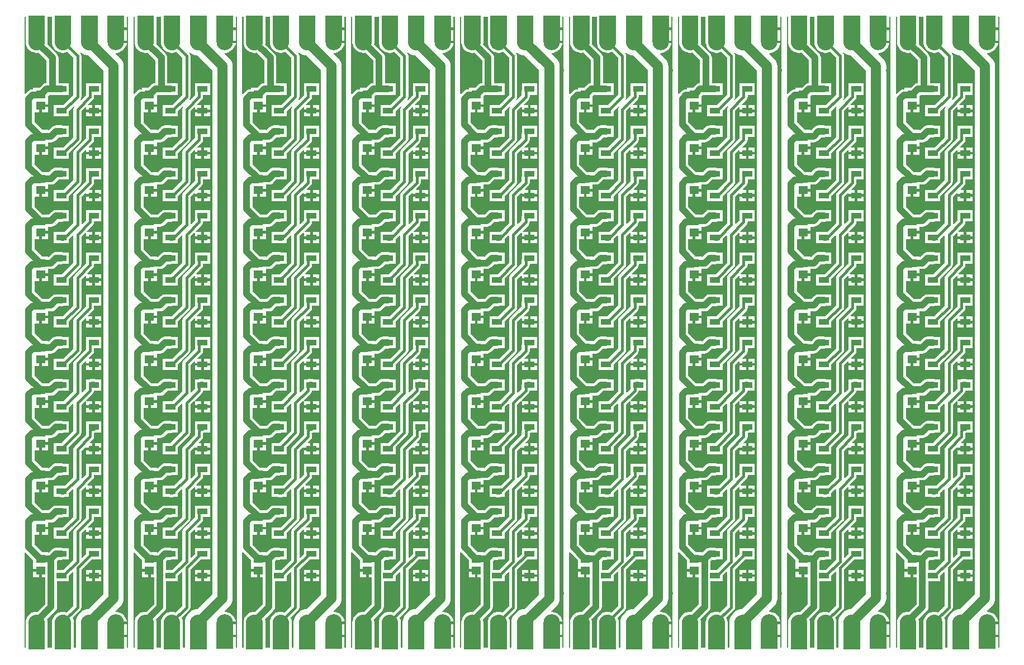
<source format=gtl>
G04*
G04 #@! TF.GenerationSoftware,Altium Limited,Altium Designer,21.7.2 (23)*
G04*
G04 Layer_Physical_Order=1*
G04 Layer_Color=255*
%FSLAX44Y44*%
%MOMM*%
G71*
G04*
G04 #@! TF.SameCoordinates,4EA3E7D4-8FC9-4B51-A035-DBAEA2916729*
G04*
G04*
G04 #@! TF.FilePolarity,Positive*
G04*
G01*
G75*
%ADD10R,2.5000X4.0000*%
%ADD11C,2.5000*%
%ADD12C,1.0000*%
%ADD13R,1.4500X1.2500*%
%ADD14R,1.5000X0.9000*%
%ADD15C,1.5000*%
%ADD16C,1.0000*%
%ADD17C,0.4000*%
%ADD18C,0.9000*%
%ADD19C,0.7000*%
%ADD20C,0.8000*%
G36*
X1435000Y920000D02*
Y918354D01*
X1434148Y915175D01*
X1432502Y912325D01*
X1430175Y909997D01*
X1427325Y908352D01*
X1424146Y907500D01*
X1420854D01*
X1417675Y908352D01*
X1414825Y909997D01*
X1412498Y912325D01*
X1410852Y915175D01*
X1410000Y918354D01*
Y920000D01*
Y960000D01*
X1435000D01*
Y920000D01*
D02*
G37*
G36*
X1395000D02*
Y918354D01*
X1394148Y915175D01*
X1392502Y912325D01*
X1390175Y909997D01*
X1387325Y908352D01*
X1384146Y907500D01*
X1380854D01*
X1377675Y908352D01*
X1374825Y909997D01*
X1372498Y912325D01*
X1370852Y915175D01*
X1370000Y918354D01*
Y920000D01*
Y960000D01*
X1395000D01*
Y920000D01*
D02*
G37*
G36*
X1355000D02*
Y918354D01*
X1354148Y915175D01*
X1352502Y912325D01*
X1350175Y909997D01*
X1347325Y908352D01*
X1344146Y907500D01*
X1340854D01*
X1337675Y908352D01*
X1334825Y909997D01*
X1332498Y912325D01*
X1330852Y915175D01*
X1330000Y918354D01*
Y920000D01*
Y960000D01*
X1355000D01*
Y920000D01*
D02*
G37*
G36*
X1270000D02*
Y918354D01*
X1269148Y915175D01*
X1267503Y912325D01*
X1265175Y909997D01*
X1262325Y908352D01*
X1259146Y907500D01*
X1255854D01*
X1252675Y908352D01*
X1249825Y909997D01*
X1247497Y912325D01*
X1245852Y915175D01*
X1245000Y918354D01*
Y920000D01*
Y960000D01*
X1270000D01*
Y920000D01*
D02*
G37*
G36*
X1230000D02*
Y918354D01*
X1229148Y915175D01*
X1227503Y912325D01*
X1225175Y909997D01*
X1222325Y908352D01*
X1219146Y907500D01*
X1215854D01*
X1212675Y908352D01*
X1209825Y909997D01*
X1207497Y912325D01*
X1205852Y915175D01*
X1205000Y918354D01*
Y920000D01*
Y960000D01*
X1230000D01*
Y920000D01*
D02*
G37*
G36*
X1190000D02*
Y918354D01*
X1189148Y915175D01*
X1187503Y912325D01*
X1185175Y909997D01*
X1182325Y908352D01*
X1179146Y907500D01*
X1175854D01*
X1172675Y908352D01*
X1169825Y909997D01*
X1167497Y912325D01*
X1165852Y915175D01*
X1165000Y918354D01*
Y920000D01*
Y960000D01*
X1190000D01*
Y920000D01*
D02*
G37*
G36*
X1105000D02*
Y918354D01*
X1104148Y915175D01*
X1102503Y912325D01*
X1100175Y909997D01*
X1097325Y908352D01*
X1094146Y907500D01*
X1090854D01*
X1087675Y908352D01*
X1084825Y909997D01*
X1082497Y912325D01*
X1080852Y915175D01*
X1080000Y918354D01*
Y920000D01*
Y960000D01*
X1105000D01*
Y920000D01*
D02*
G37*
G36*
X1065000D02*
Y918354D01*
X1064148Y915175D01*
X1062503Y912325D01*
X1060175Y909997D01*
X1057325Y908352D01*
X1054146Y907500D01*
X1050854D01*
X1047675Y908352D01*
X1044825Y909997D01*
X1042497Y912325D01*
X1040852Y915175D01*
X1040000Y918354D01*
Y920000D01*
Y960000D01*
X1065000D01*
Y920000D01*
D02*
G37*
G36*
X1025000D02*
Y918354D01*
X1024148Y915175D01*
X1022503Y912325D01*
X1020175Y909997D01*
X1017325Y908352D01*
X1014146Y907500D01*
X1010854D01*
X1007675Y908352D01*
X1004825Y909997D01*
X1002497Y912325D01*
X1000852Y915175D01*
X1000000Y918354D01*
Y920000D01*
Y960000D01*
X1025000D01*
Y920000D01*
D02*
G37*
G36*
X940000D02*
Y918354D01*
X939148Y915175D01*
X937503Y912325D01*
X935175Y909997D01*
X932325Y908352D01*
X929146Y907500D01*
X925854D01*
X922675Y908352D01*
X919825Y909997D01*
X917497Y912325D01*
X915852Y915175D01*
X915000Y918354D01*
Y920000D01*
Y960000D01*
X940000D01*
Y920000D01*
D02*
G37*
G36*
X900000D02*
Y918354D01*
X899148Y915175D01*
X897503Y912325D01*
X895175Y909997D01*
X892325Y908352D01*
X889146Y907500D01*
X885854D01*
X882675Y908352D01*
X879825Y909997D01*
X877497Y912325D01*
X875852Y915175D01*
X875000Y918354D01*
Y920000D01*
Y960000D01*
X900000D01*
Y920000D01*
D02*
G37*
G36*
X860000D02*
Y918354D01*
X859148Y915175D01*
X857503Y912325D01*
X855175Y909997D01*
X852325Y908352D01*
X849146Y907500D01*
X845854D01*
X842675Y908352D01*
X839825Y909997D01*
X837497Y912325D01*
X835852Y915175D01*
X835000Y918354D01*
Y920000D01*
Y960000D01*
X860000D01*
Y920000D01*
D02*
G37*
G36*
X775000D02*
Y918354D01*
X774148Y915175D01*
X772503Y912325D01*
X770175Y909997D01*
X767325Y908352D01*
X764146Y907500D01*
X760854D01*
X757675Y908352D01*
X754825Y909997D01*
X752497Y912325D01*
X750852Y915175D01*
X750000Y918354D01*
Y920000D01*
Y960000D01*
X775000D01*
Y920000D01*
D02*
G37*
G36*
X735000D02*
Y918354D01*
X734148Y915175D01*
X732503Y912325D01*
X730175Y909997D01*
X727325Y908352D01*
X724146Y907500D01*
X720854D01*
X717675Y908352D01*
X714825Y909997D01*
X712497Y912325D01*
X710852Y915175D01*
X710000Y918354D01*
Y920000D01*
Y960000D01*
X735000D01*
Y920000D01*
D02*
G37*
G36*
X695000D02*
Y918354D01*
X694148Y915175D01*
X692503Y912325D01*
X690175Y909997D01*
X687325Y908352D01*
X684146Y907500D01*
X680854D01*
X677675Y908352D01*
X674825Y909997D01*
X672497Y912325D01*
X670852Y915175D01*
X670000Y918354D01*
Y920000D01*
Y960000D01*
X695000D01*
Y920000D01*
D02*
G37*
G36*
X610000D02*
Y918354D01*
X609148Y915175D01*
X607503Y912325D01*
X605175Y909997D01*
X602325Y908352D01*
X599146Y907500D01*
X595854D01*
X592675Y908352D01*
X589825Y909997D01*
X587497Y912325D01*
X585852Y915175D01*
X585000Y918354D01*
Y920000D01*
Y960000D01*
X610000D01*
Y920000D01*
D02*
G37*
G36*
X570000D02*
Y918354D01*
X569148Y915175D01*
X567503Y912325D01*
X565175Y909997D01*
X562325Y908352D01*
X559146Y907500D01*
X555854D01*
X552675Y908352D01*
X549825Y909997D01*
X547497Y912325D01*
X545852Y915175D01*
X545000Y918354D01*
Y920000D01*
Y960000D01*
X570000D01*
Y920000D01*
D02*
G37*
G36*
X530000D02*
Y918354D01*
X529148Y915175D01*
X527503Y912325D01*
X525175Y909997D01*
X522325Y908352D01*
X519146Y907500D01*
X515854D01*
X512675Y908352D01*
X509825Y909997D01*
X507497Y912325D01*
X505852Y915175D01*
X505000Y918354D01*
Y920000D01*
Y960000D01*
X530000D01*
Y920000D01*
D02*
G37*
G36*
X445000D02*
Y918354D01*
X444148Y915175D01*
X442503Y912325D01*
X440175Y909997D01*
X437325Y908352D01*
X434146Y907500D01*
X430854D01*
X427675Y908352D01*
X424825Y909997D01*
X422497Y912325D01*
X420852Y915175D01*
X420000Y918354D01*
Y920000D01*
Y960000D01*
X445000D01*
Y920000D01*
D02*
G37*
G36*
X405000D02*
Y918354D01*
X404148Y915175D01*
X402503Y912325D01*
X400175Y909997D01*
X397325Y908352D01*
X394146Y907500D01*
X390854D01*
X387675Y908352D01*
X384825Y909997D01*
X382497Y912325D01*
X380852Y915175D01*
X380000Y918354D01*
Y920000D01*
Y960000D01*
X405000D01*
Y920000D01*
D02*
G37*
G36*
X365000D02*
Y918354D01*
X364148Y915175D01*
X362503Y912325D01*
X360175Y909997D01*
X357325Y908352D01*
X354146Y907500D01*
X350854D01*
X347675Y908352D01*
X344825Y909997D01*
X342497Y912325D01*
X340852Y915175D01*
X340000Y918354D01*
Y920000D01*
Y960000D01*
X365000D01*
Y920000D01*
D02*
G37*
G36*
X280000D02*
Y918354D01*
X279148Y915175D01*
X277502Y912325D01*
X275175Y909997D01*
X272325Y908352D01*
X269146Y907500D01*
X265854D01*
X262675Y908352D01*
X259825Y909997D01*
X257498Y912325D01*
X255852Y915175D01*
X255000Y918354D01*
Y920000D01*
Y960000D01*
X280000D01*
Y920000D01*
D02*
G37*
G36*
X240000D02*
Y918354D01*
X239148Y915175D01*
X237502Y912325D01*
X235175Y909997D01*
X232325Y908352D01*
X229146Y907500D01*
X225854D01*
X222675Y908352D01*
X219825Y909997D01*
X217498Y912325D01*
X215852Y915175D01*
X215000Y918354D01*
Y920000D01*
Y960000D01*
X240000D01*
Y920000D01*
D02*
G37*
G36*
X200000D02*
Y918354D01*
X199148Y915175D01*
X197502Y912325D01*
X195175Y909997D01*
X192325Y908352D01*
X189146Y907500D01*
X185854D01*
X182675Y908352D01*
X179825Y909997D01*
X177498Y912325D01*
X175852Y915175D01*
X175000Y918354D01*
Y920000D01*
Y960000D01*
X200000D01*
Y920000D01*
D02*
G37*
G36*
X115000D02*
Y918354D01*
X114148Y915175D01*
X112502Y912325D01*
X110175Y909997D01*
X107325Y908352D01*
X104146Y907500D01*
X100854D01*
X97675Y908352D01*
X94825Y909997D01*
X92498Y912325D01*
X90852Y915175D01*
X90000Y918354D01*
Y920000D01*
Y960000D01*
X115000D01*
Y920000D01*
D02*
G37*
G36*
X75000D02*
Y918354D01*
X74148Y915175D01*
X72502Y912325D01*
X70175Y909997D01*
X67325Y908352D01*
X64146Y907500D01*
X60854D01*
X57675Y908352D01*
X54825Y909997D01*
X52498Y912325D01*
X50852Y915175D01*
X50000Y918354D01*
Y920000D01*
Y960000D01*
X75000D01*
Y920000D01*
D02*
G37*
G36*
X35000D02*
Y918354D01*
X34148Y915175D01*
X32503Y912325D01*
X30175Y909997D01*
X27325Y908352D01*
X24146Y907500D01*
X20854D01*
X17675Y908352D01*
X14825Y909997D01*
X12498Y912325D01*
X10852Y915175D01*
X10000Y918354D01*
Y920000D01*
Y960000D01*
X35000D01*
Y920000D01*
D02*
G37*
G36*
X1325922D02*
Y918354D01*
X1326026Y917831D01*
X1326061Y917299D01*
X1326913Y914120D01*
X1327148Y913641D01*
X1327320Y913136D01*
X1328966Y910286D01*
X1329317Y909884D01*
X1329614Y909441D01*
X1331941Y907114D01*
X1332385Y906817D01*
X1332786Y906466D01*
X1335636Y904820D01*
X1336141Y904648D01*
X1336620Y904413D01*
X1339799Y903561D01*
X1340331Y903526D01*
X1340854Y903422D01*
X1344146D01*
X1344669Y903526D01*
X1345201Y903561D01*
X1345911Y903751D01*
X1357422Y892240D01*
Y857567D01*
X1355150Y857268D01*
X1352961Y856361D01*
X1351081Y854919D01*
X1346912Y850750D01*
X1337250D01*
Y848328D01*
X1336358D01*
X1334008Y848018D01*
X1331819Y847112D01*
X1329939Y845669D01*
X1325309Y841039D01*
X1324039Y841565D01*
Y957918D01*
X1325922D01*
Y920000D01*
D02*
G37*
G36*
X1160922D02*
Y918354D01*
X1161026Y917831D01*
X1161061Y917299D01*
X1161913Y914120D01*
X1162148Y913641D01*
X1162320Y913136D01*
X1163966Y910286D01*
X1164317Y909884D01*
X1164614Y909441D01*
X1166941Y907114D01*
X1167385Y906817D01*
X1167786Y906466D01*
X1170636Y904820D01*
X1171141Y904648D01*
X1171620Y904413D01*
X1174799Y903561D01*
X1175331Y903526D01*
X1175854Y903422D01*
X1179146D01*
X1179669Y903526D01*
X1180201Y903561D01*
X1180911Y903751D01*
X1192422Y892240D01*
Y857567D01*
X1190150Y857268D01*
X1187961Y856361D01*
X1186081Y854919D01*
X1181912Y850750D01*
X1172250D01*
Y848328D01*
X1171358D01*
X1169008Y848018D01*
X1166819Y847112D01*
X1164939Y845669D01*
X1160309Y841039D01*
X1159039Y841565D01*
Y957918D01*
X1160922D01*
Y920000D01*
D02*
G37*
G36*
X995922D02*
Y918354D01*
X996026Y917831D01*
X996061Y917299D01*
X996913Y914120D01*
X997148Y913641D01*
X997320Y913136D01*
X998966Y910286D01*
X999317Y909884D01*
X999614Y909441D01*
X1001941Y907114D01*
X1002385Y906817D01*
X1002786Y906466D01*
X1005636Y904820D01*
X1006141Y904648D01*
X1006620Y904413D01*
X1009799Y903561D01*
X1010331Y903526D01*
X1010854Y903422D01*
X1014146D01*
X1014669Y903526D01*
X1015201Y903561D01*
X1015911Y903751D01*
X1027422Y892240D01*
Y857567D01*
X1025150Y857268D01*
X1022961Y856361D01*
X1021081Y854919D01*
X1016912Y850750D01*
X1007250D01*
Y848328D01*
X1006358D01*
X1004008Y848018D01*
X1001819Y847112D01*
X999939Y845669D01*
X995309Y841039D01*
X994039Y841565D01*
Y957918D01*
X995922D01*
Y920000D01*
D02*
G37*
G36*
X830922D02*
Y918354D01*
X831026Y917831D01*
X831061Y917299D01*
X831913Y914120D01*
X832148Y913641D01*
X832320Y913136D01*
X833966Y910286D01*
X834317Y909884D01*
X834614Y909441D01*
X836941Y907114D01*
X837385Y906817D01*
X837786Y906466D01*
X840636Y904820D01*
X841141Y904648D01*
X841620Y904413D01*
X844799Y903561D01*
X845331Y903526D01*
X845854Y903422D01*
X849146D01*
X849669Y903526D01*
X850201Y903561D01*
X850911Y903751D01*
X862422Y892240D01*
Y857567D01*
X860150Y857268D01*
X857961Y856361D01*
X856081Y854919D01*
X851912Y850750D01*
X842250D01*
Y848328D01*
X841358D01*
X839008Y848018D01*
X836819Y847112D01*
X834939Y845669D01*
X830309Y841039D01*
X829039Y841565D01*
Y957918D01*
X830922D01*
Y920000D01*
D02*
G37*
G36*
X665922D02*
Y918354D01*
X666026Y917831D01*
X666061Y917299D01*
X666913Y914120D01*
X667148Y913641D01*
X667320Y913136D01*
X668966Y910286D01*
X669317Y909884D01*
X669614Y909441D01*
X671941Y907114D01*
X672385Y906817D01*
X672786Y906466D01*
X675636Y904820D01*
X676141Y904648D01*
X676620Y904413D01*
X679799Y903561D01*
X680331Y903526D01*
X680854Y903422D01*
X684146D01*
X684669Y903526D01*
X685201Y903561D01*
X685911Y903751D01*
X697422Y892240D01*
Y857567D01*
X695150Y857268D01*
X692961Y856361D01*
X691081Y854919D01*
X686912Y850750D01*
X677250D01*
Y848328D01*
X676358D01*
X674008Y848018D01*
X671819Y847112D01*
X669939Y845669D01*
X665309Y841039D01*
X664039Y841565D01*
Y957918D01*
X665922D01*
Y920000D01*
D02*
G37*
G36*
X500922D02*
Y918354D01*
X501026Y917831D01*
X501061Y917299D01*
X501912Y914120D01*
X502148Y913641D01*
X502320Y913136D01*
X503966Y910286D01*
X504317Y909884D01*
X504614Y909441D01*
X506941Y907114D01*
X507385Y906817D01*
X507786Y906466D01*
X510636Y904820D01*
X511141Y904648D01*
X511620Y904413D01*
X514799Y903561D01*
X515331Y903526D01*
X515854Y903422D01*
X519146D01*
X519669Y903526D01*
X520201Y903561D01*
X520911Y903751D01*
X532422Y892240D01*
Y857567D01*
X530150Y857268D01*
X527961Y856361D01*
X526081Y854919D01*
X521912Y850750D01*
X512250D01*
Y848328D01*
X511358D01*
X509008Y848018D01*
X506819Y847112D01*
X504939Y845669D01*
X500309Y841039D01*
X499039Y841565D01*
Y957918D01*
X500922D01*
Y920000D01*
D02*
G37*
G36*
X335922D02*
Y918354D01*
X336026Y917831D01*
X336061Y917299D01*
X336912Y914120D01*
X337148Y913641D01*
X337320Y913136D01*
X338966Y910286D01*
X339317Y909884D01*
X339614Y909441D01*
X341941Y907114D01*
X342385Y906817D01*
X342786Y906466D01*
X345636Y904820D01*
X346141Y904648D01*
X346620Y904413D01*
X349799Y903561D01*
X350331Y903526D01*
X350854Y903422D01*
X354146D01*
X354669Y903526D01*
X355201Y903561D01*
X355911Y903751D01*
X367422Y892240D01*
Y857567D01*
X365150Y857268D01*
X362961Y856361D01*
X361081Y854919D01*
X356912Y850750D01*
X347250D01*
Y848328D01*
X346358D01*
X344008Y848018D01*
X341819Y847112D01*
X339939Y845669D01*
X335309Y841039D01*
X334039Y841565D01*
Y957918D01*
X335922D01*
Y920000D01*
D02*
G37*
G36*
X170922D02*
Y918354D01*
X171026Y917831D01*
X171061Y917299D01*
X171912Y914120D01*
X172148Y913641D01*
X172320Y913136D01*
X173966Y910286D01*
X174317Y909884D01*
X174614Y909441D01*
X176941Y907114D01*
X177385Y906817D01*
X177786Y906466D01*
X180636Y904820D01*
X181141Y904648D01*
X181620Y904413D01*
X184799Y903561D01*
X185331Y903526D01*
X185854Y903422D01*
X189146D01*
X189669Y903526D01*
X190201Y903561D01*
X190911Y903751D01*
X202422Y892240D01*
Y857567D01*
X200150Y857268D01*
X197961Y856361D01*
X196081Y854919D01*
X191912Y850750D01*
X182250D01*
Y848328D01*
X181358D01*
X179008Y848018D01*
X176819Y847112D01*
X174939Y845669D01*
X170309Y841039D01*
X169039Y841565D01*
Y957918D01*
X170922D01*
Y920000D01*
D02*
G37*
G36*
X5922D02*
Y918354D01*
X6026Y917831D01*
X6061Y917299D01*
X6913Y914120D01*
X7148Y913641D01*
X7320Y913136D01*
X8966Y910286D01*
X9317Y909884D01*
X9614Y909441D01*
X11941Y907114D01*
X12385Y906817D01*
X12786Y906466D01*
X15636Y904820D01*
X16141Y904648D01*
X16620Y904413D01*
X19799Y903561D01*
X20331Y903526D01*
X20854Y903422D01*
X24146D01*
X24669Y903526D01*
X25201Y903561D01*
X25911Y903751D01*
X37422Y892240D01*
Y857567D01*
X35150Y857268D01*
X32961Y856361D01*
X31081Y854919D01*
X26912Y850750D01*
X17250D01*
Y848328D01*
X16358D01*
X14008Y848018D01*
X11819Y847112D01*
X9939Y845669D01*
X5309Y841039D01*
X4039Y841565D01*
Y957918D01*
X5922D01*
Y920000D01*
D02*
G37*
G36*
X1365922D02*
Y918354D01*
X1366026Y917831D01*
X1366061Y917299D01*
X1366913Y914120D01*
X1367148Y913641D01*
X1367320Y913136D01*
X1368966Y910286D01*
X1369317Y909884D01*
X1369614Y909441D01*
X1371941Y907114D01*
X1372385Y906817D01*
X1372786Y906466D01*
X1375636Y904820D01*
X1376141Y904648D01*
X1376620Y904413D01*
X1379799Y903561D01*
X1380331Y903526D01*
X1380854Y903422D01*
X1384146D01*
X1384669Y903526D01*
X1385201Y903561D01*
X1388380Y904413D01*
X1388859Y904649D01*
X1389364Y904820D01*
X1389468Y904880D01*
X1398382Y895966D01*
Y839534D01*
X1382848Y824000D01*
X1368500D01*
Y807000D01*
X1391500D01*
Y815349D01*
X1398988Y822837D01*
X1399975Y822027D01*
X1398848Y820341D01*
X1398382Y818000D01*
Y775534D01*
X1382848Y760000D01*
X1368500D01*
Y743000D01*
X1391500D01*
Y751348D01*
X1408826Y768674D01*
X1410152Y770659D01*
X1410617Y773000D01*
Y815466D01*
X1416327Y821175D01*
X1417500Y820689D01*
Y817500D01*
X1427000D01*
Y824000D01*
X1420811D01*
X1420325Y825173D01*
X1427826Y832674D01*
X1429152Y834659D01*
X1429617Y837000D01*
Y840000D01*
X1440500D01*
Y857000D01*
X1417500D01*
Y846591D01*
X1417382Y846000D01*
Y839534D01*
X1410012Y832163D01*
X1409025Y832973D01*
X1410152Y834659D01*
X1410617Y837000D01*
Y898500D01*
X1410152Y900841D01*
X1408826Y902826D01*
X1408437Y903214D01*
X1409276Y904171D01*
X1410790Y903009D01*
X1413641Y901364D01*
X1415587Y900558D01*
X1418766Y899706D01*
X1420854Y899431D01*
X1421043D01*
X1443425Y877049D01*
Y82951D01*
X1421043Y60569D01*
X1420854D01*
X1418766Y60294D01*
X1415587Y59442D01*
X1413641Y58636D01*
X1410790Y56990D01*
X1409119Y55708D01*
X1406792Y53381D01*
X1405509Y51710D01*
X1403864Y48859D01*
X1403058Y46913D01*
X1402206Y43734D01*
X1401931Y41646D01*
Y40000D01*
Y2082D01*
X1399078D01*
Y40000D01*
Y41646D01*
X1398974Y42169D01*
X1398939Y42701D01*
X1398087Y45880D01*
X1397852Y46359D01*
X1397680Y46864D01*
X1397254Y47602D01*
X1408826Y59174D01*
X1410152Y61159D01*
X1410617Y63500D01*
Y120466D01*
X1426151Y136000D01*
X1440500D01*
Y153000D01*
X1417500D01*
Y144651D01*
X1411791Y138942D01*
X1410617Y139428D01*
Y175466D01*
X1416327Y181175D01*
X1417500Y180689D01*
Y177500D01*
X1427000D01*
Y184000D01*
X1420811D01*
X1420325Y185173D01*
X1427826Y192674D01*
X1429152Y194659D01*
X1429617Y197000D01*
Y200000D01*
X1440500D01*
Y217000D01*
X1417500D01*
Y206591D01*
X1417382Y206000D01*
Y199534D01*
X1400174Y182326D01*
X1398848Y180341D01*
X1398382Y178000D01*
Y135534D01*
X1382848Y120000D01*
X1373578D01*
Y133240D01*
X1375760Y135422D01*
X1380000D01*
X1382349Y135732D01*
X1382997Y136000D01*
X1391500D01*
Y153000D01*
X1382997D01*
X1382349Y153268D01*
X1380000Y153578D01*
X1372000D01*
X1369651Y153268D01*
X1369003Y153000D01*
X1368500D01*
Y152792D01*
X1367461Y152361D01*
X1365581Y150919D01*
X1361020Y146358D01*
X1359750Y146750D01*
Y146750D01*
X1351088D01*
X1339578Y158260D01*
Y173250D01*
X1346500D01*
Y183500D01*
X1348500D01*
Y185500D01*
X1359750D01*
Y191922D01*
X1364500D01*
X1366850Y192232D01*
X1369039Y193139D01*
X1370919Y194581D01*
X1375760Y199422D01*
X1380000D01*
X1382349Y199732D01*
X1382997Y200000D01*
X1391500D01*
Y217000D01*
X1382997D01*
X1382349Y217268D01*
X1380000Y217578D01*
X1372000D01*
X1369651Y217268D01*
X1369003Y217000D01*
X1368500D01*
Y216792D01*
X1367461Y216362D01*
X1365581Y214919D01*
X1361020Y210358D01*
X1359750Y210750D01*
Y210750D01*
X1351088D01*
X1339578Y222260D01*
Y237250D01*
X1346500D01*
Y247500D01*
X1348500D01*
Y249500D01*
X1359750D01*
Y255922D01*
X1364500D01*
X1366850Y256232D01*
X1369039Y257139D01*
X1370919Y258581D01*
X1375760Y263422D01*
X1380000D01*
X1382349Y263732D01*
X1382997Y264000D01*
X1391500D01*
Y281000D01*
X1382997D01*
X1382349Y281268D01*
X1380000Y281578D01*
X1372000D01*
X1369651Y281268D01*
X1369003Y281000D01*
X1368500D01*
Y280792D01*
X1367461Y280361D01*
X1365581Y278919D01*
X1361020Y274358D01*
X1359750Y274750D01*
Y274750D01*
X1351088D01*
X1339578Y286260D01*
Y301250D01*
X1346500D01*
Y311500D01*
X1348500D01*
Y313500D01*
X1359750D01*
Y319922D01*
X1364500D01*
X1366850Y320232D01*
X1369039Y321139D01*
X1370919Y322581D01*
X1375760Y327422D01*
X1380000D01*
X1382349Y327732D01*
X1382997Y328000D01*
X1391500D01*
Y345000D01*
X1382997D01*
X1382349Y345268D01*
X1380000Y345578D01*
X1372000D01*
X1369651Y345268D01*
X1369003Y345000D01*
X1368500D01*
Y344792D01*
X1367461Y344361D01*
X1365581Y342919D01*
X1361020Y338358D01*
X1359750Y338750D01*
Y338750D01*
X1351088D01*
X1339578Y350260D01*
Y365250D01*
X1346500D01*
Y375500D01*
X1348500D01*
Y377500D01*
X1359750D01*
Y383922D01*
X1364500D01*
X1366850Y384232D01*
X1369039Y385139D01*
X1370919Y386581D01*
X1375760Y391422D01*
X1380000D01*
X1382349Y391732D01*
X1382997Y392000D01*
X1391500D01*
Y409000D01*
X1382997D01*
X1382349Y409268D01*
X1380000Y409578D01*
X1372000D01*
X1369651Y409268D01*
X1369003Y409000D01*
X1368500D01*
Y408792D01*
X1367461Y408362D01*
X1365581Y406919D01*
X1361020Y402358D01*
X1359750Y402750D01*
Y402750D01*
X1351088D01*
X1339578Y414260D01*
Y429250D01*
X1346500D01*
Y439500D01*
X1348500D01*
Y441500D01*
X1359750D01*
Y447922D01*
X1364500D01*
X1366850Y448232D01*
X1369039Y449139D01*
X1370919Y450581D01*
X1375760Y455422D01*
X1380000D01*
X1382349Y455732D01*
X1382997Y456000D01*
X1391500D01*
Y473000D01*
X1382997D01*
X1382349Y473268D01*
X1380000Y473578D01*
X1372000D01*
X1369651Y473268D01*
X1369003Y473000D01*
X1368500D01*
Y472792D01*
X1367461Y472361D01*
X1365581Y470919D01*
X1361020Y466358D01*
X1359750Y466750D01*
Y466750D01*
X1351088D01*
X1339578Y478260D01*
Y493250D01*
X1346500D01*
Y503500D01*
X1348500D01*
Y505500D01*
X1359750D01*
Y511922D01*
X1364500D01*
X1366850Y512232D01*
X1369039Y513139D01*
X1370919Y514581D01*
X1375760Y519422D01*
X1380000D01*
X1382349Y519732D01*
X1382997Y520000D01*
X1391500D01*
Y537000D01*
X1382997D01*
X1382349Y537268D01*
X1380000Y537578D01*
X1372000D01*
X1369651Y537268D01*
X1369003Y537000D01*
X1368500D01*
Y536792D01*
X1367461Y536362D01*
X1365581Y534919D01*
X1361020Y530358D01*
X1359750Y530750D01*
Y530750D01*
X1351088D01*
X1339578Y542260D01*
Y557250D01*
X1346500D01*
Y567500D01*
X1348500D01*
Y569500D01*
X1359750D01*
Y575922D01*
X1364500D01*
X1366850Y576232D01*
X1369039Y577139D01*
X1370919Y578581D01*
X1375760Y583422D01*
X1380000D01*
X1382349Y583732D01*
X1382997Y584000D01*
X1391500D01*
Y601000D01*
X1382997D01*
X1382349Y601268D01*
X1380000Y601578D01*
X1372000D01*
X1369651Y601268D01*
X1369003Y601000D01*
X1368500D01*
Y600792D01*
X1367461Y600362D01*
X1365581Y598919D01*
X1361020Y594358D01*
X1359750Y594750D01*
Y594750D01*
X1351088D01*
X1339578Y606260D01*
Y621250D01*
X1346500D01*
Y631500D01*
X1348500D01*
Y633500D01*
X1359750D01*
Y639922D01*
X1364500D01*
X1366850Y640232D01*
X1369039Y641139D01*
X1370919Y642581D01*
X1375760Y647422D01*
X1380000D01*
X1382349Y647732D01*
X1382997Y648000D01*
X1391500D01*
Y665000D01*
X1382997D01*
X1382349Y665268D01*
X1380000Y665578D01*
X1372000D01*
X1369651Y665268D01*
X1369003Y665000D01*
X1368500D01*
Y664792D01*
X1367461Y664361D01*
X1365581Y662919D01*
X1361020Y658358D01*
X1359750Y658750D01*
Y658750D01*
X1351088D01*
X1339578Y670260D01*
Y685250D01*
X1346500D01*
Y695500D01*
X1348500D01*
Y697500D01*
X1359750D01*
Y703922D01*
X1364500D01*
X1366850Y704232D01*
X1369039Y705139D01*
X1370919Y706581D01*
X1375760Y711422D01*
X1380000D01*
X1382349Y711732D01*
X1382997Y712000D01*
X1391500D01*
Y729000D01*
X1382997D01*
X1382349Y729268D01*
X1380000Y729578D01*
X1372000D01*
X1369651Y729268D01*
X1369003Y729000D01*
X1368500D01*
Y728792D01*
X1367461Y728362D01*
X1365581Y726919D01*
X1361020Y722358D01*
X1359750Y722750D01*
Y722750D01*
X1351088D01*
X1339578Y734260D01*
Y749250D01*
X1346500D01*
Y759500D01*
X1348500D01*
Y761500D01*
X1359750D01*
Y767922D01*
X1364500D01*
X1366850Y768232D01*
X1369039Y769139D01*
X1370919Y770581D01*
X1375760Y775422D01*
X1380000D01*
X1382349Y775732D01*
X1382997Y776000D01*
X1391500D01*
Y793000D01*
X1382997D01*
X1382349Y793268D01*
X1380000Y793578D01*
X1372000D01*
X1369651Y793268D01*
X1369003Y793000D01*
X1368500D01*
Y792792D01*
X1367461Y792362D01*
X1365581Y790919D01*
X1361020Y786358D01*
X1359750Y786750D01*
Y786750D01*
X1351088D01*
X1339578Y798260D01*
Y813250D01*
X1346500D01*
Y823500D01*
X1348500D01*
Y825500D01*
X1359750D01*
Y830250D01*
Y837912D01*
X1361260Y839422D01*
X1380000D01*
X1382349Y839732D01*
X1382997Y840000D01*
X1391500D01*
Y857000D01*
X1382997D01*
X1382349Y857268D01*
X1380000Y857578D01*
X1375578D01*
Y896000D01*
X1375268Y898350D01*
X1374362Y900539D01*
X1372919Y902419D01*
X1358749Y916589D01*
X1358939Y917299D01*
X1358974Y917831D01*
X1359078Y918354D01*
Y920000D01*
Y957918D01*
X1365922D01*
Y920000D01*
D02*
G37*
G36*
X1200922D02*
Y918354D01*
X1201026Y917831D01*
X1201061Y917299D01*
X1201913Y914120D01*
X1202148Y913641D01*
X1202320Y913136D01*
X1203966Y910286D01*
X1204317Y909884D01*
X1204614Y909441D01*
X1206941Y907114D01*
X1207385Y906817D01*
X1207786Y906466D01*
X1210636Y904820D01*
X1211141Y904648D01*
X1211620Y904413D01*
X1214799Y903561D01*
X1215331Y903526D01*
X1215854Y903422D01*
X1219146D01*
X1219669Y903526D01*
X1220201Y903561D01*
X1223380Y904413D01*
X1223859Y904649D01*
X1224364Y904820D01*
X1224468Y904880D01*
X1233382Y895966D01*
Y839534D01*
X1217848Y824000D01*
X1203500D01*
Y807000D01*
X1226500D01*
Y815349D01*
X1233988Y822837D01*
X1234975Y822027D01*
X1233848Y820341D01*
X1233382Y818000D01*
Y775534D01*
X1217848Y760000D01*
X1203500D01*
Y743000D01*
X1226500D01*
Y751348D01*
X1243826Y768674D01*
X1245152Y770659D01*
X1245617Y773000D01*
Y815466D01*
X1251327Y821175D01*
X1252500Y820689D01*
Y817500D01*
X1262000D01*
Y824000D01*
X1255811D01*
X1255325Y825173D01*
X1262826Y832674D01*
X1264152Y834659D01*
X1264617Y837000D01*
Y840000D01*
X1275500D01*
Y857000D01*
X1252500D01*
Y846591D01*
X1252382Y846000D01*
Y839534D01*
X1245012Y832163D01*
X1244025Y832973D01*
X1245152Y834659D01*
X1245617Y837000D01*
Y898500D01*
X1245152Y900841D01*
X1243826Y902826D01*
X1243437Y903214D01*
X1244276Y904171D01*
X1245790Y903009D01*
X1248641Y901364D01*
X1250587Y900558D01*
X1253766Y899706D01*
X1255854Y899431D01*
X1256043D01*
X1278425Y877049D01*
Y82951D01*
X1256043Y60569D01*
X1255854D01*
X1253766Y60294D01*
X1250587Y59442D01*
X1248641Y58636D01*
X1245790Y56990D01*
X1244119Y55708D01*
X1241792Y53381D01*
X1240509Y51710D01*
X1238864Y48859D01*
X1238058Y46913D01*
X1237206Y43734D01*
X1236931Y41646D01*
Y40000D01*
Y2082D01*
X1234078D01*
Y40000D01*
Y41646D01*
X1233974Y42169D01*
X1233939Y42701D01*
X1233087Y45880D01*
X1232851Y46359D01*
X1232680Y46864D01*
X1232254Y47602D01*
X1243826Y59174D01*
X1245152Y61159D01*
X1245617Y63500D01*
Y120466D01*
X1261151Y136000D01*
X1275500D01*
Y153000D01*
X1252500D01*
Y144651D01*
X1246791Y138942D01*
X1245617Y139428D01*
Y175466D01*
X1251327Y181175D01*
X1252500Y180689D01*
Y177500D01*
X1262000D01*
Y184000D01*
X1255811D01*
X1255325Y185173D01*
X1262826Y192674D01*
X1264152Y194659D01*
X1264617Y197000D01*
Y200000D01*
X1275500D01*
Y217000D01*
X1252500D01*
Y206591D01*
X1252382Y206000D01*
Y199534D01*
X1235174Y182326D01*
X1233848Y180341D01*
X1233382Y178000D01*
Y135534D01*
X1217848Y120000D01*
X1208578D01*
Y133240D01*
X1210760Y135422D01*
X1215000D01*
X1217349Y135732D01*
X1217997Y136000D01*
X1226500D01*
Y153000D01*
X1217997D01*
X1217349Y153268D01*
X1215000Y153578D01*
X1207000D01*
X1204650Y153268D01*
X1204003Y153000D01*
X1203500D01*
Y152792D01*
X1202461Y152361D01*
X1200581Y150919D01*
X1196020Y146358D01*
X1194750Y146750D01*
Y146750D01*
X1186088D01*
X1174578Y158260D01*
Y173250D01*
X1181500D01*
Y183500D01*
X1183500D01*
Y185500D01*
X1194750D01*
Y191922D01*
X1199500D01*
X1201850Y192232D01*
X1204039Y193139D01*
X1205919Y194581D01*
X1210760Y199422D01*
X1215000D01*
X1217349Y199732D01*
X1217997Y200000D01*
X1226500D01*
Y217000D01*
X1217997D01*
X1217349Y217268D01*
X1215000Y217578D01*
X1207000D01*
X1204650Y217268D01*
X1204003Y217000D01*
X1203500D01*
Y216792D01*
X1202461Y216362D01*
X1200581Y214919D01*
X1196020Y210358D01*
X1194750Y210750D01*
Y210750D01*
X1186088D01*
X1174578Y222260D01*
Y237250D01*
X1181500D01*
Y247500D01*
X1183500D01*
Y249500D01*
X1194750D01*
Y255922D01*
X1199500D01*
X1201850Y256232D01*
X1204039Y257139D01*
X1205919Y258581D01*
X1210760Y263422D01*
X1215000D01*
X1217349Y263732D01*
X1217997Y264000D01*
X1226500D01*
Y281000D01*
X1217997D01*
X1217349Y281268D01*
X1215000Y281578D01*
X1207000D01*
X1204650Y281268D01*
X1204003Y281000D01*
X1203500D01*
Y280792D01*
X1202461Y280361D01*
X1200581Y278919D01*
X1196020Y274358D01*
X1194750Y274750D01*
Y274750D01*
X1186088D01*
X1174578Y286260D01*
Y301250D01*
X1181500D01*
Y311500D01*
X1183500D01*
Y313500D01*
X1194750D01*
Y319922D01*
X1199500D01*
X1201850Y320232D01*
X1204039Y321139D01*
X1205919Y322581D01*
X1210760Y327422D01*
X1215000D01*
X1217349Y327732D01*
X1217997Y328000D01*
X1226500D01*
Y345000D01*
X1217997D01*
X1217349Y345268D01*
X1215000Y345578D01*
X1207000D01*
X1204650Y345268D01*
X1204003Y345000D01*
X1203500D01*
Y344792D01*
X1202461Y344361D01*
X1200581Y342919D01*
X1196020Y338358D01*
X1194750Y338750D01*
Y338750D01*
X1186088D01*
X1174578Y350260D01*
Y365250D01*
X1181500D01*
Y375500D01*
X1183500D01*
Y377500D01*
X1194750D01*
Y383922D01*
X1199500D01*
X1201850Y384232D01*
X1204039Y385139D01*
X1205919Y386581D01*
X1210760Y391422D01*
X1215000D01*
X1217349Y391732D01*
X1217997Y392000D01*
X1226500D01*
Y409000D01*
X1217997D01*
X1217349Y409268D01*
X1215000Y409578D01*
X1207000D01*
X1204650Y409268D01*
X1204003Y409000D01*
X1203500D01*
Y408792D01*
X1202461Y408362D01*
X1200581Y406919D01*
X1196020Y402358D01*
X1194750Y402750D01*
Y402750D01*
X1186088D01*
X1174578Y414260D01*
Y429250D01*
X1181500D01*
Y439500D01*
X1183500D01*
Y441500D01*
X1194750D01*
Y447922D01*
X1199500D01*
X1201850Y448232D01*
X1204039Y449139D01*
X1205919Y450581D01*
X1210760Y455422D01*
X1215000D01*
X1217349Y455732D01*
X1217997Y456000D01*
X1226500D01*
Y473000D01*
X1217997D01*
X1217349Y473268D01*
X1215000Y473578D01*
X1207000D01*
X1204650Y473268D01*
X1204003Y473000D01*
X1203500D01*
Y472792D01*
X1202461Y472361D01*
X1200581Y470919D01*
X1196020Y466358D01*
X1194750Y466750D01*
Y466750D01*
X1186088D01*
X1174578Y478260D01*
Y493250D01*
X1181500D01*
Y503500D01*
X1183500D01*
Y505500D01*
X1194750D01*
Y511922D01*
X1199500D01*
X1201850Y512232D01*
X1204039Y513139D01*
X1205919Y514581D01*
X1210760Y519422D01*
X1215000D01*
X1217349Y519732D01*
X1217997Y520000D01*
X1226500D01*
Y537000D01*
X1217997D01*
X1217349Y537268D01*
X1215000Y537578D01*
X1207000D01*
X1204650Y537268D01*
X1204003Y537000D01*
X1203500D01*
Y536792D01*
X1202461Y536362D01*
X1200581Y534919D01*
X1196020Y530358D01*
X1194750Y530750D01*
Y530750D01*
X1186088D01*
X1174578Y542260D01*
Y557250D01*
X1181500D01*
Y567500D01*
X1183500D01*
Y569500D01*
X1194750D01*
Y575922D01*
X1199500D01*
X1201850Y576232D01*
X1204039Y577139D01*
X1205919Y578581D01*
X1210760Y583422D01*
X1215000D01*
X1217349Y583732D01*
X1217997Y584000D01*
X1226500D01*
Y601000D01*
X1217997D01*
X1217349Y601268D01*
X1215000Y601578D01*
X1207000D01*
X1204650Y601268D01*
X1204003Y601000D01*
X1203500D01*
Y600792D01*
X1202461Y600362D01*
X1200581Y598919D01*
X1196020Y594358D01*
X1194750Y594750D01*
Y594750D01*
X1186088D01*
X1174578Y606260D01*
Y621250D01*
X1181500D01*
Y631500D01*
X1183500D01*
Y633500D01*
X1194750D01*
Y639922D01*
X1199500D01*
X1201850Y640232D01*
X1204039Y641139D01*
X1205919Y642581D01*
X1210760Y647422D01*
X1215000D01*
X1217349Y647732D01*
X1217997Y648000D01*
X1226500D01*
Y665000D01*
X1217997D01*
X1217349Y665268D01*
X1215000Y665578D01*
X1207000D01*
X1204650Y665268D01*
X1204003Y665000D01*
X1203500D01*
Y664792D01*
X1202461Y664361D01*
X1200581Y662919D01*
X1196020Y658358D01*
X1194750Y658750D01*
Y658750D01*
X1186088D01*
X1174578Y670260D01*
Y685250D01*
X1181500D01*
Y695500D01*
X1183500D01*
Y697500D01*
X1194750D01*
Y703922D01*
X1199500D01*
X1201850Y704232D01*
X1204039Y705139D01*
X1205919Y706581D01*
X1210760Y711422D01*
X1215000D01*
X1217349Y711732D01*
X1217997Y712000D01*
X1226500D01*
Y729000D01*
X1217997D01*
X1217349Y729268D01*
X1215000Y729578D01*
X1207000D01*
X1204650Y729268D01*
X1204003Y729000D01*
X1203500D01*
Y728792D01*
X1202461Y728362D01*
X1200581Y726919D01*
X1196020Y722358D01*
X1194750Y722750D01*
Y722750D01*
X1186088D01*
X1174578Y734260D01*
Y749250D01*
X1181500D01*
Y759500D01*
X1183500D01*
Y761500D01*
X1194750D01*
Y767922D01*
X1199500D01*
X1201850Y768232D01*
X1204039Y769139D01*
X1205919Y770581D01*
X1210760Y775422D01*
X1215000D01*
X1217349Y775732D01*
X1217997Y776000D01*
X1226500D01*
Y793000D01*
X1217997D01*
X1217349Y793268D01*
X1215000Y793578D01*
X1207000D01*
X1204650Y793268D01*
X1204003Y793000D01*
X1203500D01*
Y792792D01*
X1202461Y792362D01*
X1200581Y790919D01*
X1196020Y786358D01*
X1194750Y786750D01*
Y786750D01*
X1186088D01*
X1174578Y798260D01*
Y813250D01*
X1181500D01*
Y823500D01*
X1183500D01*
Y825500D01*
X1194750D01*
Y830250D01*
Y837912D01*
X1196260Y839422D01*
X1215000D01*
X1217349Y839732D01*
X1217997Y840000D01*
X1226500D01*
Y857000D01*
X1217997D01*
X1217349Y857268D01*
X1215000Y857578D01*
X1210578D01*
Y896000D01*
X1210268Y898350D01*
X1209361Y900539D01*
X1207919Y902419D01*
X1193749Y916589D01*
X1193939Y917299D01*
X1193974Y917831D01*
X1194078Y918354D01*
Y920000D01*
Y957918D01*
X1200922D01*
Y920000D01*
D02*
G37*
G36*
X1035922D02*
Y918354D01*
X1036026Y917831D01*
X1036061Y917299D01*
X1036913Y914120D01*
X1037148Y913641D01*
X1037320Y913136D01*
X1038966Y910286D01*
X1039317Y909884D01*
X1039614Y909441D01*
X1041941Y907114D01*
X1042385Y906817D01*
X1042786Y906466D01*
X1045636Y904820D01*
X1046141Y904648D01*
X1046620Y904413D01*
X1049799Y903561D01*
X1050331Y903526D01*
X1050854Y903422D01*
X1054146D01*
X1054669Y903526D01*
X1055201Y903561D01*
X1058380Y904413D01*
X1058859Y904649D01*
X1059364Y904820D01*
X1059468Y904880D01*
X1068382Y895966D01*
Y839534D01*
X1052848Y824000D01*
X1038500D01*
Y807000D01*
X1061500D01*
Y815349D01*
X1068988Y822837D01*
X1069975Y822027D01*
X1068848Y820341D01*
X1068382Y818000D01*
Y775534D01*
X1052848Y760000D01*
X1038500D01*
Y743000D01*
X1061500D01*
Y751348D01*
X1078826Y768674D01*
X1080152Y770659D01*
X1080617Y773000D01*
Y815466D01*
X1086327Y821175D01*
X1087500Y820689D01*
Y817500D01*
X1097000D01*
Y824000D01*
X1090811D01*
X1090325Y825173D01*
X1097826Y832674D01*
X1099152Y834659D01*
X1099617Y837000D01*
Y840000D01*
X1110500D01*
Y857000D01*
X1087500D01*
Y846591D01*
X1087382Y846000D01*
Y839534D01*
X1080012Y832163D01*
X1079025Y832973D01*
X1080152Y834659D01*
X1080617Y837000D01*
Y898500D01*
X1080152Y900841D01*
X1078826Y902826D01*
X1078437Y903214D01*
X1079276Y904171D01*
X1080790Y903009D01*
X1083641Y901364D01*
X1085587Y900558D01*
X1088766Y899706D01*
X1090854Y899431D01*
X1091043D01*
X1113425Y877049D01*
Y82951D01*
X1091043Y60569D01*
X1090854D01*
X1088766Y60294D01*
X1085587Y59442D01*
X1083641Y58636D01*
X1080790Y56990D01*
X1079119Y55708D01*
X1076792Y53381D01*
X1075509Y51710D01*
X1073864Y48859D01*
X1073058Y46913D01*
X1072206Y43734D01*
X1071931Y41646D01*
Y40000D01*
Y2082D01*
X1069078D01*
Y40000D01*
Y41646D01*
X1068974Y42169D01*
X1068939Y42701D01*
X1068087Y45880D01*
X1067851Y46359D01*
X1067680Y46864D01*
X1067254Y47602D01*
X1078826Y59174D01*
X1080152Y61159D01*
X1080617Y63500D01*
Y120466D01*
X1096151Y136000D01*
X1110500D01*
Y153000D01*
X1087500D01*
Y144651D01*
X1081791Y138942D01*
X1080617Y139428D01*
Y175466D01*
X1086327Y181175D01*
X1087500Y180689D01*
Y177500D01*
X1097000D01*
Y184000D01*
X1090811D01*
X1090325Y185173D01*
X1097826Y192674D01*
X1099152Y194659D01*
X1099617Y197000D01*
Y200000D01*
X1110500D01*
Y217000D01*
X1087500D01*
Y206591D01*
X1087382Y206000D01*
Y199534D01*
X1070174Y182326D01*
X1068848Y180341D01*
X1068382Y178000D01*
Y135534D01*
X1052848Y120000D01*
X1043578D01*
Y133240D01*
X1045760Y135422D01*
X1050000D01*
X1052349Y135732D01*
X1052997Y136000D01*
X1061500D01*
Y153000D01*
X1052997D01*
X1052349Y153268D01*
X1050000Y153578D01*
X1042000D01*
X1039650Y153268D01*
X1039003Y153000D01*
X1038500D01*
Y152792D01*
X1037461Y152361D01*
X1035581Y150919D01*
X1031020Y146358D01*
X1029750Y146750D01*
Y146750D01*
X1021088D01*
X1009578Y158260D01*
Y173250D01*
X1016500D01*
Y183500D01*
X1018500D01*
Y185500D01*
X1029750D01*
Y191922D01*
X1034500D01*
X1036850Y192232D01*
X1039039Y193139D01*
X1040919Y194581D01*
X1045760Y199422D01*
X1050000D01*
X1052349Y199732D01*
X1052997Y200000D01*
X1061500D01*
Y217000D01*
X1052997D01*
X1052349Y217268D01*
X1050000Y217578D01*
X1042000D01*
X1039650Y217268D01*
X1039003Y217000D01*
X1038500D01*
Y216792D01*
X1037461Y216362D01*
X1035581Y214919D01*
X1031020Y210358D01*
X1029750Y210750D01*
Y210750D01*
X1021088D01*
X1009578Y222260D01*
Y237250D01*
X1016500D01*
Y247500D01*
X1018500D01*
Y249500D01*
X1029750D01*
Y255922D01*
X1034500D01*
X1036850Y256232D01*
X1039039Y257139D01*
X1040919Y258581D01*
X1045760Y263422D01*
X1050000D01*
X1052349Y263732D01*
X1052997Y264000D01*
X1061500D01*
Y281000D01*
X1052997D01*
X1052349Y281268D01*
X1050000Y281578D01*
X1042000D01*
X1039650Y281268D01*
X1039003Y281000D01*
X1038500D01*
Y280792D01*
X1037461Y280361D01*
X1035581Y278919D01*
X1031020Y274358D01*
X1029750Y274750D01*
Y274750D01*
X1021088D01*
X1009578Y286260D01*
Y301250D01*
X1016500D01*
Y311500D01*
X1018500D01*
Y313500D01*
X1029750D01*
Y319922D01*
X1034500D01*
X1036850Y320232D01*
X1039039Y321139D01*
X1040919Y322581D01*
X1045760Y327422D01*
X1050000D01*
X1052349Y327732D01*
X1052997Y328000D01*
X1061500D01*
Y345000D01*
X1052997D01*
X1052349Y345268D01*
X1050000Y345578D01*
X1042000D01*
X1039650Y345268D01*
X1039003Y345000D01*
X1038500D01*
Y344792D01*
X1037461Y344361D01*
X1035581Y342919D01*
X1031020Y338358D01*
X1029750Y338750D01*
Y338750D01*
X1021088D01*
X1009578Y350260D01*
Y365250D01*
X1016500D01*
Y375500D01*
X1018500D01*
Y377500D01*
X1029750D01*
Y383922D01*
X1034500D01*
X1036850Y384232D01*
X1039039Y385139D01*
X1040919Y386581D01*
X1045760Y391422D01*
X1050000D01*
X1052349Y391732D01*
X1052997Y392000D01*
X1061500D01*
Y409000D01*
X1052997D01*
X1052349Y409268D01*
X1050000Y409578D01*
X1042000D01*
X1039650Y409268D01*
X1039003Y409000D01*
X1038500D01*
Y408792D01*
X1037461Y408362D01*
X1035581Y406919D01*
X1031020Y402358D01*
X1029750Y402750D01*
Y402750D01*
X1021088D01*
X1009578Y414260D01*
Y429250D01*
X1016500D01*
Y439500D01*
X1018500D01*
Y441500D01*
X1029750D01*
Y447922D01*
X1034500D01*
X1036850Y448232D01*
X1039039Y449139D01*
X1040919Y450581D01*
X1045760Y455422D01*
X1050000D01*
X1052349Y455732D01*
X1052997Y456000D01*
X1061500D01*
Y473000D01*
X1052997D01*
X1052349Y473268D01*
X1050000Y473578D01*
X1042000D01*
X1039650Y473268D01*
X1039003Y473000D01*
X1038500D01*
Y472792D01*
X1037461Y472361D01*
X1035581Y470919D01*
X1031020Y466358D01*
X1029750Y466750D01*
Y466750D01*
X1021088D01*
X1009578Y478260D01*
Y493250D01*
X1016500D01*
Y503500D01*
X1018500D01*
Y505500D01*
X1029750D01*
Y511922D01*
X1034500D01*
X1036850Y512232D01*
X1039039Y513139D01*
X1040919Y514581D01*
X1045760Y519422D01*
X1050000D01*
X1052349Y519732D01*
X1052997Y520000D01*
X1061500D01*
Y537000D01*
X1052997D01*
X1052349Y537268D01*
X1050000Y537578D01*
X1042000D01*
X1039650Y537268D01*
X1039003Y537000D01*
X1038500D01*
Y536792D01*
X1037461Y536362D01*
X1035581Y534919D01*
X1031020Y530358D01*
X1029750Y530750D01*
Y530750D01*
X1021088D01*
X1009578Y542260D01*
Y557250D01*
X1016500D01*
Y567500D01*
X1018500D01*
Y569500D01*
X1029750D01*
Y575922D01*
X1034500D01*
X1036850Y576232D01*
X1039039Y577139D01*
X1040919Y578581D01*
X1045760Y583422D01*
X1050000D01*
X1052349Y583732D01*
X1052997Y584000D01*
X1061500D01*
Y601000D01*
X1052997D01*
X1052349Y601268D01*
X1050000Y601578D01*
X1042000D01*
X1039650Y601268D01*
X1039003Y601000D01*
X1038500D01*
Y600792D01*
X1037461Y600362D01*
X1035581Y598919D01*
X1031020Y594358D01*
X1029750Y594750D01*
Y594750D01*
X1021088D01*
X1009578Y606260D01*
Y621250D01*
X1016500D01*
Y631500D01*
X1018500D01*
Y633500D01*
X1029750D01*
Y639922D01*
X1034500D01*
X1036850Y640232D01*
X1039039Y641139D01*
X1040919Y642581D01*
X1045760Y647422D01*
X1050000D01*
X1052349Y647732D01*
X1052997Y648000D01*
X1061500D01*
Y665000D01*
X1052997D01*
X1052349Y665268D01*
X1050000Y665578D01*
X1042000D01*
X1039650Y665268D01*
X1039003Y665000D01*
X1038500D01*
Y664792D01*
X1037461Y664361D01*
X1035581Y662919D01*
X1031020Y658358D01*
X1029750Y658750D01*
Y658750D01*
X1021088D01*
X1009578Y670260D01*
Y685250D01*
X1016500D01*
Y695500D01*
X1018500D01*
Y697500D01*
X1029750D01*
Y703922D01*
X1034500D01*
X1036850Y704232D01*
X1039039Y705139D01*
X1040919Y706581D01*
X1045760Y711422D01*
X1050000D01*
X1052349Y711732D01*
X1052997Y712000D01*
X1061500D01*
Y729000D01*
X1052997D01*
X1052349Y729268D01*
X1050000Y729578D01*
X1042000D01*
X1039650Y729268D01*
X1039003Y729000D01*
X1038500D01*
Y728792D01*
X1037461Y728362D01*
X1035581Y726919D01*
X1031020Y722358D01*
X1029750Y722750D01*
Y722750D01*
X1021088D01*
X1009578Y734260D01*
Y749250D01*
X1016500D01*
Y759500D01*
X1018500D01*
Y761500D01*
X1029750D01*
Y767922D01*
X1034500D01*
X1036850Y768232D01*
X1039039Y769139D01*
X1040919Y770581D01*
X1045760Y775422D01*
X1050000D01*
X1052349Y775732D01*
X1052997Y776000D01*
X1061500D01*
Y793000D01*
X1052997D01*
X1052349Y793268D01*
X1050000Y793578D01*
X1042000D01*
X1039650Y793268D01*
X1039003Y793000D01*
X1038500D01*
Y792792D01*
X1037461Y792362D01*
X1035581Y790919D01*
X1031020Y786358D01*
X1029750Y786750D01*
Y786750D01*
X1021088D01*
X1009578Y798260D01*
Y813250D01*
X1016500D01*
Y823500D01*
X1018500D01*
Y825500D01*
X1029750D01*
Y830250D01*
Y837912D01*
X1031260Y839422D01*
X1050000D01*
X1052349Y839732D01*
X1052997Y840000D01*
X1061500D01*
Y857000D01*
X1052997D01*
X1052349Y857268D01*
X1050000Y857578D01*
X1045578D01*
Y896000D01*
X1045268Y898350D01*
X1044361Y900539D01*
X1042919Y902419D01*
X1028749Y916589D01*
X1028939Y917299D01*
X1028974Y917831D01*
X1029078Y918354D01*
Y920000D01*
Y957918D01*
X1035922D01*
Y920000D01*
D02*
G37*
G36*
X870922D02*
Y918354D01*
X871026Y917831D01*
X871061Y917299D01*
X871913Y914120D01*
X872148Y913641D01*
X872320Y913136D01*
X873966Y910286D01*
X874317Y909884D01*
X874614Y909441D01*
X876941Y907114D01*
X877385Y906817D01*
X877786Y906466D01*
X880636Y904820D01*
X881141Y904648D01*
X881620Y904413D01*
X884799Y903561D01*
X885331Y903526D01*
X885854Y903422D01*
X889146D01*
X889669Y903526D01*
X890201Y903561D01*
X893380Y904413D01*
X893859Y904649D01*
X894364Y904820D01*
X894468Y904880D01*
X903382Y895966D01*
Y839534D01*
X887848Y824000D01*
X873500D01*
Y807000D01*
X896500D01*
Y815349D01*
X903988Y822837D01*
X904975Y822027D01*
X903848Y820341D01*
X903382Y818000D01*
Y775534D01*
X887848Y760000D01*
X873500D01*
Y743000D01*
X896500D01*
Y751348D01*
X913826Y768674D01*
X915152Y770659D01*
X915617Y773000D01*
Y815466D01*
X921327Y821175D01*
X922500Y820689D01*
Y817500D01*
X932000D01*
Y824000D01*
X925811D01*
X925325Y825173D01*
X932826Y832674D01*
X934152Y834659D01*
X934617Y837000D01*
Y840000D01*
X945500D01*
Y857000D01*
X922500D01*
Y846591D01*
X922382Y846000D01*
Y839534D01*
X915012Y832163D01*
X914025Y832973D01*
X915152Y834659D01*
X915617Y837000D01*
Y898500D01*
X915152Y900841D01*
X913826Y902826D01*
X913437Y903214D01*
X914276Y904171D01*
X915790Y903009D01*
X918641Y901364D01*
X920587Y900558D01*
X923766Y899706D01*
X925854Y899431D01*
X926043D01*
X948425Y877049D01*
Y82951D01*
X926043Y60569D01*
X925854D01*
X923766Y60294D01*
X920587Y59442D01*
X918641Y58636D01*
X915790Y56990D01*
X914119Y55708D01*
X911792Y53381D01*
X910509Y51710D01*
X908864Y48859D01*
X908058Y46913D01*
X907206Y43734D01*
X906931Y41646D01*
Y40000D01*
Y2082D01*
X904078D01*
Y40000D01*
Y41646D01*
X903974Y42169D01*
X903939Y42701D01*
X903087Y45880D01*
X902851Y46359D01*
X902680Y46864D01*
X902254Y47602D01*
X913826Y59174D01*
X915152Y61159D01*
X915617Y63500D01*
Y120466D01*
X931151Y136000D01*
X945500D01*
Y153000D01*
X922500D01*
Y144651D01*
X916791Y138942D01*
X915617Y139428D01*
Y175466D01*
X921327Y181175D01*
X922500Y180689D01*
Y177500D01*
X932000D01*
Y184000D01*
X925811D01*
X925325Y185173D01*
X932826Y192674D01*
X934152Y194659D01*
X934617Y197000D01*
Y200000D01*
X945500D01*
Y217000D01*
X922500D01*
Y206591D01*
X922382Y206000D01*
Y199534D01*
X905174Y182326D01*
X903848Y180341D01*
X903382Y178000D01*
Y135534D01*
X887848Y120000D01*
X878578D01*
Y133240D01*
X880760Y135422D01*
X885000D01*
X887349Y135732D01*
X887997Y136000D01*
X896500D01*
Y153000D01*
X887997D01*
X887349Y153268D01*
X885000Y153578D01*
X877000D01*
X874650Y153268D01*
X874003Y153000D01*
X873500D01*
Y152792D01*
X872461Y152361D01*
X870581Y150919D01*
X866020Y146358D01*
X864750Y146750D01*
Y146750D01*
X856088D01*
X844578Y158260D01*
Y173250D01*
X851500D01*
Y183500D01*
X853500D01*
Y185500D01*
X864750D01*
Y191922D01*
X869500D01*
X871850Y192232D01*
X874039Y193139D01*
X875919Y194581D01*
X880760Y199422D01*
X885000D01*
X887349Y199732D01*
X887997Y200000D01*
X896500D01*
Y217000D01*
X887997D01*
X887349Y217268D01*
X885000Y217578D01*
X877000D01*
X874650Y217268D01*
X874003Y217000D01*
X873500D01*
Y216792D01*
X872461Y216362D01*
X870581Y214919D01*
X866020Y210358D01*
X864750Y210750D01*
Y210750D01*
X856088D01*
X844578Y222260D01*
Y237250D01*
X851500D01*
Y247500D01*
X853500D01*
Y249500D01*
X864750D01*
Y255922D01*
X869500D01*
X871850Y256232D01*
X874039Y257139D01*
X875919Y258581D01*
X880760Y263422D01*
X885000D01*
X887349Y263732D01*
X887997Y264000D01*
X896500D01*
Y281000D01*
X887997D01*
X887349Y281268D01*
X885000Y281578D01*
X877000D01*
X874650Y281268D01*
X874003Y281000D01*
X873500D01*
Y280792D01*
X872461Y280361D01*
X870581Y278919D01*
X866020Y274358D01*
X864750Y274750D01*
Y274750D01*
X856088D01*
X844578Y286260D01*
Y301250D01*
X851500D01*
Y311500D01*
X853500D01*
Y313500D01*
X864750D01*
Y319922D01*
X869500D01*
X871850Y320232D01*
X874039Y321139D01*
X875919Y322581D01*
X880760Y327422D01*
X885000D01*
X887349Y327732D01*
X887997Y328000D01*
X896500D01*
Y345000D01*
X887997D01*
X887349Y345268D01*
X885000Y345578D01*
X877000D01*
X874650Y345268D01*
X874003Y345000D01*
X873500D01*
Y344792D01*
X872461Y344361D01*
X870581Y342919D01*
X866020Y338358D01*
X864750Y338750D01*
Y338750D01*
X856088D01*
X844578Y350260D01*
Y365250D01*
X851500D01*
Y375500D01*
X853500D01*
Y377500D01*
X864750D01*
Y383922D01*
X869500D01*
X871850Y384232D01*
X874039Y385139D01*
X875919Y386581D01*
X880760Y391422D01*
X885000D01*
X887349Y391732D01*
X887997Y392000D01*
X896500D01*
Y409000D01*
X887997D01*
X887349Y409268D01*
X885000Y409578D01*
X877000D01*
X874650Y409268D01*
X874003Y409000D01*
X873500D01*
Y408792D01*
X872461Y408362D01*
X870581Y406919D01*
X866020Y402358D01*
X864750Y402750D01*
Y402750D01*
X856088D01*
X844578Y414260D01*
Y429250D01*
X851500D01*
Y439500D01*
X853500D01*
Y441500D01*
X864750D01*
Y447922D01*
X869500D01*
X871850Y448232D01*
X874039Y449139D01*
X875919Y450581D01*
X880760Y455422D01*
X885000D01*
X887349Y455732D01*
X887997Y456000D01*
X896500D01*
Y473000D01*
X887997D01*
X887349Y473268D01*
X885000Y473578D01*
X877000D01*
X874650Y473268D01*
X874003Y473000D01*
X873500D01*
Y472792D01*
X872461Y472361D01*
X870581Y470919D01*
X866020Y466358D01*
X864750Y466750D01*
Y466750D01*
X856088D01*
X844578Y478260D01*
Y493250D01*
X851500D01*
Y503500D01*
X853500D01*
Y505500D01*
X864750D01*
Y511922D01*
X869500D01*
X871850Y512232D01*
X874039Y513139D01*
X875919Y514581D01*
X880760Y519422D01*
X885000D01*
X887349Y519732D01*
X887997Y520000D01*
X896500D01*
Y537000D01*
X887997D01*
X887349Y537268D01*
X885000Y537578D01*
X877000D01*
X874650Y537268D01*
X874003Y537000D01*
X873500D01*
Y536792D01*
X872461Y536362D01*
X870581Y534919D01*
X866020Y530358D01*
X864750Y530750D01*
Y530750D01*
X856088D01*
X844578Y542260D01*
Y557250D01*
X851500D01*
Y567500D01*
X853500D01*
Y569500D01*
X864750D01*
Y575922D01*
X869500D01*
X871850Y576232D01*
X874039Y577139D01*
X875919Y578581D01*
X880760Y583422D01*
X885000D01*
X887349Y583732D01*
X887997Y584000D01*
X896500D01*
Y601000D01*
X887997D01*
X887349Y601268D01*
X885000Y601578D01*
X877000D01*
X874650Y601268D01*
X874003Y601000D01*
X873500D01*
Y600792D01*
X872461Y600362D01*
X870581Y598919D01*
X866020Y594358D01*
X864750Y594750D01*
Y594750D01*
X856088D01*
X844578Y606260D01*
Y621250D01*
X851500D01*
Y631500D01*
X853500D01*
Y633500D01*
X864750D01*
Y639922D01*
X869500D01*
X871850Y640232D01*
X874039Y641139D01*
X875919Y642581D01*
X880760Y647422D01*
X885000D01*
X887349Y647732D01*
X887997Y648000D01*
X896500D01*
Y665000D01*
X887997D01*
X887349Y665268D01*
X885000Y665578D01*
X877000D01*
X874650Y665268D01*
X874003Y665000D01*
X873500D01*
Y664792D01*
X872461Y664361D01*
X870581Y662919D01*
X866020Y658358D01*
X864750Y658750D01*
Y658750D01*
X856088D01*
X844578Y670260D01*
Y685250D01*
X851500D01*
Y695500D01*
X853500D01*
Y697500D01*
X864750D01*
Y703922D01*
X869500D01*
X871850Y704232D01*
X874039Y705139D01*
X875919Y706581D01*
X880760Y711422D01*
X885000D01*
X887349Y711732D01*
X887997Y712000D01*
X896500D01*
Y729000D01*
X887997D01*
X887349Y729268D01*
X885000Y729578D01*
X877000D01*
X874650Y729268D01*
X874003Y729000D01*
X873500D01*
Y728792D01*
X872461Y728362D01*
X870581Y726919D01*
X866020Y722358D01*
X864750Y722750D01*
Y722750D01*
X856088D01*
X844578Y734260D01*
Y749250D01*
X851500D01*
Y759500D01*
X853500D01*
Y761500D01*
X864750D01*
Y767922D01*
X869500D01*
X871850Y768232D01*
X874039Y769139D01*
X875919Y770581D01*
X880760Y775422D01*
X885000D01*
X887349Y775732D01*
X887997Y776000D01*
X896500D01*
Y793000D01*
X887997D01*
X887349Y793268D01*
X885000Y793578D01*
X877000D01*
X874650Y793268D01*
X874003Y793000D01*
X873500D01*
Y792792D01*
X872461Y792362D01*
X870581Y790919D01*
X866020Y786358D01*
X864750Y786750D01*
Y786750D01*
X856088D01*
X844578Y798260D01*
Y813250D01*
X851500D01*
Y823500D01*
X853500D01*
Y825500D01*
X864750D01*
Y830250D01*
Y837912D01*
X866260Y839422D01*
X885000D01*
X887349Y839732D01*
X887997Y840000D01*
X896500D01*
Y857000D01*
X887997D01*
X887349Y857268D01*
X885000Y857578D01*
X880578D01*
Y896000D01*
X880268Y898350D01*
X879361Y900539D01*
X877919Y902419D01*
X863749Y916589D01*
X863939Y917299D01*
X863974Y917831D01*
X864078Y918354D01*
Y920000D01*
Y957918D01*
X870922D01*
Y920000D01*
D02*
G37*
G36*
X705922D02*
Y918354D01*
X706026Y917831D01*
X706061Y917299D01*
X706913Y914120D01*
X707148Y913641D01*
X707320Y913136D01*
X708966Y910286D01*
X709317Y909884D01*
X709614Y909441D01*
X711941Y907114D01*
X712385Y906817D01*
X712786Y906466D01*
X715636Y904820D01*
X716141Y904648D01*
X716620Y904413D01*
X719799Y903561D01*
X720331Y903526D01*
X720854Y903422D01*
X724146D01*
X724669Y903526D01*
X725201Y903561D01*
X728380Y904413D01*
X728859Y904649D01*
X729364Y904820D01*
X729468Y904880D01*
X738382Y895966D01*
Y839534D01*
X722848Y824000D01*
X708500D01*
Y807000D01*
X731500D01*
Y815349D01*
X738988Y822837D01*
X739975Y822027D01*
X738848Y820341D01*
X738382Y818000D01*
Y775534D01*
X722848Y760000D01*
X708500D01*
Y743000D01*
X731500D01*
Y751348D01*
X748826Y768674D01*
X750152Y770659D01*
X750617Y773000D01*
Y815466D01*
X756327Y821175D01*
X757500Y820689D01*
Y817500D01*
X767000D01*
Y824000D01*
X760811D01*
X760325Y825173D01*
X767826Y832674D01*
X769152Y834659D01*
X769617Y837000D01*
Y840000D01*
X780500D01*
Y857000D01*
X757500D01*
Y846591D01*
X757382Y846000D01*
Y839534D01*
X750012Y832163D01*
X749025Y832973D01*
X750152Y834659D01*
X750617Y837000D01*
Y898500D01*
X750152Y900841D01*
X748826Y902826D01*
X748437Y903214D01*
X749276Y904171D01*
X750790Y903009D01*
X753641Y901364D01*
X755587Y900558D01*
X758766Y899706D01*
X760854Y899431D01*
X761043D01*
X783425Y877049D01*
Y82951D01*
X761043Y60569D01*
X760854D01*
X758766Y60294D01*
X755587Y59442D01*
X753641Y58636D01*
X750790Y56990D01*
X749119Y55708D01*
X746792Y53381D01*
X745509Y51710D01*
X743864Y48859D01*
X743058Y46913D01*
X742206Y43734D01*
X741931Y41646D01*
Y40000D01*
Y2082D01*
X739078D01*
Y40000D01*
Y41646D01*
X738974Y42169D01*
X738939Y42701D01*
X738087Y45880D01*
X737851Y46359D01*
X737680Y46864D01*
X737254Y47602D01*
X748826Y59174D01*
X750152Y61159D01*
X750617Y63500D01*
Y120466D01*
X766151Y136000D01*
X780500D01*
Y153000D01*
X757500D01*
Y144651D01*
X751791Y138942D01*
X750617Y139428D01*
Y175466D01*
X756327Y181175D01*
X757500Y180689D01*
Y177500D01*
X767000D01*
Y184000D01*
X760811D01*
X760325Y185173D01*
X767826Y192674D01*
X769152Y194659D01*
X769617Y197000D01*
Y200000D01*
X780500D01*
Y217000D01*
X757500D01*
Y206591D01*
X757382Y206000D01*
Y199534D01*
X740174Y182326D01*
X738848Y180341D01*
X738382Y178000D01*
Y135534D01*
X722848Y120000D01*
X713578D01*
Y133240D01*
X715760Y135422D01*
X720000D01*
X722349Y135732D01*
X722997Y136000D01*
X731500D01*
Y153000D01*
X722997D01*
X722349Y153268D01*
X720000Y153578D01*
X712000D01*
X709650Y153268D01*
X709003Y153000D01*
X708500D01*
Y152792D01*
X707461Y152361D01*
X705581Y150919D01*
X701020Y146358D01*
X699750Y146750D01*
Y146750D01*
X691088D01*
X679578Y158260D01*
Y173250D01*
X686500D01*
Y183500D01*
X688500D01*
Y185500D01*
X699750D01*
Y191922D01*
X704500D01*
X706850Y192232D01*
X709039Y193139D01*
X710919Y194581D01*
X715760Y199422D01*
X720000D01*
X722349Y199732D01*
X722997Y200000D01*
X731500D01*
Y217000D01*
X722997D01*
X722349Y217268D01*
X720000Y217578D01*
X712000D01*
X709650Y217268D01*
X709003Y217000D01*
X708500D01*
Y216792D01*
X707461Y216362D01*
X705581Y214919D01*
X701020Y210358D01*
X699750Y210750D01*
Y210750D01*
X691088D01*
X679578Y222260D01*
Y237250D01*
X686500D01*
Y247500D01*
X688500D01*
Y249500D01*
X699750D01*
Y255922D01*
X704500D01*
X706850Y256232D01*
X709039Y257139D01*
X710919Y258581D01*
X715760Y263422D01*
X720000D01*
X722349Y263732D01*
X722997Y264000D01*
X731500D01*
Y281000D01*
X722997D01*
X722349Y281268D01*
X720000Y281578D01*
X712000D01*
X709650Y281268D01*
X709003Y281000D01*
X708500D01*
Y280792D01*
X707461Y280361D01*
X705581Y278919D01*
X701020Y274358D01*
X699750Y274750D01*
Y274750D01*
X691088D01*
X679578Y286260D01*
Y301250D01*
X686500D01*
Y311500D01*
X688500D01*
Y313500D01*
X699750D01*
Y319922D01*
X704500D01*
X706850Y320232D01*
X709039Y321139D01*
X710919Y322581D01*
X715760Y327422D01*
X720000D01*
X722349Y327732D01*
X722997Y328000D01*
X731500D01*
Y345000D01*
X722997D01*
X722349Y345268D01*
X720000Y345578D01*
X712000D01*
X709650Y345268D01*
X709003Y345000D01*
X708500D01*
Y344792D01*
X707461Y344361D01*
X705581Y342919D01*
X701020Y338358D01*
X699750Y338750D01*
Y338750D01*
X691088D01*
X679578Y350260D01*
Y365250D01*
X686500D01*
Y375500D01*
X688500D01*
Y377500D01*
X699750D01*
Y383922D01*
X704500D01*
X706850Y384232D01*
X709039Y385139D01*
X710919Y386581D01*
X715760Y391422D01*
X720000D01*
X722349Y391732D01*
X722997Y392000D01*
X731500D01*
Y409000D01*
X722997D01*
X722349Y409268D01*
X720000Y409578D01*
X712000D01*
X709650Y409268D01*
X709003Y409000D01*
X708500D01*
Y408792D01*
X707461Y408362D01*
X705581Y406919D01*
X701020Y402358D01*
X699750Y402750D01*
Y402750D01*
X691088D01*
X679578Y414260D01*
Y429250D01*
X686500D01*
Y439500D01*
X688500D01*
Y441500D01*
X699750D01*
Y447922D01*
X704500D01*
X706850Y448232D01*
X709039Y449139D01*
X710919Y450581D01*
X715760Y455422D01*
X720000D01*
X722349Y455732D01*
X722997Y456000D01*
X731500D01*
Y473000D01*
X722997D01*
X722349Y473268D01*
X720000Y473578D01*
X712000D01*
X709650Y473268D01*
X709003Y473000D01*
X708500D01*
Y472792D01*
X707461Y472361D01*
X705581Y470919D01*
X701020Y466358D01*
X699750Y466750D01*
Y466750D01*
X691088D01*
X679578Y478260D01*
Y493250D01*
X686500D01*
Y503500D01*
X688500D01*
Y505500D01*
X699750D01*
Y511922D01*
X704500D01*
X706850Y512232D01*
X709039Y513139D01*
X710919Y514581D01*
X715760Y519422D01*
X720000D01*
X722349Y519732D01*
X722997Y520000D01*
X731500D01*
Y537000D01*
X722997D01*
X722349Y537268D01*
X720000Y537578D01*
X712000D01*
X709650Y537268D01*
X709003Y537000D01*
X708500D01*
Y536792D01*
X707461Y536362D01*
X705581Y534919D01*
X701020Y530358D01*
X699750Y530750D01*
Y530750D01*
X691088D01*
X679578Y542260D01*
Y557250D01*
X686500D01*
Y567500D01*
X688500D01*
Y569500D01*
X699750D01*
Y575922D01*
X704500D01*
X706850Y576232D01*
X709039Y577139D01*
X710919Y578581D01*
X715760Y583422D01*
X720000D01*
X722349Y583732D01*
X722997Y584000D01*
X731500D01*
Y601000D01*
X722997D01*
X722349Y601268D01*
X720000Y601578D01*
X712000D01*
X709650Y601268D01*
X709003Y601000D01*
X708500D01*
Y600792D01*
X707461Y600362D01*
X705581Y598919D01*
X701020Y594358D01*
X699750Y594750D01*
Y594750D01*
X691088D01*
X679578Y606260D01*
Y621250D01*
X686500D01*
Y631500D01*
X688500D01*
Y633500D01*
X699750D01*
Y639922D01*
X704500D01*
X706850Y640232D01*
X709039Y641139D01*
X710919Y642581D01*
X715760Y647422D01*
X720000D01*
X722349Y647732D01*
X722997Y648000D01*
X731500D01*
Y665000D01*
X722997D01*
X722349Y665268D01*
X720000Y665578D01*
X712000D01*
X709650Y665268D01*
X709003Y665000D01*
X708500D01*
Y664792D01*
X707461Y664361D01*
X705581Y662919D01*
X701020Y658358D01*
X699750Y658750D01*
Y658750D01*
X691088D01*
X679578Y670260D01*
Y685250D01*
X686500D01*
Y695500D01*
X688500D01*
Y697500D01*
X699750D01*
Y703922D01*
X704500D01*
X706850Y704232D01*
X709039Y705139D01*
X710919Y706581D01*
X715760Y711422D01*
X720000D01*
X722349Y711732D01*
X722997Y712000D01*
X731500D01*
Y729000D01*
X722997D01*
X722349Y729268D01*
X720000Y729578D01*
X712000D01*
X709650Y729268D01*
X709003Y729000D01*
X708500D01*
Y728792D01*
X707461Y728362D01*
X705581Y726919D01*
X701020Y722358D01*
X699750Y722750D01*
Y722750D01*
X691088D01*
X679578Y734260D01*
Y749250D01*
X686500D01*
Y759500D01*
X688500D01*
Y761500D01*
X699750D01*
Y767922D01*
X704500D01*
X706850Y768232D01*
X709039Y769139D01*
X710919Y770581D01*
X715760Y775422D01*
X720000D01*
X722349Y775732D01*
X722997Y776000D01*
X731500D01*
Y793000D01*
X722997D01*
X722349Y793268D01*
X720000Y793578D01*
X712000D01*
X709650Y793268D01*
X709003Y793000D01*
X708500D01*
Y792792D01*
X707461Y792362D01*
X705581Y790919D01*
X701020Y786358D01*
X699750Y786750D01*
Y786750D01*
X691088D01*
X679578Y798260D01*
Y813250D01*
X686500D01*
Y823500D01*
X688500D01*
Y825500D01*
X699750D01*
Y830250D01*
Y837912D01*
X701260Y839422D01*
X720000D01*
X722349Y839732D01*
X722997Y840000D01*
X731500D01*
Y857000D01*
X722997D01*
X722349Y857268D01*
X720000Y857578D01*
X715578D01*
Y896000D01*
X715268Y898350D01*
X714361Y900539D01*
X712919Y902419D01*
X698749Y916589D01*
X698939Y917299D01*
X698974Y917831D01*
X699078Y918354D01*
Y920000D01*
Y957918D01*
X705922D01*
Y920000D01*
D02*
G37*
G36*
X540922D02*
Y918354D01*
X541026Y917831D01*
X541061Y917299D01*
X541912Y914120D01*
X542148Y913641D01*
X542320Y913136D01*
X543966Y910286D01*
X544317Y909884D01*
X544614Y909441D01*
X546941Y907114D01*
X547385Y906817D01*
X547786Y906466D01*
X550636Y904820D01*
X551141Y904648D01*
X551620Y904413D01*
X554799Y903561D01*
X555331Y903526D01*
X555854Y903422D01*
X559146D01*
X559669Y903526D01*
X560201Y903561D01*
X563380Y904413D01*
X563859Y904649D01*
X564364Y904820D01*
X564468Y904880D01*
X573382Y895966D01*
Y839534D01*
X557848Y824000D01*
X543500D01*
Y807000D01*
X566500D01*
Y815349D01*
X573988Y822837D01*
X574975Y822027D01*
X573848Y820341D01*
X573382Y818000D01*
Y775534D01*
X557848Y760000D01*
X543500D01*
Y743000D01*
X566500D01*
Y751348D01*
X583826Y768674D01*
X585152Y770659D01*
X585617Y773000D01*
Y815466D01*
X591327Y821175D01*
X592500Y820689D01*
Y817500D01*
X602000D01*
Y824000D01*
X595811D01*
X595325Y825173D01*
X602826Y832674D01*
X604152Y834659D01*
X604617Y837000D01*
Y840000D01*
X615500D01*
Y857000D01*
X592500D01*
Y846591D01*
X592382Y846000D01*
Y839534D01*
X585012Y832163D01*
X584025Y832973D01*
X585152Y834659D01*
X585617Y837000D01*
Y898500D01*
X585152Y900841D01*
X583826Y902826D01*
X583437Y903214D01*
X584276Y904171D01*
X585790Y903009D01*
X588641Y901364D01*
X590587Y900558D01*
X593766Y899706D01*
X595854Y899431D01*
X596043D01*
X618425Y877049D01*
Y82951D01*
X596043Y60569D01*
X595854D01*
X593766Y60294D01*
X590587Y59442D01*
X588641Y58636D01*
X585790Y56990D01*
X584119Y55708D01*
X581792Y53381D01*
X580509Y51710D01*
X578864Y48859D01*
X578058Y46913D01*
X577206Y43734D01*
X576931Y41646D01*
Y40000D01*
Y2082D01*
X574078D01*
Y40000D01*
Y41646D01*
X573974Y42169D01*
X573939Y42701D01*
X573088Y45880D01*
X572851Y46359D01*
X572680Y46864D01*
X572254Y47602D01*
X583826Y59174D01*
X585152Y61159D01*
X585617Y63500D01*
Y120466D01*
X601151Y136000D01*
X615500D01*
Y153000D01*
X592500D01*
Y144651D01*
X586791Y138942D01*
X585617Y139428D01*
Y175466D01*
X591327Y181175D01*
X592500Y180689D01*
Y177500D01*
X602000D01*
Y184000D01*
X595811D01*
X595325Y185173D01*
X602826Y192674D01*
X604152Y194659D01*
X604617Y197000D01*
Y200000D01*
X615500D01*
Y217000D01*
X592500D01*
Y206591D01*
X592382Y206000D01*
Y199534D01*
X575174Y182326D01*
X573848Y180341D01*
X573382Y178000D01*
Y135534D01*
X557848Y120000D01*
X548578D01*
Y133240D01*
X550760Y135422D01*
X555000D01*
X557349Y135732D01*
X557997Y136000D01*
X566500D01*
Y153000D01*
X557997D01*
X557349Y153268D01*
X555000Y153578D01*
X547000D01*
X544650Y153268D01*
X544003Y153000D01*
X543500D01*
Y152792D01*
X542461Y152361D01*
X540581Y150919D01*
X536020Y146358D01*
X534750Y146750D01*
Y146750D01*
X526088D01*
X514578Y158260D01*
Y173250D01*
X521500D01*
Y183500D01*
X523500D01*
Y185500D01*
X534750D01*
Y191922D01*
X539500D01*
X541850Y192232D01*
X544039Y193139D01*
X545919Y194581D01*
X550760Y199422D01*
X555000D01*
X557349Y199732D01*
X557997Y200000D01*
X566500D01*
Y217000D01*
X557997D01*
X557349Y217268D01*
X555000Y217578D01*
X547000D01*
X544650Y217268D01*
X544003Y217000D01*
X543500D01*
Y216792D01*
X542461Y216362D01*
X540581Y214919D01*
X536020Y210358D01*
X534750Y210750D01*
Y210750D01*
X526088D01*
X514578Y222260D01*
Y237250D01*
X521500D01*
Y247500D01*
X523500D01*
Y249500D01*
X534750D01*
Y255922D01*
X539500D01*
X541850Y256232D01*
X544039Y257139D01*
X545919Y258581D01*
X550760Y263422D01*
X555000D01*
X557349Y263732D01*
X557997Y264000D01*
X566500D01*
Y281000D01*
X557997D01*
X557349Y281268D01*
X555000Y281578D01*
X547000D01*
X544650Y281268D01*
X544003Y281000D01*
X543500D01*
Y280792D01*
X542461Y280361D01*
X540581Y278919D01*
X536020Y274358D01*
X534750Y274750D01*
Y274750D01*
X526088D01*
X514578Y286260D01*
Y301250D01*
X521500D01*
Y311500D01*
X523500D01*
Y313500D01*
X534750D01*
Y319922D01*
X539500D01*
X541850Y320232D01*
X544039Y321139D01*
X545919Y322581D01*
X550760Y327422D01*
X555000D01*
X557349Y327732D01*
X557997Y328000D01*
X566500D01*
Y345000D01*
X557997D01*
X557349Y345268D01*
X555000Y345578D01*
X547000D01*
X544650Y345268D01*
X544003Y345000D01*
X543500D01*
Y344792D01*
X542461Y344361D01*
X540581Y342919D01*
X536020Y338358D01*
X534750Y338750D01*
Y338750D01*
X526088D01*
X514578Y350260D01*
Y365250D01*
X521500D01*
Y375500D01*
X523500D01*
Y377500D01*
X534750D01*
Y383922D01*
X539500D01*
X541850Y384232D01*
X544039Y385139D01*
X545919Y386581D01*
X550760Y391422D01*
X555000D01*
X557349Y391732D01*
X557997Y392000D01*
X566500D01*
Y409000D01*
X557997D01*
X557349Y409268D01*
X555000Y409578D01*
X547000D01*
X544650Y409268D01*
X544003Y409000D01*
X543500D01*
Y408792D01*
X542461Y408362D01*
X540581Y406919D01*
X536020Y402358D01*
X534750Y402750D01*
Y402750D01*
X526088D01*
X514578Y414260D01*
Y429250D01*
X521500D01*
Y439500D01*
X523500D01*
Y441500D01*
X534750D01*
Y447922D01*
X539500D01*
X541850Y448232D01*
X544039Y449139D01*
X545919Y450581D01*
X550760Y455422D01*
X555000D01*
X557349Y455732D01*
X557997Y456000D01*
X566500D01*
Y473000D01*
X557997D01*
X557349Y473268D01*
X555000Y473578D01*
X547000D01*
X544650Y473268D01*
X544003Y473000D01*
X543500D01*
Y472792D01*
X542461Y472361D01*
X540581Y470919D01*
X536020Y466358D01*
X534750Y466750D01*
Y466750D01*
X526088D01*
X514578Y478260D01*
Y493250D01*
X521500D01*
Y503500D01*
X523500D01*
Y505500D01*
X534750D01*
Y511922D01*
X539500D01*
X541850Y512232D01*
X544039Y513139D01*
X545919Y514581D01*
X550760Y519422D01*
X555000D01*
X557349Y519732D01*
X557997Y520000D01*
X566500D01*
Y537000D01*
X557997D01*
X557349Y537268D01*
X555000Y537578D01*
X547000D01*
X544650Y537268D01*
X544003Y537000D01*
X543500D01*
Y536792D01*
X542461Y536362D01*
X540581Y534919D01*
X536020Y530358D01*
X534750Y530750D01*
Y530750D01*
X526088D01*
X514578Y542260D01*
Y557250D01*
X521500D01*
Y567500D01*
X523500D01*
Y569500D01*
X534750D01*
Y575922D01*
X539500D01*
X541850Y576232D01*
X544039Y577139D01*
X545919Y578581D01*
X550760Y583422D01*
X555000D01*
X557349Y583732D01*
X557997Y584000D01*
X566500D01*
Y601000D01*
X557997D01*
X557349Y601268D01*
X555000Y601578D01*
X547000D01*
X544650Y601268D01*
X544003Y601000D01*
X543500D01*
Y600792D01*
X542461Y600362D01*
X540581Y598919D01*
X536020Y594358D01*
X534750Y594750D01*
Y594750D01*
X526088D01*
X514578Y606260D01*
Y621250D01*
X521500D01*
Y631500D01*
X523500D01*
Y633500D01*
X534750D01*
Y639922D01*
X539500D01*
X541850Y640232D01*
X544039Y641139D01*
X545919Y642581D01*
X550760Y647422D01*
X555000D01*
X557349Y647732D01*
X557997Y648000D01*
X566500D01*
Y665000D01*
X557997D01*
X557349Y665268D01*
X555000Y665578D01*
X547000D01*
X544650Y665268D01*
X544003Y665000D01*
X543500D01*
Y664792D01*
X542461Y664361D01*
X540581Y662919D01*
X536020Y658358D01*
X534750Y658750D01*
Y658750D01*
X526088D01*
X514578Y670260D01*
Y685250D01*
X521500D01*
Y695500D01*
X523500D01*
Y697500D01*
X534750D01*
Y703922D01*
X539500D01*
X541850Y704232D01*
X544039Y705139D01*
X545919Y706581D01*
X550760Y711422D01*
X555000D01*
X557349Y711732D01*
X557997Y712000D01*
X566500D01*
Y729000D01*
X557997D01*
X557349Y729268D01*
X555000Y729578D01*
X547000D01*
X544650Y729268D01*
X544003Y729000D01*
X543500D01*
Y728792D01*
X542461Y728362D01*
X540581Y726919D01*
X536020Y722358D01*
X534750Y722750D01*
Y722750D01*
X526088D01*
X514578Y734260D01*
Y749250D01*
X521500D01*
Y759500D01*
X523500D01*
Y761500D01*
X534750D01*
Y767922D01*
X539500D01*
X541850Y768232D01*
X544039Y769139D01*
X545919Y770581D01*
X550760Y775422D01*
X555000D01*
X557349Y775732D01*
X557997Y776000D01*
X566500D01*
Y793000D01*
X557997D01*
X557349Y793268D01*
X555000Y793578D01*
X547000D01*
X544650Y793268D01*
X544003Y793000D01*
X543500D01*
Y792792D01*
X542461Y792362D01*
X540581Y790919D01*
X536020Y786358D01*
X534750Y786750D01*
Y786750D01*
X526088D01*
X514578Y798260D01*
Y813250D01*
X521500D01*
Y823500D01*
X523500D01*
Y825500D01*
X534750D01*
Y830250D01*
Y837912D01*
X536260Y839422D01*
X555000D01*
X557349Y839732D01*
X557997Y840000D01*
X566500D01*
Y857000D01*
X557997D01*
X557349Y857268D01*
X555000Y857578D01*
X550578D01*
Y896000D01*
X550268Y898350D01*
X549361Y900539D01*
X547919Y902419D01*
X533749Y916589D01*
X533939Y917299D01*
X533974Y917831D01*
X534078Y918354D01*
Y920000D01*
Y957918D01*
X540922D01*
Y920000D01*
D02*
G37*
G36*
X375922D02*
Y918354D01*
X376026Y917831D01*
X376061Y917299D01*
X376912Y914120D01*
X377148Y913641D01*
X377320Y913136D01*
X378966Y910286D01*
X379317Y909884D01*
X379614Y909441D01*
X381941Y907114D01*
X382385Y906817D01*
X382786Y906466D01*
X385636Y904820D01*
X386141Y904648D01*
X386620Y904413D01*
X389799Y903561D01*
X390331Y903526D01*
X390854Y903422D01*
X394146D01*
X394669Y903526D01*
X395201Y903561D01*
X398380Y904413D01*
X398859Y904649D01*
X399364Y904820D01*
X399468Y904880D01*
X408382Y895966D01*
Y839534D01*
X392848Y824000D01*
X378500D01*
Y807000D01*
X401500D01*
Y815349D01*
X408988Y822837D01*
X409975Y822027D01*
X408848Y820341D01*
X408382Y818000D01*
Y775534D01*
X392848Y760000D01*
X378500D01*
Y743000D01*
X401500D01*
Y751348D01*
X418826Y768674D01*
X420152Y770659D01*
X420617Y773000D01*
Y815466D01*
X426327Y821175D01*
X427500Y820689D01*
Y817500D01*
X437000D01*
Y824000D01*
X430811D01*
X430325Y825173D01*
X437826Y832674D01*
X439152Y834659D01*
X439617Y837000D01*
Y840000D01*
X450500D01*
Y857000D01*
X427500D01*
Y846591D01*
X427382Y846000D01*
Y839534D01*
X420012Y832163D01*
X419025Y832973D01*
X420152Y834659D01*
X420617Y837000D01*
Y898500D01*
X420152Y900841D01*
X418826Y902826D01*
X418437Y903214D01*
X419276Y904171D01*
X420790Y903009D01*
X423641Y901364D01*
X425587Y900558D01*
X428766Y899706D01*
X430854Y899431D01*
X431043D01*
X453425Y877049D01*
Y82951D01*
X431043Y60569D01*
X430854D01*
X428766Y60294D01*
X425587Y59442D01*
X423641Y58636D01*
X420790Y56990D01*
X419119Y55708D01*
X416792Y53381D01*
X415509Y51710D01*
X413864Y48859D01*
X413058Y46913D01*
X412206Y43734D01*
X411931Y41646D01*
Y40000D01*
Y2082D01*
X409078D01*
Y40000D01*
Y41646D01*
X408974Y42169D01*
X408939Y42701D01*
X408088Y45880D01*
X407851Y46359D01*
X407680Y46864D01*
X407254Y47602D01*
X418826Y59174D01*
X420152Y61159D01*
X420617Y63500D01*
Y120466D01*
X436151Y136000D01*
X450500D01*
Y153000D01*
X427500D01*
Y144651D01*
X421791Y138942D01*
X420617Y139428D01*
Y175466D01*
X426327Y181175D01*
X427500Y180689D01*
Y177500D01*
X437000D01*
Y184000D01*
X430811D01*
X430325Y185173D01*
X437826Y192674D01*
X439152Y194659D01*
X439617Y197000D01*
Y200000D01*
X450500D01*
Y217000D01*
X427500D01*
Y206591D01*
X427382Y206000D01*
Y199534D01*
X410174Y182326D01*
X408848Y180341D01*
X408382Y178000D01*
Y135534D01*
X392848Y120000D01*
X383578D01*
Y133240D01*
X385760Y135422D01*
X390000D01*
X392349Y135732D01*
X392997Y136000D01*
X401500D01*
Y153000D01*
X392997D01*
X392349Y153268D01*
X390000Y153578D01*
X382000D01*
X379650Y153268D01*
X379003Y153000D01*
X378500D01*
Y152792D01*
X377461Y152361D01*
X375581Y150919D01*
X371020Y146358D01*
X369750Y146750D01*
Y146750D01*
X361088D01*
X349578Y158260D01*
Y173250D01*
X356500D01*
Y183500D01*
X358500D01*
Y185500D01*
X369750D01*
Y191922D01*
X374500D01*
X376850Y192232D01*
X379039Y193139D01*
X380919Y194581D01*
X385760Y199422D01*
X390000D01*
X392349Y199732D01*
X392997Y200000D01*
X401500D01*
Y217000D01*
X392997D01*
X392349Y217268D01*
X390000Y217578D01*
X382000D01*
X379650Y217268D01*
X379003Y217000D01*
X378500D01*
Y216792D01*
X377461Y216362D01*
X375581Y214919D01*
X371020Y210358D01*
X369750Y210750D01*
Y210750D01*
X361088D01*
X349578Y222260D01*
Y237250D01*
X356500D01*
Y247500D01*
X358500D01*
Y249500D01*
X369750D01*
Y255922D01*
X374500D01*
X376850Y256232D01*
X379039Y257139D01*
X380919Y258581D01*
X385760Y263422D01*
X390000D01*
X392349Y263732D01*
X392997Y264000D01*
X401500D01*
Y281000D01*
X392997D01*
X392349Y281268D01*
X390000Y281578D01*
X382000D01*
X379650Y281268D01*
X379003Y281000D01*
X378500D01*
Y280792D01*
X377461Y280361D01*
X375581Y278919D01*
X371020Y274358D01*
X369750Y274750D01*
Y274750D01*
X361088D01*
X349578Y286260D01*
Y301250D01*
X356500D01*
Y311500D01*
X358500D01*
Y313500D01*
X369750D01*
Y319922D01*
X374500D01*
X376850Y320232D01*
X379039Y321139D01*
X380919Y322581D01*
X385760Y327422D01*
X390000D01*
X392349Y327732D01*
X392997Y328000D01*
X401500D01*
Y345000D01*
X392997D01*
X392349Y345268D01*
X390000Y345578D01*
X382000D01*
X379650Y345268D01*
X379003Y345000D01*
X378500D01*
Y344792D01*
X377461Y344361D01*
X375581Y342919D01*
X371020Y338358D01*
X369750Y338750D01*
Y338750D01*
X361088D01*
X349578Y350260D01*
Y365250D01*
X356500D01*
Y375500D01*
X358500D01*
Y377500D01*
X369750D01*
Y383922D01*
X374500D01*
X376850Y384232D01*
X379039Y385139D01*
X380919Y386581D01*
X385760Y391422D01*
X390000D01*
X392349Y391732D01*
X392997Y392000D01*
X401500D01*
Y409000D01*
X392997D01*
X392349Y409268D01*
X390000Y409578D01*
X382000D01*
X379650Y409268D01*
X379003Y409000D01*
X378500D01*
Y408792D01*
X377461Y408362D01*
X375581Y406919D01*
X371020Y402358D01*
X369750Y402750D01*
Y402750D01*
X361088D01*
X349578Y414260D01*
Y429250D01*
X356500D01*
Y439500D01*
X358500D01*
Y441500D01*
X369750D01*
Y447922D01*
X374500D01*
X376850Y448232D01*
X379039Y449139D01*
X380919Y450581D01*
X385760Y455422D01*
X390000D01*
X392349Y455732D01*
X392997Y456000D01*
X401500D01*
Y473000D01*
X392997D01*
X392349Y473268D01*
X390000Y473578D01*
X382000D01*
X379650Y473268D01*
X379003Y473000D01*
X378500D01*
Y472792D01*
X377461Y472361D01*
X375581Y470919D01*
X371020Y466358D01*
X369750Y466750D01*
Y466750D01*
X361088D01*
X349578Y478260D01*
Y493250D01*
X356500D01*
Y503500D01*
X358500D01*
Y505500D01*
X369750D01*
Y511922D01*
X374500D01*
X376850Y512232D01*
X379039Y513139D01*
X380919Y514581D01*
X385760Y519422D01*
X390000D01*
X392349Y519732D01*
X392997Y520000D01*
X401500D01*
Y537000D01*
X392997D01*
X392349Y537268D01*
X390000Y537578D01*
X382000D01*
X379650Y537268D01*
X379003Y537000D01*
X378500D01*
Y536792D01*
X377461Y536362D01*
X375581Y534919D01*
X371020Y530358D01*
X369750Y530750D01*
Y530750D01*
X361088D01*
X349578Y542260D01*
Y557250D01*
X356500D01*
Y567500D01*
X358500D01*
Y569500D01*
X369750D01*
Y575922D01*
X374500D01*
X376850Y576232D01*
X379039Y577139D01*
X380919Y578581D01*
X385760Y583422D01*
X390000D01*
X392349Y583732D01*
X392997Y584000D01*
X401500D01*
Y601000D01*
X392997D01*
X392349Y601268D01*
X390000Y601578D01*
X382000D01*
X379650Y601268D01*
X379003Y601000D01*
X378500D01*
Y600792D01*
X377461Y600362D01*
X375581Y598919D01*
X371020Y594358D01*
X369750Y594750D01*
Y594750D01*
X361088D01*
X349578Y606260D01*
Y621250D01*
X356500D01*
Y631500D01*
X358500D01*
Y633500D01*
X369750D01*
Y639922D01*
X374500D01*
X376850Y640232D01*
X379039Y641139D01*
X380919Y642581D01*
X385760Y647422D01*
X390000D01*
X392349Y647732D01*
X392997Y648000D01*
X401500D01*
Y665000D01*
X392997D01*
X392349Y665268D01*
X390000Y665578D01*
X382000D01*
X379650Y665268D01*
X379003Y665000D01*
X378500D01*
Y664792D01*
X377461Y664361D01*
X375581Y662919D01*
X371020Y658358D01*
X369750Y658750D01*
Y658750D01*
X361088D01*
X349578Y670260D01*
Y685250D01*
X356500D01*
Y695500D01*
X358500D01*
Y697500D01*
X369750D01*
Y703922D01*
X374500D01*
X376850Y704232D01*
X379039Y705139D01*
X380919Y706581D01*
X385760Y711422D01*
X390000D01*
X392349Y711732D01*
X392997Y712000D01*
X401500D01*
Y729000D01*
X392997D01*
X392349Y729268D01*
X390000Y729578D01*
X382000D01*
X379650Y729268D01*
X379003Y729000D01*
X378500D01*
Y728792D01*
X377461Y728362D01*
X375581Y726919D01*
X371020Y722358D01*
X369750Y722750D01*
Y722750D01*
X361088D01*
X349578Y734260D01*
Y749250D01*
X356500D01*
Y759500D01*
X358500D01*
Y761500D01*
X369750D01*
Y767922D01*
X374500D01*
X376850Y768232D01*
X379039Y769139D01*
X380919Y770581D01*
X385760Y775422D01*
X390000D01*
X392349Y775732D01*
X392997Y776000D01*
X401500D01*
Y793000D01*
X392997D01*
X392349Y793268D01*
X390000Y793578D01*
X382000D01*
X379650Y793268D01*
X379003Y793000D01*
X378500D01*
Y792792D01*
X377461Y792362D01*
X375581Y790919D01*
X371020Y786358D01*
X369750Y786750D01*
Y786750D01*
X361088D01*
X349578Y798260D01*
Y813250D01*
X356500D01*
Y823500D01*
X358500D01*
Y825500D01*
X369750D01*
Y830250D01*
Y837912D01*
X371260Y839422D01*
X390000D01*
X392349Y839732D01*
X392997Y840000D01*
X401500D01*
Y857000D01*
X392997D01*
X392349Y857268D01*
X390000Y857578D01*
X385578D01*
Y896000D01*
X385268Y898350D01*
X384361Y900539D01*
X382919Y902419D01*
X368749Y916589D01*
X368939Y917299D01*
X368974Y917831D01*
X369078Y918354D01*
Y920000D01*
Y957918D01*
X375922D01*
Y920000D01*
D02*
G37*
G36*
X210922D02*
Y918354D01*
X211026Y917831D01*
X211061Y917299D01*
X211912Y914120D01*
X212148Y913641D01*
X212320Y913136D01*
X213966Y910286D01*
X214317Y909884D01*
X214614Y909441D01*
X216941Y907114D01*
X217385Y906817D01*
X217786Y906466D01*
X220636Y904820D01*
X221141Y904648D01*
X221620Y904413D01*
X224799Y903561D01*
X225331Y903526D01*
X225854Y903422D01*
X229146D01*
X229669Y903526D01*
X230201Y903561D01*
X233380Y904413D01*
X233859Y904649D01*
X234364Y904820D01*
X234468Y904880D01*
X243382Y895966D01*
Y839534D01*
X227848Y824000D01*
X213500D01*
Y807000D01*
X236500D01*
Y815349D01*
X243988Y822837D01*
X244975Y822027D01*
X243848Y820341D01*
X243382Y818000D01*
Y775534D01*
X227848Y760000D01*
X213500D01*
Y743000D01*
X236500D01*
Y751348D01*
X253826Y768674D01*
X255152Y770659D01*
X255617Y773000D01*
Y815466D01*
X261327Y821175D01*
X262500Y820689D01*
Y817500D01*
X272000D01*
Y824000D01*
X265811D01*
X265325Y825173D01*
X272826Y832674D01*
X274152Y834659D01*
X274617Y837000D01*
Y840000D01*
X285500D01*
Y857000D01*
X262500D01*
Y846591D01*
X262382Y846000D01*
Y839534D01*
X255012Y832163D01*
X254025Y832973D01*
X255152Y834659D01*
X255617Y837000D01*
Y898500D01*
X255152Y900841D01*
X253826Y902826D01*
X253437Y903214D01*
X254276Y904171D01*
X255790Y903009D01*
X258641Y901364D01*
X260587Y900558D01*
X263766Y899706D01*
X265854Y899431D01*
X266043D01*
X288425Y877049D01*
Y82951D01*
X266043Y60569D01*
X265854D01*
X263766Y60294D01*
X260587Y59442D01*
X258641Y58636D01*
X255790Y56990D01*
X254119Y55708D01*
X251792Y53381D01*
X250509Y51710D01*
X248864Y48859D01*
X248058Y46913D01*
X247206Y43734D01*
X246931Y41646D01*
Y40000D01*
Y2082D01*
X244078D01*
Y40000D01*
Y41646D01*
X243974Y42169D01*
X243939Y42701D01*
X243088Y45880D01*
X242852Y46359D01*
X242680Y46864D01*
X242254Y47602D01*
X253826Y59174D01*
X255152Y61159D01*
X255617Y63500D01*
Y120466D01*
X271151Y136000D01*
X285500D01*
Y153000D01*
X262500D01*
Y144651D01*
X256791Y138942D01*
X255617Y139428D01*
Y175466D01*
X261327Y181175D01*
X262500Y180689D01*
Y177500D01*
X272000D01*
Y184000D01*
X265811D01*
X265325Y185173D01*
X272826Y192674D01*
X274152Y194659D01*
X274617Y197000D01*
Y200000D01*
X285500D01*
Y217000D01*
X262500D01*
Y206591D01*
X262382Y206000D01*
Y199534D01*
X245174Y182326D01*
X243848Y180341D01*
X243382Y178000D01*
Y135534D01*
X227848Y120000D01*
X218578D01*
Y133240D01*
X220760Y135422D01*
X225000D01*
X227349Y135732D01*
X227997Y136000D01*
X236500D01*
Y153000D01*
X227997D01*
X227349Y153268D01*
X225000Y153578D01*
X217000D01*
X214650Y153268D01*
X214003Y153000D01*
X213500D01*
Y152792D01*
X212461Y152361D01*
X210581Y150919D01*
X206020Y146358D01*
X204750Y146750D01*
Y146750D01*
X196088D01*
X184578Y158260D01*
Y173250D01*
X191500D01*
Y183500D01*
X193500D01*
Y185500D01*
X204750D01*
Y191922D01*
X209500D01*
X211849Y192232D01*
X214039Y193139D01*
X215919Y194581D01*
X220760Y199422D01*
X225000D01*
X227349Y199732D01*
X227997Y200000D01*
X236500D01*
Y217000D01*
X227997D01*
X227349Y217268D01*
X225000Y217578D01*
X217000D01*
X214650Y217268D01*
X214003Y217000D01*
X213500D01*
Y216792D01*
X212461Y216362D01*
X210581Y214919D01*
X206020Y210358D01*
X204750Y210750D01*
Y210750D01*
X196088D01*
X184578Y222260D01*
Y237250D01*
X191500D01*
Y247500D01*
X193500D01*
Y249500D01*
X204750D01*
Y255922D01*
X209500D01*
X211849Y256232D01*
X214039Y257139D01*
X215919Y258581D01*
X220760Y263422D01*
X225000D01*
X227349Y263732D01*
X227997Y264000D01*
X236500D01*
Y281000D01*
X227997D01*
X227349Y281268D01*
X225000Y281578D01*
X217000D01*
X214650Y281268D01*
X214003Y281000D01*
X213500D01*
Y280792D01*
X212461Y280361D01*
X210581Y278919D01*
X206020Y274358D01*
X204750Y274750D01*
Y274750D01*
X196088D01*
X184578Y286260D01*
Y301250D01*
X191500D01*
Y311500D01*
X193500D01*
Y313500D01*
X204750D01*
Y319922D01*
X209500D01*
X211849Y320232D01*
X214039Y321139D01*
X215919Y322581D01*
X220760Y327422D01*
X225000D01*
X227349Y327732D01*
X227997Y328000D01*
X236500D01*
Y345000D01*
X227997D01*
X227349Y345268D01*
X225000Y345578D01*
X217000D01*
X214650Y345268D01*
X214003Y345000D01*
X213500D01*
Y344792D01*
X212461Y344361D01*
X210581Y342919D01*
X206020Y338358D01*
X204750Y338750D01*
Y338750D01*
X196088D01*
X184578Y350260D01*
Y365250D01*
X191500D01*
Y375500D01*
X193500D01*
Y377500D01*
X204750D01*
Y383922D01*
X209500D01*
X211849Y384232D01*
X214039Y385139D01*
X215919Y386581D01*
X220760Y391422D01*
X225000D01*
X227349Y391732D01*
X227997Y392000D01*
X236500D01*
Y409000D01*
X227997D01*
X227349Y409268D01*
X225000Y409578D01*
X217000D01*
X214650Y409268D01*
X214003Y409000D01*
X213500D01*
Y408792D01*
X212461Y408362D01*
X210581Y406919D01*
X206020Y402358D01*
X204750Y402750D01*
Y402750D01*
X196088D01*
X184578Y414260D01*
Y429250D01*
X191500D01*
Y439500D01*
X193500D01*
Y441500D01*
X204750D01*
Y447922D01*
X209500D01*
X211849Y448232D01*
X214039Y449139D01*
X215919Y450581D01*
X220760Y455422D01*
X225000D01*
X227349Y455732D01*
X227997Y456000D01*
X236500D01*
Y473000D01*
X227997D01*
X227349Y473268D01*
X225000Y473578D01*
X217000D01*
X214650Y473268D01*
X214003Y473000D01*
X213500D01*
Y472792D01*
X212461Y472361D01*
X210581Y470919D01*
X206020Y466358D01*
X204750Y466750D01*
Y466750D01*
X196088D01*
X184578Y478260D01*
Y493250D01*
X191500D01*
Y503500D01*
X193500D01*
Y505500D01*
X204750D01*
Y511922D01*
X209500D01*
X211849Y512232D01*
X214039Y513139D01*
X215919Y514581D01*
X220760Y519422D01*
X225000D01*
X227349Y519732D01*
X227997Y520000D01*
X236500D01*
Y537000D01*
X227997D01*
X227349Y537268D01*
X225000Y537578D01*
X217000D01*
X214650Y537268D01*
X214003Y537000D01*
X213500D01*
Y536792D01*
X212461Y536362D01*
X210581Y534919D01*
X206020Y530358D01*
X204750Y530750D01*
Y530750D01*
X196088D01*
X184578Y542260D01*
Y557250D01*
X191500D01*
Y567500D01*
X193500D01*
Y569500D01*
X204750D01*
Y575922D01*
X209500D01*
X211849Y576232D01*
X214039Y577139D01*
X215919Y578581D01*
X220760Y583422D01*
X225000D01*
X227349Y583732D01*
X227997Y584000D01*
X236500D01*
Y601000D01*
X227997D01*
X227349Y601268D01*
X225000Y601578D01*
X217000D01*
X214650Y601268D01*
X214003Y601000D01*
X213500D01*
Y600792D01*
X212461Y600362D01*
X210581Y598919D01*
X206020Y594358D01*
X204750Y594750D01*
Y594750D01*
X196088D01*
X184578Y606260D01*
Y621250D01*
X191500D01*
Y631500D01*
X193500D01*
Y633500D01*
X204750D01*
Y639922D01*
X209500D01*
X211849Y640232D01*
X214039Y641139D01*
X215919Y642581D01*
X220760Y647422D01*
X225000D01*
X227349Y647732D01*
X227997Y648000D01*
X236500D01*
Y665000D01*
X227997D01*
X227349Y665268D01*
X225000Y665578D01*
X217000D01*
X214650Y665268D01*
X214003Y665000D01*
X213500D01*
Y664792D01*
X212461Y664361D01*
X210581Y662919D01*
X206020Y658358D01*
X204750Y658750D01*
Y658750D01*
X196088D01*
X184578Y670260D01*
Y685250D01*
X191500D01*
Y695500D01*
X193500D01*
Y697500D01*
X204750D01*
Y703922D01*
X209500D01*
X211849Y704232D01*
X214039Y705139D01*
X215919Y706581D01*
X220760Y711422D01*
X225000D01*
X227349Y711732D01*
X227997Y712000D01*
X236500D01*
Y729000D01*
X227997D01*
X227349Y729268D01*
X225000Y729578D01*
X217000D01*
X214650Y729268D01*
X214003Y729000D01*
X213500D01*
Y728792D01*
X212461Y728362D01*
X210581Y726919D01*
X206020Y722358D01*
X204750Y722750D01*
Y722750D01*
X196088D01*
X184578Y734260D01*
Y749250D01*
X191500D01*
Y759500D01*
X193500D01*
Y761500D01*
X204750D01*
Y767922D01*
X209500D01*
X211849Y768232D01*
X214039Y769139D01*
X215919Y770581D01*
X220760Y775422D01*
X225000D01*
X227349Y775732D01*
X227997Y776000D01*
X236500D01*
Y793000D01*
X227997D01*
X227349Y793268D01*
X225000Y793578D01*
X217000D01*
X214650Y793268D01*
X214003Y793000D01*
X213500D01*
Y792792D01*
X212461Y792362D01*
X210581Y790919D01*
X206020Y786358D01*
X204750Y786750D01*
Y786750D01*
X196088D01*
X184578Y798260D01*
Y813250D01*
X191500D01*
Y823500D01*
X193500D01*
Y825500D01*
X204750D01*
Y830250D01*
Y837912D01*
X206260Y839422D01*
X225000D01*
X227349Y839732D01*
X227997Y840000D01*
X236500D01*
Y857000D01*
X227997D01*
X227349Y857268D01*
X225000Y857578D01*
X220578D01*
Y896000D01*
X220268Y898350D01*
X219361Y900539D01*
X217919Y902419D01*
X203749Y916589D01*
X203939Y917299D01*
X203974Y917831D01*
X204078Y918354D01*
Y920000D01*
Y957918D01*
X210922D01*
Y920000D01*
D02*
G37*
G36*
X45922D02*
Y918354D01*
X46026Y917831D01*
X46061Y917299D01*
X46912Y914120D01*
X47148Y913641D01*
X47320Y913136D01*
X48966Y910286D01*
X49317Y909884D01*
X49614Y909441D01*
X51941Y907114D01*
X52385Y906817D01*
X52786Y906466D01*
X55636Y904820D01*
X56141Y904648D01*
X56620Y904413D01*
X59799Y903561D01*
X60331Y903526D01*
X60854Y903422D01*
X64146D01*
X64669Y903526D01*
X65201Y903561D01*
X68380Y904413D01*
X68859Y904649D01*
X69364Y904820D01*
X69468Y904880D01*
X78382Y895966D01*
Y839534D01*
X62848Y824000D01*
X48500D01*
Y807000D01*
X71500D01*
Y815349D01*
X78988Y822837D01*
X79975Y822027D01*
X78848Y820341D01*
X78382Y818000D01*
Y775534D01*
X62848Y760000D01*
X48500D01*
Y743000D01*
X71500D01*
Y751348D01*
X88826Y768674D01*
X90152Y770659D01*
X90617Y773000D01*
Y815466D01*
X96327Y821175D01*
X97500Y820689D01*
Y817500D01*
X107000D01*
Y824000D01*
X100811D01*
X100325Y825173D01*
X107826Y832674D01*
X109152Y834659D01*
X109617Y837000D01*
Y840000D01*
X120500D01*
Y857000D01*
X97500D01*
Y846591D01*
X97382Y846000D01*
Y839534D01*
X90012Y832163D01*
X89025Y832973D01*
X90152Y834659D01*
X90617Y837000D01*
Y898500D01*
X90152Y900841D01*
X88826Y902826D01*
X88437Y903214D01*
X89276Y904171D01*
X90790Y903009D01*
X93641Y901364D01*
X95587Y900558D01*
X98766Y899706D01*
X100854Y899431D01*
X101043D01*
X123425Y877049D01*
Y82951D01*
X101043Y60569D01*
X100854D01*
X98766Y60294D01*
X95587Y59442D01*
X93641Y58636D01*
X90790Y56990D01*
X89119Y55708D01*
X86792Y53381D01*
X85510Y51710D01*
X83864Y48859D01*
X83058Y46913D01*
X82206Y43734D01*
X81931Y41646D01*
Y40000D01*
Y2082D01*
X79078D01*
Y40000D01*
Y41646D01*
X78974Y42169D01*
X78939Y42701D01*
X78088Y45880D01*
X77852Y46359D01*
X77680Y46864D01*
X77254Y47602D01*
X88826Y59174D01*
X90152Y61159D01*
X90617Y63500D01*
Y120466D01*
X106151Y136000D01*
X120500D01*
Y153000D01*
X97500D01*
Y144651D01*
X91791Y138942D01*
X90617Y139428D01*
Y175466D01*
X96327Y181175D01*
X97500Y180689D01*
Y177500D01*
X107000D01*
Y184000D01*
X100811D01*
X100325Y185173D01*
X107826Y192674D01*
X109152Y194659D01*
X109617Y197000D01*
Y200000D01*
X120500D01*
Y217000D01*
X97500D01*
Y206591D01*
X97382Y206000D01*
Y199534D01*
X80174Y182326D01*
X78848Y180341D01*
X78382Y178000D01*
Y135534D01*
X62848Y120000D01*
X53578D01*
Y133240D01*
X55760Y135422D01*
X60000D01*
X62349Y135732D01*
X62997Y136000D01*
X71500D01*
Y153000D01*
X62997D01*
X62349Y153268D01*
X60000Y153578D01*
X52000D01*
X49651Y153268D01*
X49003Y153000D01*
X48500D01*
Y152792D01*
X47461Y152361D01*
X45581Y150919D01*
X41020Y146358D01*
X39750Y146750D01*
Y146750D01*
X31088D01*
X19578Y158260D01*
Y173250D01*
X26500D01*
Y183500D01*
X28500D01*
Y185500D01*
X39750D01*
Y191922D01*
X44500D01*
X46849Y192232D01*
X49039Y193139D01*
X50919Y194581D01*
X55760Y199422D01*
X60000D01*
X62349Y199732D01*
X62997Y200000D01*
X71500D01*
Y217000D01*
X62997D01*
X62349Y217268D01*
X60000Y217578D01*
X52000D01*
X49651Y217268D01*
X49003Y217000D01*
X48500D01*
Y216792D01*
X47461Y216362D01*
X45581Y214919D01*
X41020Y210358D01*
X39750Y210750D01*
Y210750D01*
X31088D01*
X19578Y222260D01*
Y237250D01*
X26500D01*
Y247500D01*
X28500D01*
Y249500D01*
X39750D01*
Y255922D01*
X44500D01*
X46849Y256232D01*
X49039Y257139D01*
X50919Y258581D01*
X55760Y263422D01*
X60000D01*
X62349Y263732D01*
X62997Y264000D01*
X71500D01*
Y281000D01*
X62997D01*
X62349Y281268D01*
X60000Y281578D01*
X52000D01*
X49651Y281268D01*
X49003Y281000D01*
X48500D01*
Y280792D01*
X47461Y280361D01*
X45581Y278919D01*
X41020Y274358D01*
X39750Y274750D01*
Y274750D01*
X31088D01*
X19578Y286260D01*
Y301250D01*
X26500D01*
Y311500D01*
X28500D01*
Y313500D01*
X39750D01*
Y319922D01*
X44500D01*
X46849Y320232D01*
X49039Y321139D01*
X50919Y322581D01*
X55760Y327422D01*
X60000D01*
X62349Y327732D01*
X62997Y328000D01*
X71500D01*
Y345000D01*
X62997D01*
X62349Y345268D01*
X60000Y345578D01*
X52000D01*
X49651Y345268D01*
X49003Y345000D01*
X48500D01*
Y344792D01*
X47461Y344361D01*
X45581Y342919D01*
X41020Y338358D01*
X39750Y338750D01*
Y338750D01*
X31088D01*
X19578Y350260D01*
Y365250D01*
X26500D01*
Y375500D01*
X28500D01*
Y377500D01*
X39750D01*
Y383922D01*
X44500D01*
X46849Y384232D01*
X49039Y385139D01*
X50919Y386581D01*
X55760Y391422D01*
X60000D01*
X62349Y391732D01*
X62997Y392000D01*
X71500D01*
Y409000D01*
X62997D01*
X62349Y409268D01*
X60000Y409578D01*
X52000D01*
X49651Y409268D01*
X49003Y409000D01*
X48500D01*
Y408792D01*
X47461Y408362D01*
X45581Y406919D01*
X41020Y402358D01*
X39750Y402750D01*
Y402750D01*
X31088D01*
X19578Y414260D01*
Y429250D01*
X26500D01*
Y439500D01*
X28500D01*
Y441500D01*
X39750D01*
Y447922D01*
X44500D01*
X46849Y448232D01*
X49039Y449139D01*
X50919Y450581D01*
X55760Y455422D01*
X60000D01*
X62349Y455732D01*
X62997Y456000D01*
X71500D01*
Y473000D01*
X62997D01*
X62349Y473268D01*
X60000Y473578D01*
X52000D01*
X49651Y473268D01*
X49003Y473000D01*
X48500D01*
Y472792D01*
X47461Y472361D01*
X45581Y470919D01*
X41020Y466358D01*
X39750Y466750D01*
Y466750D01*
X31088D01*
X19578Y478260D01*
Y493250D01*
X26500D01*
Y503500D01*
X28500D01*
Y505500D01*
X39750D01*
Y511922D01*
X44500D01*
X46849Y512232D01*
X49039Y513139D01*
X50919Y514581D01*
X55760Y519422D01*
X60000D01*
X62349Y519732D01*
X62997Y520000D01*
X71500D01*
Y537000D01*
X62997D01*
X62349Y537268D01*
X60000Y537578D01*
X52000D01*
X49651Y537268D01*
X49003Y537000D01*
X48500D01*
Y536792D01*
X47461Y536362D01*
X45581Y534919D01*
X41020Y530358D01*
X39750Y530750D01*
Y530750D01*
X31088D01*
X19578Y542260D01*
Y557250D01*
X26500D01*
Y567500D01*
X28500D01*
Y569500D01*
X39750D01*
Y575922D01*
X44500D01*
X46849Y576232D01*
X49039Y577139D01*
X50919Y578581D01*
X55760Y583422D01*
X60000D01*
X62349Y583732D01*
X62997Y584000D01*
X71500D01*
Y601000D01*
X62997D01*
X62349Y601268D01*
X60000Y601578D01*
X52000D01*
X49651Y601268D01*
X49003Y601000D01*
X48500D01*
Y600792D01*
X47461Y600362D01*
X45581Y598919D01*
X41020Y594358D01*
X39750Y594750D01*
Y594750D01*
X31088D01*
X19578Y606260D01*
Y621250D01*
X26500D01*
Y631500D01*
X28500D01*
Y633500D01*
X39750D01*
Y639922D01*
X44500D01*
X46849Y640232D01*
X49039Y641139D01*
X50919Y642581D01*
X55760Y647422D01*
X60000D01*
X62349Y647732D01*
X62997Y648000D01*
X71500D01*
Y665000D01*
X62997D01*
X62349Y665268D01*
X60000Y665578D01*
X52000D01*
X49651Y665268D01*
X49003Y665000D01*
X48500D01*
Y664792D01*
X47461Y664361D01*
X45581Y662919D01*
X41020Y658358D01*
X39750Y658750D01*
Y658750D01*
X31088D01*
X19578Y670260D01*
Y685250D01*
X26500D01*
Y695500D01*
X28500D01*
Y697500D01*
X39750D01*
Y703922D01*
X44500D01*
X46849Y704232D01*
X49039Y705139D01*
X50919Y706581D01*
X55760Y711422D01*
X60000D01*
X62349Y711732D01*
X62997Y712000D01*
X71500D01*
Y729000D01*
X62997D01*
X62349Y729268D01*
X60000Y729578D01*
X52000D01*
X49651Y729268D01*
X49003Y729000D01*
X48500D01*
Y728792D01*
X47461Y728362D01*
X45581Y726919D01*
X41020Y722358D01*
X39750Y722750D01*
Y722750D01*
X31088D01*
X19578Y734260D01*
Y749250D01*
X26500D01*
Y759500D01*
X28500D01*
Y761500D01*
X39750D01*
Y767922D01*
X44500D01*
X46849Y768232D01*
X49039Y769139D01*
X50919Y770581D01*
X55760Y775422D01*
X60000D01*
X62349Y775732D01*
X62997Y776000D01*
X71500D01*
Y793000D01*
X62997D01*
X62349Y793268D01*
X60000Y793578D01*
X52000D01*
X49651Y793268D01*
X49003Y793000D01*
X48500D01*
Y792792D01*
X47461Y792362D01*
X45581Y790919D01*
X41020Y786358D01*
X39750Y786750D01*
Y786750D01*
X31088D01*
X19578Y798260D01*
Y813250D01*
X26500D01*
Y823500D01*
X28500D01*
Y825500D01*
X39750D01*
Y830250D01*
Y837912D01*
X41260Y839422D01*
X60000D01*
X62349Y839732D01*
X62997Y840000D01*
X71500D01*
Y857000D01*
X62997D01*
X62349Y857268D01*
X60000Y857578D01*
X55578D01*
Y896000D01*
X55268Y898350D01*
X54362Y900539D01*
X52919Y902419D01*
X38749Y916589D01*
X38939Y917299D01*
X38974Y917831D01*
X39078Y918354D01*
Y920000D01*
Y957918D01*
X45922D01*
Y920000D01*
D02*
G37*
G36*
X1398382Y116572D02*
Y66034D01*
X1388030Y55681D01*
X1385201Y56439D01*
X1384669Y56474D01*
X1384146Y56578D01*
X1380854D01*
X1380331Y56474D01*
X1379799Y56439D01*
X1376620Y55588D01*
X1376141Y55352D01*
X1375636Y55180D01*
X1372786Y53534D01*
X1372384Y53183D01*
X1371941Y52886D01*
X1369614Y50559D01*
X1369317Y50115D01*
X1368966Y49714D01*
X1367320Y46864D01*
X1367148Y46359D01*
X1366913Y45880D01*
X1366061Y42701D01*
X1366026Y42169D01*
X1365922Y41646D01*
Y40000D01*
Y2082D01*
X1359078D01*
Y40000D01*
Y41646D01*
X1358974Y42169D01*
X1358939Y42701D01*
X1358274Y45186D01*
X1370919Y57831D01*
X1372361Y59711D01*
X1373268Y61901D01*
X1373578Y64250D01*
Y103000D01*
X1391500D01*
Y111348D01*
X1397209Y117058D01*
X1398382Y116572D01*
D02*
G37*
G36*
X1233382D02*
Y66034D01*
X1223030Y55681D01*
X1220201Y56439D01*
X1219669Y56474D01*
X1219146Y56578D01*
X1215854D01*
X1215331Y56474D01*
X1214799Y56439D01*
X1211620Y55588D01*
X1211141Y55352D01*
X1210636Y55180D01*
X1207786Y53534D01*
X1207384Y53183D01*
X1206941Y52886D01*
X1204614Y50559D01*
X1204317Y50115D01*
X1203966Y49714D01*
X1202320Y46864D01*
X1202148Y46359D01*
X1201913Y45880D01*
X1201061Y42701D01*
X1201026Y42169D01*
X1200922Y41646D01*
Y40000D01*
Y2082D01*
X1194078D01*
Y40000D01*
Y41646D01*
X1193974Y42169D01*
X1193939Y42701D01*
X1193274Y45186D01*
X1205919Y57831D01*
X1207362Y59711D01*
X1208268Y61901D01*
X1208578Y64250D01*
Y103000D01*
X1226500D01*
Y111348D01*
X1232209Y117058D01*
X1233382Y116572D01*
D02*
G37*
G36*
X1068382D02*
Y66034D01*
X1058030Y55681D01*
X1055201Y56439D01*
X1054669Y56474D01*
X1054146Y56578D01*
X1050854D01*
X1050331Y56474D01*
X1049799Y56439D01*
X1046620Y55588D01*
X1046141Y55352D01*
X1045636Y55180D01*
X1042786Y53534D01*
X1042384Y53183D01*
X1041941Y52886D01*
X1039614Y50559D01*
X1039317Y50115D01*
X1038966Y49714D01*
X1037320Y46864D01*
X1037148Y46359D01*
X1036913Y45880D01*
X1036061Y42701D01*
X1036026Y42169D01*
X1035922Y41646D01*
Y40000D01*
Y2082D01*
X1029078D01*
Y40000D01*
Y41646D01*
X1028974Y42169D01*
X1028939Y42701D01*
X1028274Y45186D01*
X1040919Y57831D01*
X1042362Y59711D01*
X1043268Y61901D01*
X1043578Y64250D01*
Y103000D01*
X1061500D01*
Y111348D01*
X1067209Y117058D01*
X1068382Y116572D01*
D02*
G37*
G36*
X903382D02*
Y66034D01*
X893030Y55681D01*
X890201Y56439D01*
X889669Y56474D01*
X889146Y56578D01*
X885854D01*
X885331Y56474D01*
X884799Y56439D01*
X881620Y55588D01*
X881141Y55352D01*
X880636Y55180D01*
X877786Y53534D01*
X877384Y53183D01*
X876941Y52886D01*
X874614Y50559D01*
X874317Y50115D01*
X873966Y49714D01*
X872320Y46864D01*
X872148Y46359D01*
X871913Y45880D01*
X871061Y42701D01*
X871026Y42169D01*
X870922Y41646D01*
Y40000D01*
Y2082D01*
X864078D01*
Y40000D01*
Y41646D01*
X863974Y42169D01*
X863939Y42701D01*
X863274Y45186D01*
X875919Y57831D01*
X877362Y59711D01*
X878268Y61901D01*
X878578Y64250D01*
Y103000D01*
X896500D01*
Y111348D01*
X902209Y117058D01*
X903382Y116572D01*
D02*
G37*
G36*
X738382D02*
Y66034D01*
X728030Y55681D01*
X725201Y56439D01*
X724669Y56474D01*
X724146Y56578D01*
X720854D01*
X720331Y56474D01*
X719799Y56439D01*
X716620Y55588D01*
X716141Y55352D01*
X715636Y55180D01*
X712786Y53534D01*
X712384Y53183D01*
X711941Y52886D01*
X709614Y50559D01*
X709317Y50115D01*
X708966Y49714D01*
X707320Y46864D01*
X707148Y46359D01*
X706913Y45880D01*
X706061Y42701D01*
X706026Y42169D01*
X705922Y41646D01*
Y40000D01*
Y2082D01*
X699078D01*
Y40000D01*
Y41646D01*
X698974Y42169D01*
X698939Y42701D01*
X698274Y45186D01*
X710919Y57831D01*
X712362Y59711D01*
X713268Y61901D01*
X713578Y64250D01*
Y103000D01*
X731500D01*
Y111348D01*
X737209Y117058D01*
X738382Y116572D01*
D02*
G37*
G36*
X573382D02*
Y66034D01*
X563030Y55681D01*
X560201Y56439D01*
X559669Y56474D01*
X559146Y56578D01*
X555854D01*
X555331Y56474D01*
X554799Y56439D01*
X551620Y55588D01*
X551141Y55352D01*
X550636Y55180D01*
X547786Y53534D01*
X547384Y53183D01*
X546941Y52886D01*
X544614Y50559D01*
X544317Y50115D01*
X543966Y49714D01*
X542320Y46864D01*
X542148Y46359D01*
X541912Y45880D01*
X541061Y42701D01*
X541026Y42169D01*
X540922Y41646D01*
Y40000D01*
Y2082D01*
X534078D01*
Y40000D01*
Y41646D01*
X533974Y42169D01*
X533939Y42701D01*
X533274Y45186D01*
X545919Y57831D01*
X547361Y59711D01*
X548268Y61901D01*
X548578Y64250D01*
Y103000D01*
X566500D01*
Y111348D01*
X572209Y117058D01*
X573382Y116572D01*
D02*
G37*
G36*
X408382D02*
Y66034D01*
X398030Y55681D01*
X395201Y56439D01*
X394669Y56474D01*
X394146Y56578D01*
X390854D01*
X390331Y56474D01*
X389799Y56439D01*
X386620Y55588D01*
X386141Y55352D01*
X385636Y55180D01*
X382786Y53534D01*
X382384Y53183D01*
X381941Y52886D01*
X379614Y50559D01*
X379317Y50115D01*
X378966Y49714D01*
X377320Y46864D01*
X377148Y46359D01*
X376912Y45880D01*
X376061Y42701D01*
X376026Y42169D01*
X375922Y41646D01*
Y40000D01*
Y2082D01*
X369078D01*
Y40000D01*
Y41646D01*
X368974Y42169D01*
X368939Y42701D01*
X368274Y45186D01*
X380919Y57831D01*
X382361Y59711D01*
X383268Y61901D01*
X383578Y64250D01*
Y103000D01*
X401500D01*
Y111348D01*
X407209Y117058D01*
X408382Y116572D01*
D02*
G37*
G36*
X243382D02*
Y66034D01*
X233030Y55681D01*
X230201Y56439D01*
X229669Y56474D01*
X229146Y56578D01*
X225854D01*
X225331Y56474D01*
X224799Y56439D01*
X221620Y55588D01*
X221141Y55352D01*
X220636Y55180D01*
X217786Y53534D01*
X217384Y53183D01*
X216941Y52886D01*
X214614Y50559D01*
X214317Y50115D01*
X213966Y49714D01*
X212320Y46864D01*
X212148Y46359D01*
X211912Y45880D01*
X211061Y42701D01*
X211026Y42169D01*
X210922Y41646D01*
Y40000D01*
Y2082D01*
X204078D01*
Y40000D01*
Y41646D01*
X203974Y42169D01*
X203939Y42701D01*
X203274Y45186D01*
X215919Y57831D01*
X217362Y59711D01*
X218268Y61901D01*
X218578Y64250D01*
Y103000D01*
X236500D01*
Y111348D01*
X242209Y117058D01*
X243382Y116572D01*
D02*
G37*
G36*
X78382D02*
Y66034D01*
X68030Y55681D01*
X65201Y56439D01*
X64669Y56474D01*
X64146Y56578D01*
X60854D01*
X60331Y56474D01*
X59799Y56439D01*
X56620Y55588D01*
X56141Y55352D01*
X55636Y55180D01*
X52786Y53534D01*
X52385Y53183D01*
X51941Y52886D01*
X49614Y50559D01*
X49317Y50115D01*
X48966Y49714D01*
X47320Y46864D01*
X47148Y46359D01*
X46912Y45880D01*
X46061Y42701D01*
X46026Y42169D01*
X45922Y41646D01*
Y40000D01*
Y2082D01*
X39078D01*
Y40000D01*
Y41646D01*
X38974Y42169D01*
X38939Y42701D01*
X38274Y45186D01*
X50919Y57831D01*
X52361Y59711D01*
X53268Y61901D01*
X53578Y64250D01*
Y103000D01*
X71500D01*
Y111348D01*
X77209Y117058D01*
X78382Y116572D01*
D02*
G37*
G36*
X1480961Y2082D02*
X1479000D01*
Y18000D01*
X1462500D01*
Y22000D01*
X1479000D01*
Y38000D01*
X1462500D01*
Y42000D01*
X1479000D01*
Y44000D01*
X1478528D01*
X1478366Y44813D01*
X1477122Y47816D01*
X1475316Y50518D01*
X1473018Y52816D01*
X1470316Y54622D01*
X1467313Y55866D01*
X1464125Y56500D01*
X1462686D01*
X1462200Y57673D01*
X1470013Y65487D01*
X1471950Y67847D01*
X1473389Y70540D01*
X1474276Y73461D01*
X1474575Y76500D01*
Y883500D01*
X1474276Y886539D01*
X1473389Y889460D01*
X1471950Y892153D01*
X1470013Y894513D01*
X1462200Y902327D01*
X1462686Y903500D01*
X1464125D01*
X1467313Y904134D01*
X1470316Y905378D01*
X1473018Y907184D01*
X1475316Y909482D01*
X1477122Y912184D01*
X1478366Y915187D01*
X1478528Y916000D01*
X1479000D01*
Y918000D01*
X1462500D01*
Y922000D01*
X1479000D01*
Y938000D01*
X1462500D01*
Y942000D01*
X1479000D01*
Y957918D01*
X1480961D01*
X1480961Y2082D01*
D02*
G37*
G36*
X1337250Y134912D02*
Y126250D01*
Y121500D01*
X1348500D01*
Y119500D01*
X1350500D01*
Y109250D01*
X1355422D01*
Y68010D01*
X1343991Y56578D01*
X1340854D01*
X1340331Y56474D01*
X1339799Y56439D01*
X1336620Y55588D01*
X1336141Y55352D01*
X1335636Y55180D01*
X1332786Y53534D01*
X1332384Y53183D01*
X1331941Y52886D01*
X1329614Y50559D01*
X1329317Y50115D01*
X1328966Y49714D01*
X1327320Y46864D01*
X1327148Y46359D01*
X1326913Y45880D01*
X1326061Y42701D01*
X1326026Y42169D01*
X1325922Y41646D01*
Y40000D01*
Y2082D01*
X1324039D01*
Y146327D01*
X1325309Y146853D01*
X1337250Y134912D01*
D02*
G37*
G36*
X1315961Y2082D02*
X1314000D01*
Y18000D01*
X1297500D01*
Y22000D01*
X1314000D01*
Y38000D01*
X1297500D01*
Y42000D01*
X1314000D01*
Y44000D01*
X1313528D01*
X1313366Y44813D01*
X1312122Y47816D01*
X1310316Y50518D01*
X1308018Y52816D01*
X1305316Y54622D01*
X1302313Y55866D01*
X1299125Y56500D01*
X1297686D01*
X1297200Y57673D01*
X1305013Y65487D01*
X1306950Y67847D01*
X1308389Y70540D01*
X1309276Y73461D01*
X1309575Y76500D01*
Y883500D01*
X1309276Y886539D01*
X1308389Y889460D01*
X1306950Y892153D01*
X1305013Y894513D01*
X1297200Y902327D01*
X1297686Y903500D01*
X1299125D01*
X1302313Y904134D01*
X1305316Y905378D01*
X1308018Y907184D01*
X1310316Y909482D01*
X1312122Y912184D01*
X1313366Y915187D01*
X1313528Y916000D01*
X1314000D01*
Y918000D01*
X1297500D01*
Y922000D01*
X1314000D01*
Y938000D01*
X1297500D01*
Y942000D01*
X1314000D01*
Y957918D01*
X1315961D01*
X1315961Y2082D01*
D02*
G37*
G36*
X1172250Y134912D02*
Y126250D01*
Y121500D01*
X1183500D01*
Y119500D01*
X1185500D01*
Y109250D01*
X1190422D01*
Y68010D01*
X1178991Y56578D01*
X1175854D01*
X1175331Y56474D01*
X1174799Y56439D01*
X1171620Y55588D01*
X1171141Y55352D01*
X1170636Y55180D01*
X1167786Y53534D01*
X1167384Y53183D01*
X1166941Y52886D01*
X1164614Y50559D01*
X1164317Y50115D01*
X1163966Y49714D01*
X1162320Y46864D01*
X1162148Y46359D01*
X1161913Y45880D01*
X1161061Y42701D01*
X1161026Y42169D01*
X1160922Y41646D01*
Y40000D01*
Y2082D01*
X1159039D01*
Y146327D01*
X1160309Y146853D01*
X1172250Y134912D01*
D02*
G37*
G36*
X1150961Y2082D02*
X1149000D01*
Y18000D01*
X1132500D01*
Y22000D01*
X1149000D01*
Y38000D01*
X1132500D01*
Y42000D01*
X1149000D01*
Y44000D01*
X1148528D01*
X1148366Y44813D01*
X1147122Y47816D01*
X1145316Y50518D01*
X1143018Y52816D01*
X1140316Y54622D01*
X1137313Y55866D01*
X1134125Y56500D01*
X1132686D01*
X1132200Y57673D01*
X1140013Y65487D01*
X1141950Y67847D01*
X1143389Y70540D01*
X1144276Y73461D01*
X1144575Y76500D01*
Y883500D01*
X1144276Y886539D01*
X1143389Y889460D01*
X1141950Y892153D01*
X1140013Y894513D01*
X1132200Y902327D01*
X1132686Y903500D01*
X1134125D01*
X1137313Y904134D01*
X1140316Y905378D01*
X1143018Y907184D01*
X1145316Y909482D01*
X1147122Y912184D01*
X1148366Y915187D01*
X1148528Y916000D01*
X1149000D01*
Y918000D01*
X1132500D01*
Y922000D01*
X1149000D01*
Y938000D01*
X1132500D01*
Y942000D01*
X1149000D01*
Y957918D01*
X1150961D01*
X1150961Y2082D01*
D02*
G37*
G36*
X1007250Y134912D02*
Y126250D01*
Y121500D01*
X1018500D01*
Y119500D01*
X1020500D01*
Y109250D01*
X1025422D01*
Y68010D01*
X1013991Y56578D01*
X1010854D01*
X1010331Y56474D01*
X1009799Y56439D01*
X1006620Y55588D01*
X1006141Y55352D01*
X1005636Y55180D01*
X1002786Y53534D01*
X1002384Y53183D01*
X1001941Y52886D01*
X999614Y50559D01*
X999317Y50115D01*
X998966Y49714D01*
X997320Y46864D01*
X997148Y46359D01*
X996913Y45880D01*
X996061Y42701D01*
X996026Y42169D01*
X995922Y41646D01*
Y40000D01*
Y2082D01*
X994039D01*
Y146327D01*
X995309Y146853D01*
X1007250Y134912D01*
D02*
G37*
G36*
X985961Y2082D02*
X984000D01*
Y18000D01*
X967500D01*
Y22000D01*
X984000D01*
Y38000D01*
X967500D01*
Y42000D01*
X984000D01*
Y44000D01*
X983528D01*
X983366Y44813D01*
X982122Y47816D01*
X980316Y50518D01*
X978018Y52816D01*
X975316Y54622D01*
X972313Y55866D01*
X969125Y56500D01*
X967686D01*
X967200Y57673D01*
X975013Y65487D01*
X976950Y67847D01*
X978389Y70540D01*
X979276Y73461D01*
X979575Y76500D01*
Y883500D01*
X979276Y886539D01*
X978389Y889460D01*
X976950Y892153D01*
X975013Y894513D01*
X967200Y902327D01*
X967686Y903500D01*
X969125D01*
X972313Y904134D01*
X975316Y905378D01*
X978018Y907184D01*
X980316Y909482D01*
X982122Y912184D01*
X983366Y915187D01*
X983528Y916000D01*
X984000D01*
Y918000D01*
X967500D01*
Y922000D01*
X984000D01*
Y938000D01*
X967500D01*
Y942000D01*
X984000D01*
Y957918D01*
X985961D01*
X985961Y2082D01*
D02*
G37*
G36*
X842250Y134912D02*
Y126250D01*
Y121500D01*
X853500D01*
Y119500D01*
X855500D01*
Y109250D01*
X860422D01*
Y68010D01*
X848991Y56578D01*
X845854D01*
X845331Y56474D01*
X844799Y56439D01*
X841620Y55588D01*
X841141Y55352D01*
X840636Y55180D01*
X837786Y53534D01*
X837384Y53183D01*
X836941Y52886D01*
X834614Y50559D01*
X834317Y50115D01*
X833966Y49714D01*
X832320Y46864D01*
X832148Y46359D01*
X831913Y45880D01*
X831061Y42701D01*
X831026Y42169D01*
X830922Y41646D01*
Y40000D01*
Y2082D01*
X829039D01*
Y146327D01*
X830309Y146853D01*
X842250Y134912D01*
D02*
G37*
G36*
X820961Y2082D02*
X819000D01*
Y18000D01*
X802500D01*
Y22000D01*
X819000D01*
Y38000D01*
X802500D01*
Y42000D01*
X819000D01*
Y44000D01*
X818528D01*
X818366Y44813D01*
X817122Y47816D01*
X815316Y50518D01*
X813018Y52816D01*
X810316Y54622D01*
X807313Y55866D01*
X804125Y56500D01*
X802686D01*
X802200Y57673D01*
X810013Y65487D01*
X811950Y67847D01*
X813389Y70540D01*
X814276Y73461D01*
X814575Y76500D01*
Y883500D01*
X814276Y886539D01*
X813389Y889460D01*
X811950Y892153D01*
X810013Y894513D01*
X802200Y902327D01*
X802686Y903500D01*
X804125D01*
X807313Y904134D01*
X810316Y905378D01*
X813018Y907184D01*
X815316Y909482D01*
X817122Y912184D01*
X818366Y915187D01*
X818528Y916000D01*
X819000D01*
Y918000D01*
X802500D01*
Y922000D01*
X819000D01*
Y938000D01*
X802500D01*
Y942000D01*
X819000D01*
Y957918D01*
X820961D01*
X820961Y2082D01*
D02*
G37*
G36*
X677250Y134912D02*
Y126250D01*
Y121500D01*
X688500D01*
Y119500D01*
X690500D01*
Y109250D01*
X695422D01*
Y68010D01*
X683991Y56578D01*
X680854D01*
X680331Y56474D01*
X679799Y56439D01*
X676620Y55588D01*
X676141Y55352D01*
X675636Y55180D01*
X672786Y53534D01*
X672384Y53183D01*
X671941Y52886D01*
X669614Y50559D01*
X669317Y50115D01*
X668966Y49714D01*
X667320Y46864D01*
X667148Y46359D01*
X666913Y45880D01*
X666061Y42701D01*
X666026Y42169D01*
X665922Y41646D01*
Y40000D01*
Y2082D01*
X664039D01*
Y146327D01*
X665309Y146853D01*
X677250Y134912D01*
D02*
G37*
G36*
X655961Y2082D02*
X654000D01*
Y18000D01*
X637500D01*
Y22000D01*
X654000D01*
Y38000D01*
X637500D01*
Y42000D01*
X654000D01*
Y44000D01*
X653528D01*
X653366Y44813D01*
X652122Y47816D01*
X650316Y50518D01*
X648018Y52816D01*
X645316Y54622D01*
X642313Y55866D01*
X639125Y56500D01*
X637686D01*
X637200Y57673D01*
X645013Y65487D01*
X646950Y67847D01*
X648389Y70540D01*
X649276Y73461D01*
X649575Y76500D01*
Y883500D01*
X649276Y886539D01*
X648389Y889460D01*
X646950Y892153D01*
X645013Y894513D01*
X637200Y902327D01*
X637686Y903500D01*
X639125D01*
X642313Y904134D01*
X645316Y905378D01*
X648018Y907184D01*
X650316Y909482D01*
X652122Y912184D01*
X653366Y915187D01*
X653528Y916000D01*
X654000D01*
Y918000D01*
X637500D01*
Y922000D01*
X654000D01*
Y938000D01*
X637500D01*
Y942000D01*
X654000D01*
Y957918D01*
X655961D01*
X655961Y2082D01*
D02*
G37*
G36*
X512250Y134912D02*
Y126250D01*
Y121500D01*
X523500D01*
Y119500D01*
X525500D01*
Y109250D01*
X530422D01*
Y68010D01*
X518991Y56578D01*
X515854D01*
X515331Y56474D01*
X514799Y56439D01*
X511620Y55588D01*
X511141Y55352D01*
X510636Y55180D01*
X507786Y53534D01*
X507384Y53183D01*
X506941Y52886D01*
X504614Y50559D01*
X504317Y50115D01*
X503966Y49714D01*
X502320Y46864D01*
X502148Y46359D01*
X501912Y45880D01*
X501061Y42701D01*
X501026Y42169D01*
X500922Y41646D01*
Y40000D01*
Y2082D01*
X499039D01*
Y146327D01*
X500309Y146853D01*
X512250Y134912D01*
D02*
G37*
G36*
X490961Y2082D02*
X489000D01*
Y18000D01*
X472500D01*
Y22000D01*
X489000D01*
Y38000D01*
X472500D01*
Y42000D01*
X489000D01*
Y44000D01*
X488528D01*
X488366Y44813D01*
X487122Y47816D01*
X485316Y50518D01*
X483018Y52816D01*
X480316Y54622D01*
X477313Y55866D01*
X474125Y56500D01*
X472686D01*
X472200Y57673D01*
X480013Y65487D01*
X481950Y67847D01*
X483389Y70540D01*
X484276Y73461D01*
X484575Y76500D01*
Y883500D01*
X484276Y886539D01*
X483389Y889460D01*
X481950Y892153D01*
X480013Y894513D01*
X472200Y902327D01*
X472686Y903500D01*
X474125D01*
X477313Y904134D01*
X480316Y905378D01*
X483018Y907184D01*
X485316Y909482D01*
X487122Y912184D01*
X488366Y915187D01*
X488528Y916000D01*
X489000D01*
Y918000D01*
X472500D01*
Y922000D01*
X489000D01*
Y938000D01*
X472500D01*
Y942000D01*
X489000D01*
Y957918D01*
X490961D01*
X490961Y2082D01*
D02*
G37*
G36*
X347250Y134912D02*
Y126250D01*
Y121500D01*
X358500D01*
Y119500D01*
X360500D01*
Y109250D01*
X365422D01*
Y68010D01*
X353991Y56578D01*
X350854D01*
X350331Y56474D01*
X349799Y56439D01*
X346620Y55588D01*
X346141Y55352D01*
X345636Y55180D01*
X342786Y53534D01*
X342384Y53183D01*
X341941Y52886D01*
X339614Y50559D01*
X339317Y50115D01*
X338966Y49714D01*
X337320Y46864D01*
X337148Y46359D01*
X336912Y45880D01*
X336061Y42701D01*
X336026Y42169D01*
X335922Y41646D01*
Y40000D01*
Y2082D01*
X334039D01*
Y146327D01*
X335309Y146853D01*
X347250Y134912D01*
D02*
G37*
G36*
X325961Y2082D02*
X324000D01*
Y18000D01*
X307500D01*
Y22000D01*
X324000D01*
Y38000D01*
X307500D01*
Y42000D01*
X324000D01*
Y44000D01*
X323528D01*
X323366Y44813D01*
X322122Y47816D01*
X320316Y50518D01*
X318018Y52816D01*
X315316Y54622D01*
X312313Y55866D01*
X309125Y56500D01*
X307686D01*
X307200Y57673D01*
X315013Y65487D01*
X316950Y67847D01*
X318389Y70540D01*
X319276Y73461D01*
X319575Y76500D01*
Y883500D01*
X319276Y886539D01*
X318389Y889460D01*
X316950Y892153D01*
X315013Y894513D01*
X307200Y902327D01*
X307686Y903500D01*
X309125D01*
X312313Y904134D01*
X315316Y905378D01*
X318018Y907184D01*
X320316Y909482D01*
X322122Y912184D01*
X323366Y915187D01*
X323528Y916000D01*
X324000D01*
Y918000D01*
X307500D01*
Y922000D01*
X324000D01*
Y938000D01*
X307500D01*
Y942000D01*
X324000D01*
Y957918D01*
X325961D01*
X325961Y2082D01*
D02*
G37*
G36*
X182250Y134912D02*
Y126250D01*
Y121500D01*
X193500D01*
Y119500D01*
X195500D01*
Y109250D01*
X200422D01*
Y68010D01*
X188991Y56578D01*
X185854D01*
X185331Y56474D01*
X184799Y56439D01*
X181620Y55588D01*
X181141Y55352D01*
X180636Y55180D01*
X177786Y53534D01*
X177384Y53183D01*
X176941Y52886D01*
X174614Y50559D01*
X174317Y50115D01*
X173966Y49714D01*
X172320Y46864D01*
X172148Y46359D01*
X171912Y45880D01*
X171061Y42701D01*
X171026Y42169D01*
X170922Y41646D01*
Y40000D01*
Y2082D01*
X169039D01*
Y146327D01*
X170309Y146853D01*
X182250Y134912D01*
D02*
G37*
G36*
X160961Y2082D02*
X159000D01*
Y18000D01*
X142500D01*
Y22000D01*
X159000D01*
Y38000D01*
X142500D01*
Y42000D01*
X159000D01*
Y44000D01*
X158528D01*
X158366Y44813D01*
X157122Y47816D01*
X155316Y50518D01*
X153018Y52816D01*
X150316Y54622D01*
X147313Y55866D01*
X144125Y56500D01*
X142686D01*
X142200Y57673D01*
X150013Y65487D01*
X151950Y67847D01*
X153389Y70540D01*
X154276Y73461D01*
X154575Y76500D01*
Y883500D01*
X154276Y886539D01*
X153389Y889460D01*
X151950Y892153D01*
X150013Y894513D01*
X142200Y902327D01*
X142686Y903500D01*
X144125D01*
X147313Y904134D01*
X150316Y905378D01*
X153018Y907184D01*
X155316Y909482D01*
X157122Y912184D01*
X158366Y915187D01*
X158528Y916000D01*
X159000D01*
Y918000D01*
X142500D01*
Y922000D01*
X159000D01*
Y938000D01*
X142500D01*
Y942000D01*
X159000D01*
Y957918D01*
X160961D01*
X160961Y2082D01*
D02*
G37*
G36*
X17250Y134912D02*
Y126250D01*
Y121500D01*
X28500D01*
Y119500D01*
X30500D01*
Y109250D01*
X35422D01*
Y68010D01*
X23991Y56578D01*
X20854D01*
X20331Y56474D01*
X19799Y56439D01*
X16620Y55588D01*
X16141Y55352D01*
X15636Y55180D01*
X12786Y53534D01*
X12385Y53183D01*
X11941Y52886D01*
X9614Y50559D01*
X9317Y50115D01*
X8966Y49714D01*
X7320Y46864D01*
X7148Y46359D01*
X6913Y45880D01*
X6061Y42701D01*
X6026Y42169D01*
X5922Y41646D01*
Y40000D01*
Y2082D01*
X4039D01*
Y146327D01*
X5309Y146853D01*
X17250Y134912D01*
D02*
G37*
G36*
X1427325Y51648D02*
X1430175Y50002D01*
X1432502Y47675D01*
X1434148Y44825D01*
X1435000Y41646D01*
Y40000D01*
Y0D01*
X1410000D01*
Y40000D01*
Y41646D01*
X1410852Y44825D01*
X1412498Y47675D01*
X1414825Y50002D01*
X1417675Y51648D01*
X1420854Y52500D01*
X1424146D01*
X1427325Y51648D01*
D02*
G37*
G36*
X1387325D02*
X1390175Y50002D01*
X1392502Y47675D01*
X1394148Y44825D01*
X1395000Y41646D01*
Y40000D01*
Y0D01*
X1370000D01*
Y40000D01*
Y41646D01*
X1370852Y44825D01*
X1372498Y47675D01*
X1374825Y50002D01*
X1377675Y51648D01*
X1380854Y52500D01*
X1384146D01*
X1387325Y51648D01*
D02*
G37*
G36*
X1347325D02*
X1350175Y50002D01*
X1352502Y47675D01*
X1354148Y44825D01*
X1355000Y41646D01*
Y40000D01*
Y0D01*
X1330000D01*
Y40000D01*
Y41646D01*
X1330852Y44825D01*
X1332498Y47675D01*
X1334825Y50002D01*
X1337675Y51648D01*
X1340854Y52500D01*
X1344146D01*
X1347325Y51648D01*
D02*
G37*
G36*
X1262325D02*
X1265175Y50002D01*
X1267503Y47675D01*
X1269148Y44825D01*
X1270000Y41646D01*
Y40000D01*
Y0D01*
X1245000D01*
Y40000D01*
Y41646D01*
X1245852Y44825D01*
X1247497Y47675D01*
X1249825Y50002D01*
X1252675Y51648D01*
X1255854Y52500D01*
X1259146D01*
X1262325Y51648D01*
D02*
G37*
G36*
X1222325D02*
X1225175Y50002D01*
X1227503Y47675D01*
X1229148Y44825D01*
X1230000Y41646D01*
Y40000D01*
Y0D01*
X1205000D01*
Y40000D01*
Y41646D01*
X1205852Y44825D01*
X1207497Y47675D01*
X1209825Y50002D01*
X1212675Y51648D01*
X1215854Y52500D01*
X1219146D01*
X1222325Y51648D01*
D02*
G37*
G36*
X1182325D02*
X1185175Y50002D01*
X1187503Y47675D01*
X1189148Y44825D01*
X1190000Y41646D01*
Y40000D01*
Y0D01*
X1165000D01*
Y40000D01*
Y41646D01*
X1165852Y44825D01*
X1167497Y47675D01*
X1169825Y50002D01*
X1172675Y51648D01*
X1175854Y52500D01*
X1179146D01*
X1182325Y51648D01*
D02*
G37*
G36*
X1097325D02*
X1100175Y50002D01*
X1102503Y47675D01*
X1104148Y44825D01*
X1105000Y41646D01*
Y40000D01*
Y0D01*
X1080000D01*
Y40000D01*
Y41646D01*
X1080852Y44825D01*
X1082497Y47675D01*
X1084825Y50002D01*
X1087675Y51648D01*
X1090854Y52500D01*
X1094146D01*
X1097325Y51648D01*
D02*
G37*
G36*
X1057325D02*
X1060175Y50002D01*
X1062503Y47675D01*
X1064148Y44825D01*
X1065000Y41646D01*
Y40000D01*
Y0D01*
X1040000D01*
Y40000D01*
Y41646D01*
X1040852Y44825D01*
X1042497Y47675D01*
X1044825Y50002D01*
X1047675Y51648D01*
X1050854Y52500D01*
X1054146D01*
X1057325Y51648D01*
D02*
G37*
G36*
X1017325D02*
X1020175Y50002D01*
X1022503Y47675D01*
X1024148Y44825D01*
X1025000Y41646D01*
Y40000D01*
Y0D01*
X1000000D01*
Y40000D01*
Y41646D01*
X1000852Y44825D01*
X1002497Y47675D01*
X1004825Y50002D01*
X1007675Y51648D01*
X1010854Y52500D01*
X1014146D01*
X1017325Y51648D01*
D02*
G37*
G36*
X932325D02*
X935175Y50002D01*
X937503Y47675D01*
X939148Y44825D01*
X940000Y41646D01*
Y40000D01*
Y0D01*
X915000D01*
Y40000D01*
Y41646D01*
X915852Y44825D01*
X917497Y47675D01*
X919825Y50002D01*
X922675Y51648D01*
X925854Y52500D01*
X929146D01*
X932325Y51648D01*
D02*
G37*
G36*
X892325D02*
X895175Y50002D01*
X897503Y47675D01*
X899148Y44825D01*
X900000Y41646D01*
Y40000D01*
Y0D01*
X875000D01*
Y40000D01*
Y41646D01*
X875852Y44825D01*
X877497Y47675D01*
X879825Y50002D01*
X882675Y51648D01*
X885854Y52500D01*
X889146D01*
X892325Y51648D01*
D02*
G37*
G36*
X852325D02*
X855175Y50002D01*
X857503Y47675D01*
X859148Y44825D01*
X860000Y41646D01*
Y40000D01*
Y0D01*
X835000D01*
Y40000D01*
Y41646D01*
X835852Y44825D01*
X837497Y47675D01*
X839825Y50002D01*
X842675Y51648D01*
X845854Y52500D01*
X849146D01*
X852325Y51648D01*
D02*
G37*
G36*
X767325D02*
X770175Y50002D01*
X772503Y47675D01*
X774148Y44825D01*
X775000Y41646D01*
Y40000D01*
Y0D01*
X750000D01*
Y40000D01*
Y41646D01*
X750852Y44825D01*
X752497Y47675D01*
X754825Y50002D01*
X757675Y51648D01*
X760854Y52500D01*
X764146D01*
X767325Y51648D01*
D02*
G37*
G36*
X727325D02*
X730175Y50002D01*
X732503Y47675D01*
X734148Y44825D01*
X735000Y41646D01*
Y40000D01*
Y0D01*
X710000D01*
Y40000D01*
Y41646D01*
X710852Y44825D01*
X712497Y47675D01*
X714825Y50002D01*
X717675Y51648D01*
X720854Y52500D01*
X724146D01*
X727325Y51648D01*
D02*
G37*
G36*
X687325D02*
X690175Y50002D01*
X692503Y47675D01*
X694148Y44825D01*
X695000Y41646D01*
Y40000D01*
Y0D01*
X670000D01*
Y40000D01*
Y41646D01*
X670852Y44825D01*
X672497Y47675D01*
X674825Y50002D01*
X677675Y51648D01*
X680854Y52500D01*
X684146D01*
X687325Y51648D01*
D02*
G37*
G36*
X602325D02*
X605175Y50002D01*
X607503Y47675D01*
X609148Y44825D01*
X610000Y41646D01*
Y40000D01*
Y0D01*
X585000D01*
Y40000D01*
Y41646D01*
X585852Y44825D01*
X587497Y47675D01*
X589825Y50002D01*
X592675Y51648D01*
X595854Y52500D01*
X599146D01*
X602325Y51648D01*
D02*
G37*
G36*
X562325D02*
X565175Y50002D01*
X567503Y47675D01*
X569148Y44825D01*
X570000Y41646D01*
Y40000D01*
Y0D01*
X545000D01*
Y40000D01*
Y41646D01*
X545852Y44825D01*
X547497Y47675D01*
X549825Y50002D01*
X552675Y51648D01*
X555854Y52500D01*
X559146D01*
X562325Y51648D01*
D02*
G37*
G36*
X522325D02*
X525175Y50002D01*
X527503Y47675D01*
X529148Y44825D01*
X530000Y41646D01*
Y40000D01*
Y0D01*
X505000D01*
Y40000D01*
Y41646D01*
X505852Y44825D01*
X507497Y47675D01*
X509825Y50002D01*
X512675Y51648D01*
X515854Y52500D01*
X519146D01*
X522325Y51648D01*
D02*
G37*
G36*
X437325D02*
X440175Y50002D01*
X442503Y47675D01*
X444148Y44825D01*
X445000Y41646D01*
Y40000D01*
Y0D01*
X420000D01*
Y40000D01*
Y41646D01*
X420852Y44825D01*
X422497Y47675D01*
X424825Y50002D01*
X427675Y51648D01*
X430854Y52500D01*
X434146D01*
X437325Y51648D01*
D02*
G37*
G36*
X397325D02*
X400175Y50002D01*
X402503Y47675D01*
X404148Y44825D01*
X405000Y41646D01*
Y40000D01*
Y0D01*
X380000D01*
Y40000D01*
Y41646D01*
X380852Y44825D01*
X382497Y47675D01*
X384825Y50002D01*
X387675Y51648D01*
X390854Y52500D01*
X394146D01*
X397325Y51648D01*
D02*
G37*
G36*
X357325D02*
X360175Y50002D01*
X362503Y47675D01*
X364148Y44825D01*
X365000Y41646D01*
Y40000D01*
Y0D01*
X340000D01*
Y40000D01*
Y41646D01*
X340852Y44825D01*
X342497Y47675D01*
X344825Y50002D01*
X347675Y51648D01*
X350854Y52500D01*
X354146D01*
X357325Y51648D01*
D02*
G37*
G36*
X272325D02*
X275175Y50002D01*
X277502Y47675D01*
X279148Y44825D01*
X280000Y41646D01*
Y40000D01*
Y0D01*
X255000D01*
Y40000D01*
Y41646D01*
X255852Y44825D01*
X257498Y47675D01*
X259825Y50002D01*
X262675Y51648D01*
X265854Y52500D01*
X269146D01*
X272325Y51648D01*
D02*
G37*
G36*
X232325D02*
X235175Y50002D01*
X237502Y47675D01*
X239148Y44825D01*
X240000Y41646D01*
Y40000D01*
Y0D01*
X215000D01*
Y40000D01*
Y41646D01*
X215852Y44825D01*
X217498Y47675D01*
X219825Y50002D01*
X222675Y51648D01*
X225854Y52500D01*
X229146D01*
X232325Y51648D01*
D02*
G37*
G36*
X192325D02*
X195175Y50002D01*
X197502Y47675D01*
X199148Y44825D01*
X200000Y41646D01*
Y40000D01*
Y0D01*
X175000D01*
Y40000D01*
Y41646D01*
X175852Y44825D01*
X177498Y47675D01*
X179825Y50002D01*
X182675Y51648D01*
X185854Y52500D01*
X189146D01*
X192325Y51648D01*
D02*
G37*
G36*
X107325D02*
X110175Y50002D01*
X112502Y47675D01*
X114148Y44825D01*
X115000Y41646D01*
Y40000D01*
Y0D01*
X90000D01*
Y40000D01*
Y41646D01*
X90852Y44825D01*
X92498Y47675D01*
X94825Y50002D01*
X97675Y51648D01*
X100854Y52500D01*
X104146D01*
X107325Y51648D01*
D02*
G37*
G36*
X67325D02*
X70175Y50002D01*
X72502Y47675D01*
X74148Y44825D01*
X75000Y41646D01*
Y40000D01*
Y0D01*
X50000D01*
Y40000D01*
Y41646D01*
X50852Y44825D01*
X52498Y47675D01*
X54825Y50002D01*
X57675Y51648D01*
X60854Y52500D01*
X64146D01*
X67325Y51648D01*
D02*
G37*
G36*
X27325D02*
X30175Y50002D01*
X32503Y47675D01*
X34148Y44825D01*
X35000Y41646D01*
Y40000D01*
Y0D01*
X10000D01*
Y40000D01*
Y41646D01*
X10852Y44825D01*
X12498Y47675D01*
X14825Y50002D01*
X17675Y51648D01*
X20854Y52500D01*
X24146D01*
X27325Y51648D01*
D02*
G37*
%LPC*%
G36*
X1440500Y824000D02*
X1431000D01*
Y817500D01*
X1440500D01*
Y824000D01*
D02*
G37*
G36*
X1359750Y821500D02*
X1350500D01*
Y813250D01*
X1359750D01*
Y821500D01*
D02*
G37*
G36*
X1440500Y813500D02*
X1431000D01*
Y807000D01*
X1440500D01*
Y813500D01*
D02*
G37*
G36*
X1427000D02*
X1417500D01*
Y807000D01*
X1427000D01*
Y813500D01*
D02*
G37*
G36*
X1440500Y760000D02*
X1431000D01*
Y753500D01*
X1440500D01*
Y760000D01*
D02*
G37*
G36*
Y793000D02*
X1417500D01*
Y781591D01*
X1417382Y781000D01*
Y774534D01*
X1400174Y757326D01*
X1398848Y755341D01*
X1398382Y753000D01*
Y710534D01*
X1383848Y696000D01*
X1368500D01*
Y679000D01*
X1391500D01*
Y686348D01*
X1408826Y703674D01*
X1410152Y705659D01*
X1410617Y708000D01*
Y750466D01*
X1416327Y756175D01*
X1417500Y755689D01*
Y753500D01*
X1427000D01*
Y760000D01*
X1421811D01*
X1421325Y761173D01*
X1427826Y767674D01*
X1429152Y769659D01*
X1429617Y772000D01*
Y776000D01*
X1440500D01*
Y793000D01*
D02*
G37*
G36*
X1359750Y757500D02*
X1350500D01*
Y749250D01*
X1359750D01*
Y757500D01*
D02*
G37*
G36*
X1440500Y749500D02*
X1431000D01*
Y743000D01*
X1440500D01*
Y749500D01*
D02*
G37*
G36*
X1427000D02*
X1417500D01*
Y743000D01*
X1427000D01*
Y749500D01*
D02*
G37*
G36*
X1440500Y696000D02*
X1431000D01*
Y689500D01*
X1440500D01*
Y696000D01*
D02*
G37*
G36*
Y729000D02*
X1417500D01*
Y716591D01*
X1417382Y716000D01*
Y709534D01*
X1400174Y692326D01*
X1398848Y690341D01*
X1398382Y688000D01*
Y645534D01*
X1384848Y632000D01*
X1368500D01*
Y615000D01*
X1391500D01*
Y621348D01*
X1397112Y626961D01*
X1398382Y626435D01*
Y585534D01*
X1380848Y568000D01*
X1368500D01*
Y551000D01*
X1391500D01*
Y561348D01*
X1408826Y578674D01*
X1410152Y580659D01*
X1410617Y583000D01*
Y625466D01*
X1416230Y631078D01*
X1417500Y630552D01*
Y625500D01*
X1427000D01*
Y632000D01*
X1418947D01*
X1418421Y633270D01*
X1427826Y642674D01*
X1429152Y644659D01*
X1429617Y647000D01*
Y648000D01*
X1440500D01*
Y665000D01*
X1417500D01*
Y656591D01*
X1417382Y656000D01*
Y649534D01*
X1411887Y644039D01*
X1410617Y644565D01*
Y685466D01*
X1416327Y691175D01*
X1417500Y690689D01*
Y689500D01*
X1427000D01*
Y696000D01*
X1422811D01*
X1422325Y697173D01*
X1427826Y702674D01*
X1429152Y704659D01*
X1429617Y707000D01*
Y712000D01*
X1440500D01*
Y729000D01*
D02*
G37*
G36*
X1359750Y693500D02*
X1350500D01*
Y685250D01*
X1359750D01*
Y693500D01*
D02*
G37*
G36*
X1440500Y685500D02*
X1431000D01*
Y679000D01*
X1440500D01*
Y685500D01*
D02*
G37*
G36*
X1427000D02*
X1417500D01*
Y679000D01*
X1427000D01*
Y685500D01*
D02*
G37*
G36*
X1440500Y632000D02*
X1431000D01*
Y625500D01*
X1440500D01*
Y632000D01*
D02*
G37*
G36*
X1359750Y629500D02*
X1350500D01*
Y621250D01*
X1359750D01*
Y629500D01*
D02*
G37*
G36*
X1440500Y621500D02*
X1431000D01*
Y615000D01*
X1440500D01*
Y621500D01*
D02*
G37*
G36*
X1427000D02*
X1417500D01*
Y615000D01*
X1427000D01*
Y621500D01*
D02*
G37*
G36*
X1440500Y568000D02*
X1431000D01*
Y561500D01*
X1440500D01*
Y568000D01*
D02*
G37*
G36*
Y601000D02*
X1417500D01*
Y591591D01*
X1417382Y591000D01*
Y584534D01*
X1400174Y567326D01*
X1398848Y565341D01*
X1398382Y563000D01*
Y520534D01*
X1381848Y504000D01*
X1368500D01*
Y487000D01*
X1391500D01*
Y496348D01*
X1408826Y513674D01*
X1410152Y515659D01*
X1410617Y518000D01*
Y560466D01*
X1416327Y566175D01*
X1417500Y565689D01*
Y561500D01*
X1427000D01*
Y568000D01*
X1419811D01*
X1419325Y569173D01*
X1427826Y577674D01*
X1429152Y579659D01*
X1429617Y582000D01*
Y584000D01*
X1440500D01*
Y601000D01*
D02*
G37*
G36*
X1359750Y565500D02*
X1350500D01*
Y557250D01*
X1359750D01*
Y565500D01*
D02*
G37*
G36*
X1440500Y557500D02*
X1431000D01*
Y551000D01*
X1440500D01*
Y557500D01*
D02*
G37*
G36*
X1427000D02*
X1417500D01*
Y551000D01*
X1427000D01*
Y557500D01*
D02*
G37*
G36*
X1440500Y504000D02*
X1431000D01*
Y497500D01*
X1440500D01*
Y504000D01*
D02*
G37*
G36*
Y537000D02*
X1417500D01*
Y526591D01*
X1417382Y526000D01*
Y519534D01*
X1400174Y502326D01*
X1398848Y500341D01*
X1398382Y498000D01*
Y455534D01*
X1382848Y440000D01*
X1368500D01*
Y423000D01*
X1391500D01*
Y431348D01*
X1408826Y448674D01*
X1410152Y450659D01*
X1410617Y453000D01*
Y495466D01*
X1416327Y501175D01*
X1417500Y500689D01*
Y497500D01*
X1427000D01*
Y504000D01*
X1420811D01*
X1420325Y505173D01*
X1427826Y512674D01*
X1429152Y514659D01*
X1429617Y517000D01*
Y520000D01*
X1440500D01*
Y537000D01*
D02*
G37*
G36*
X1359750Y501500D02*
X1350500D01*
Y493250D01*
X1359750D01*
Y501500D01*
D02*
G37*
G36*
X1440500Y493500D02*
X1431000D01*
Y487000D01*
X1440500D01*
Y493500D01*
D02*
G37*
G36*
X1427000D02*
X1417500D01*
Y487000D01*
X1427000D01*
Y493500D01*
D02*
G37*
G36*
X1440500Y440000D02*
X1431000D01*
Y433500D01*
X1440500D01*
Y440000D01*
D02*
G37*
G36*
Y473000D02*
X1417500D01*
Y461591D01*
X1417382Y461000D01*
Y454534D01*
X1400174Y437326D01*
X1398848Y435341D01*
X1398382Y433000D01*
Y390534D01*
X1383848Y376000D01*
X1368500D01*
Y359000D01*
X1391500D01*
Y366348D01*
X1397112Y371961D01*
X1398382Y371435D01*
Y330534D01*
X1381174Y313326D01*
X1381174Y313326D01*
X1379848Y312000D01*
X1368500D01*
Y295000D01*
X1391500D01*
Y306348D01*
X1408826Y323674D01*
X1410152Y325659D01*
X1410617Y328000D01*
Y370466D01*
X1416285Y376134D01*
X1417500Y375552D01*
X1417500Y374915D01*
Y369500D01*
X1427000D01*
Y376000D01*
X1418675D01*
X1417948Y376000D01*
X1417366Y377215D01*
X1427826Y387674D01*
X1429152Y389659D01*
X1429617Y392000D01*
X1440500D01*
Y409000D01*
X1431568D01*
X1431341Y409152D01*
X1429000Y409618D01*
X1426000D01*
X1423659Y409152D01*
X1423432Y409000D01*
X1417500D01*
Y401591D01*
X1417382Y401000D01*
Y394534D01*
X1411887Y389039D01*
X1410617Y389565D01*
Y430466D01*
X1416327Y436175D01*
X1417500Y435689D01*
Y433500D01*
X1427000D01*
Y440000D01*
X1421811D01*
X1421325Y441173D01*
X1427826Y447674D01*
X1429152Y449659D01*
X1429617Y452000D01*
Y456000D01*
X1440500D01*
Y473000D01*
D02*
G37*
G36*
X1359750Y437500D02*
X1350500D01*
Y429250D01*
X1359750D01*
Y437500D01*
D02*
G37*
G36*
X1440500Y429500D02*
X1431000D01*
Y423000D01*
X1440500D01*
Y429500D01*
D02*
G37*
G36*
X1427000D02*
X1417500D01*
Y423000D01*
X1427000D01*
Y429500D01*
D02*
G37*
G36*
X1431000Y376000D02*
Y369500D01*
X1440500D01*
Y376000D01*
X1431000D01*
D02*
G37*
G36*
X1359750Y373500D02*
X1350500D01*
Y365250D01*
X1359750D01*
Y373500D01*
D02*
G37*
G36*
X1440500Y365500D02*
X1431000D01*
Y359000D01*
X1440500D01*
Y365500D01*
D02*
G37*
G36*
X1427000D02*
X1417500D01*
Y359000D01*
X1427000D01*
Y365500D01*
D02*
G37*
G36*
X1440500Y312000D02*
X1431000D01*
Y305500D01*
X1440500D01*
Y312000D01*
D02*
G37*
G36*
Y345000D02*
X1417500D01*
Y331591D01*
X1417382Y331000D01*
Y324534D01*
X1400174Y307326D01*
X1398848Y305341D01*
X1398382Y303000D01*
Y260534D01*
X1385848Y248000D01*
X1368500D01*
Y231000D01*
X1377431D01*
X1377659Y230848D01*
X1380000Y230382D01*
X1383000D01*
X1385341Y230848D01*
X1385568Y231000D01*
X1391500D01*
Y236348D01*
X1397112Y241961D01*
X1398382Y241435D01*
Y200534D01*
X1381848Y184000D01*
X1368500D01*
Y167000D01*
X1391500D01*
Y176348D01*
X1408826Y193674D01*
X1410152Y195659D01*
X1410617Y198000D01*
Y240466D01*
X1416327Y246175D01*
X1417500Y245689D01*
Y241500D01*
X1427000D01*
Y248000D01*
X1419811D01*
X1419325Y249173D01*
X1427826Y257674D01*
X1429152Y259659D01*
X1429617Y262000D01*
Y264000D01*
X1440500D01*
Y281000D01*
X1417500D01*
Y271591D01*
X1417382Y271000D01*
Y264534D01*
X1411887Y259039D01*
X1410617Y259565D01*
Y300466D01*
X1416327Y306175D01*
X1417500Y305689D01*
Y305500D01*
X1427000D01*
Y312000D01*
X1423811D01*
X1423325Y313173D01*
X1427826Y317674D01*
X1429152Y319659D01*
X1429617Y322000D01*
Y327505D01*
X1431341Y327848D01*
X1431568Y328000D01*
X1440500D01*
Y345000D01*
D02*
G37*
G36*
X1359750Y309500D02*
X1350500D01*
Y301250D01*
X1359750D01*
Y309500D01*
D02*
G37*
G36*
X1440500Y301500D02*
X1431000D01*
Y295000D01*
X1440500D01*
Y301500D01*
D02*
G37*
G36*
X1427000D02*
X1417500D01*
Y295000D01*
X1427000D01*
Y301500D01*
D02*
G37*
G36*
X1440500Y248000D02*
X1431000D01*
Y241500D01*
X1440500D01*
Y248000D01*
D02*
G37*
G36*
X1359750Y245500D02*
X1350500D01*
Y237250D01*
X1359750D01*
Y245500D01*
D02*
G37*
G36*
X1440500Y237500D02*
X1431000D01*
Y231000D01*
X1440500D01*
Y237500D01*
D02*
G37*
G36*
X1427000D02*
X1417500D01*
Y231000D01*
X1427000D01*
Y237500D01*
D02*
G37*
G36*
X1440500Y184000D02*
X1431000D01*
Y177500D01*
X1440500D01*
Y184000D01*
D02*
G37*
G36*
X1359750Y181500D02*
X1350500D01*
Y173250D01*
X1359750D01*
Y181500D01*
D02*
G37*
G36*
X1440500Y173500D02*
X1431000D01*
Y167000D01*
X1440500D01*
Y173500D01*
D02*
G37*
G36*
X1427000D02*
X1417500D01*
Y167000D01*
X1427000D01*
Y173500D01*
D02*
G37*
G36*
X1440500Y120000D02*
X1431000D01*
Y113500D01*
X1440500D01*
Y120000D01*
D02*
G37*
G36*
X1427000D02*
X1417500D01*
Y113500D01*
X1427000D01*
Y120000D01*
D02*
G37*
G36*
X1440500Y109500D02*
X1431000D01*
Y103000D01*
X1440500D01*
Y109500D01*
D02*
G37*
G36*
X1427000D02*
X1417500D01*
Y103000D01*
X1427000D01*
Y109500D01*
D02*
G37*
G36*
X1275500Y824000D02*
X1266000D01*
Y817500D01*
X1275500D01*
Y824000D01*
D02*
G37*
G36*
X1194750Y821500D02*
X1185500D01*
Y813250D01*
X1194750D01*
Y821500D01*
D02*
G37*
G36*
X1275500Y813500D02*
X1266000D01*
Y807000D01*
X1275500D01*
Y813500D01*
D02*
G37*
G36*
X1262000D02*
X1252500D01*
Y807000D01*
X1262000D01*
Y813500D01*
D02*
G37*
G36*
X1275500Y760000D02*
X1266000D01*
Y753500D01*
X1275500D01*
Y760000D01*
D02*
G37*
G36*
Y793000D02*
X1252500D01*
Y781591D01*
X1252382Y781000D01*
Y774534D01*
X1235174Y757326D01*
X1233848Y755341D01*
X1233382Y753000D01*
Y710534D01*
X1218848Y696000D01*
X1203500D01*
Y679000D01*
X1226500D01*
Y686348D01*
X1243826Y703674D01*
X1245152Y705659D01*
X1245617Y708000D01*
Y750466D01*
X1251327Y756175D01*
X1252500Y755689D01*
Y753500D01*
X1262000D01*
Y760000D01*
X1256811D01*
X1256325Y761173D01*
X1262826Y767674D01*
X1264152Y769659D01*
X1264617Y772000D01*
Y776000D01*
X1275500D01*
Y793000D01*
D02*
G37*
G36*
X1194750Y757500D02*
X1185500D01*
Y749250D01*
X1194750D01*
Y757500D01*
D02*
G37*
G36*
X1275500Y749500D02*
X1266000D01*
Y743000D01*
X1275500D01*
Y749500D01*
D02*
G37*
G36*
X1262000D02*
X1252500D01*
Y743000D01*
X1262000D01*
Y749500D01*
D02*
G37*
G36*
X1275500Y696000D02*
X1266000D01*
Y689500D01*
X1275500D01*
Y696000D01*
D02*
G37*
G36*
Y729000D02*
X1252500D01*
Y716591D01*
X1252382Y716000D01*
Y709534D01*
X1235174Y692326D01*
X1233848Y690341D01*
X1233382Y688000D01*
Y645534D01*
X1219848Y632000D01*
X1203500D01*
Y615000D01*
X1226500D01*
Y621348D01*
X1232112Y626961D01*
X1233382Y626435D01*
Y585534D01*
X1215848Y568000D01*
X1203500D01*
Y551000D01*
X1226500D01*
Y561348D01*
X1243826Y578674D01*
X1245152Y580659D01*
X1245617Y583000D01*
Y625466D01*
X1251230Y631078D01*
X1252500Y630552D01*
Y625500D01*
X1262000D01*
Y632000D01*
X1253947D01*
X1253421Y633270D01*
X1262826Y642674D01*
X1264152Y644659D01*
X1264617Y647000D01*
Y648000D01*
X1275500D01*
Y665000D01*
X1252500D01*
Y656591D01*
X1252382Y656000D01*
Y649534D01*
X1246887Y644039D01*
X1245617Y644565D01*
Y685466D01*
X1251327Y691175D01*
X1252500Y690689D01*
Y689500D01*
X1262000D01*
Y696000D01*
X1257811D01*
X1257325Y697173D01*
X1262826Y702674D01*
X1264152Y704659D01*
X1264617Y707000D01*
Y712000D01*
X1275500D01*
Y729000D01*
D02*
G37*
G36*
X1194750Y693500D02*
X1185500D01*
Y685250D01*
X1194750D01*
Y693500D01*
D02*
G37*
G36*
X1275500Y685500D02*
X1266000D01*
Y679000D01*
X1275500D01*
Y685500D01*
D02*
G37*
G36*
X1262000D02*
X1252500D01*
Y679000D01*
X1262000D01*
Y685500D01*
D02*
G37*
G36*
X1275500Y632000D02*
X1266000D01*
Y625500D01*
X1275500D01*
Y632000D01*
D02*
G37*
G36*
X1194750Y629500D02*
X1185500D01*
Y621250D01*
X1194750D01*
Y629500D01*
D02*
G37*
G36*
X1275500Y621500D02*
X1266000D01*
Y615000D01*
X1275500D01*
Y621500D01*
D02*
G37*
G36*
X1262000D02*
X1252500D01*
Y615000D01*
X1262000D01*
Y621500D01*
D02*
G37*
G36*
X1275500Y568000D02*
X1266000D01*
Y561500D01*
X1275500D01*
Y568000D01*
D02*
G37*
G36*
Y601000D02*
X1252500D01*
Y591591D01*
X1252382Y591000D01*
Y584534D01*
X1235174Y567326D01*
X1233848Y565341D01*
X1233382Y563000D01*
Y520534D01*
X1216848Y504000D01*
X1203500D01*
Y487000D01*
X1226500D01*
Y496348D01*
X1243826Y513674D01*
X1245152Y515659D01*
X1245617Y518000D01*
Y560466D01*
X1251327Y566175D01*
X1252500Y565689D01*
Y561500D01*
X1262000D01*
Y568000D01*
X1254811D01*
X1254325Y569173D01*
X1262826Y577674D01*
X1264152Y579659D01*
X1264617Y582000D01*
Y584000D01*
X1275500D01*
Y601000D01*
D02*
G37*
G36*
X1194750Y565500D02*
X1185500D01*
Y557250D01*
X1194750D01*
Y565500D01*
D02*
G37*
G36*
X1275500Y557500D02*
X1266000D01*
Y551000D01*
X1275500D01*
Y557500D01*
D02*
G37*
G36*
X1262000D02*
X1252500D01*
Y551000D01*
X1262000D01*
Y557500D01*
D02*
G37*
G36*
X1275500Y504000D02*
X1266000D01*
Y497500D01*
X1275500D01*
Y504000D01*
D02*
G37*
G36*
Y537000D02*
X1252500D01*
Y526591D01*
X1252382Y526000D01*
Y519534D01*
X1235174Y502326D01*
X1233848Y500341D01*
X1233382Y498000D01*
Y455534D01*
X1217848Y440000D01*
X1203500D01*
Y423000D01*
X1226500D01*
Y431348D01*
X1243826Y448674D01*
X1245152Y450659D01*
X1245617Y453000D01*
Y495466D01*
X1251327Y501175D01*
X1252500Y500689D01*
Y497500D01*
X1262000D01*
Y504000D01*
X1255811D01*
X1255325Y505173D01*
X1262826Y512674D01*
X1264152Y514659D01*
X1264617Y517000D01*
Y520000D01*
X1275500D01*
Y537000D01*
D02*
G37*
G36*
X1194750Y501500D02*
X1185500D01*
Y493250D01*
X1194750D01*
Y501500D01*
D02*
G37*
G36*
X1275500Y493500D02*
X1266000D01*
Y487000D01*
X1275500D01*
Y493500D01*
D02*
G37*
G36*
X1262000D02*
X1252500D01*
Y487000D01*
X1262000D01*
Y493500D01*
D02*
G37*
G36*
X1275500Y440000D02*
X1266000D01*
Y433500D01*
X1275500D01*
Y440000D01*
D02*
G37*
G36*
Y473000D02*
X1252500D01*
Y461591D01*
X1252382Y461000D01*
Y454534D01*
X1235174Y437326D01*
X1233848Y435341D01*
X1233382Y433000D01*
Y390534D01*
X1218848Y376000D01*
X1203500D01*
Y359000D01*
X1226500D01*
Y366348D01*
X1232112Y371961D01*
X1233382Y371435D01*
Y330534D01*
X1216174Y313326D01*
X1216174Y313326D01*
X1214848Y312000D01*
X1203500D01*
Y295000D01*
X1226500D01*
Y306348D01*
X1243826Y323674D01*
X1245152Y325659D01*
X1245617Y328000D01*
Y370466D01*
X1251285Y376134D01*
X1252500Y375552D01*
X1252500Y374915D01*
Y369500D01*
X1262000D01*
Y376000D01*
X1253675D01*
X1252947Y376000D01*
X1252366Y377215D01*
X1262826Y387674D01*
X1264152Y389659D01*
X1264617Y392000D01*
X1275500D01*
Y409000D01*
X1266568D01*
X1266341Y409152D01*
X1264000Y409618D01*
X1261000D01*
X1258659Y409152D01*
X1258431Y409000D01*
X1252500D01*
Y401591D01*
X1252382Y401000D01*
Y394534D01*
X1246887Y389039D01*
X1245617Y389565D01*
Y430466D01*
X1251327Y436175D01*
X1252500Y435689D01*
Y433500D01*
X1262000D01*
Y440000D01*
X1256811D01*
X1256325Y441173D01*
X1262826Y447674D01*
X1264152Y449659D01*
X1264617Y452000D01*
Y456000D01*
X1275500D01*
Y473000D01*
D02*
G37*
G36*
X1194750Y437500D02*
X1185500D01*
Y429250D01*
X1194750D01*
Y437500D01*
D02*
G37*
G36*
X1275500Y429500D02*
X1266000D01*
Y423000D01*
X1275500D01*
Y429500D01*
D02*
G37*
G36*
X1262000D02*
X1252500D01*
Y423000D01*
X1262000D01*
Y429500D01*
D02*
G37*
G36*
X1266000Y376000D02*
Y369500D01*
X1275500D01*
Y376000D01*
X1266000D01*
D02*
G37*
G36*
X1194750Y373500D02*
X1185500D01*
Y365250D01*
X1194750D01*
Y373500D01*
D02*
G37*
G36*
X1275500Y365500D02*
X1266000D01*
Y359000D01*
X1275500D01*
Y365500D01*
D02*
G37*
G36*
X1262000D02*
X1252500D01*
Y359000D01*
X1262000D01*
Y365500D01*
D02*
G37*
G36*
X1275500Y312000D02*
X1266000D01*
Y305500D01*
X1275500D01*
Y312000D01*
D02*
G37*
G36*
Y345000D02*
X1252500D01*
Y331591D01*
X1252382Y331000D01*
Y324534D01*
X1235174Y307326D01*
X1233848Y305341D01*
X1233382Y303000D01*
Y260534D01*
X1220848Y248000D01*
X1203500D01*
Y231000D01*
X1212431D01*
X1212659Y230848D01*
X1215000Y230382D01*
X1218000D01*
X1220341Y230848D01*
X1220568Y231000D01*
X1226500D01*
Y236348D01*
X1232112Y241961D01*
X1233382Y241435D01*
Y200534D01*
X1216848Y184000D01*
X1203500D01*
Y167000D01*
X1226500D01*
Y176348D01*
X1243826Y193674D01*
X1245152Y195659D01*
X1245617Y198000D01*
Y240466D01*
X1251327Y246175D01*
X1252500Y245689D01*
Y241500D01*
X1262000D01*
Y248000D01*
X1254811D01*
X1254325Y249173D01*
X1262826Y257674D01*
X1264152Y259659D01*
X1264617Y262000D01*
Y264000D01*
X1275500D01*
Y281000D01*
X1252500D01*
Y271591D01*
X1252382Y271000D01*
Y264534D01*
X1246887Y259039D01*
X1245617Y259565D01*
Y300466D01*
X1251327Y306175D01*
X1252500Y305689D01*
Y305500D01*
X1262000D01*
Y312000D01*
X1258811D01*
X1258325Y313173D01*
X1262826Y317674D01*
X1264152Y319659D01*
X1264617Y322000D01*
Y327505D01*
X1266341Y327848D01*
X1266568Y328000D01*
X1275500D01*
Y345000D01*
D02*
G37*
G36*
X1194750Y309500D02*
X1185500D01*
Y301250D01*
X1194750D01*
Y309500D01*
D02*
G37*
G36*
X1275500Y301500D02*
X1266000D01*
Y295000D01*
X1275500D01*
Y301500D01*
D02*
G37*
G36*
X1262000D02*
X1252500D01*
Y295000D01*
X1262000D01*
Y301500D01*
D02*
G37*
G36*
X1275500Y248000D02*
X1266000D01*
Y241500D01*
X1275500D01*
Y248000D01*
D02*
G37*
G36*
X1194750Y245500D02*
X1185500D01*
Y237250D01*
X1194750D01*
Y245500D01*
D02*
G37*
G36*
X1275500Y237500D02*
X1266000D01*
Y231000D01*
X1275500D01*
Y237500D01*
D02*
G37*
G36*
X1262000D02*
X1252500D01*
Y231000D01*
X1262000D01*
Y237500D01*
D02*
G37*
G36*
X1275500Y184000D02*
X1266000D01*
Y177500D01*
X1275500D01*
Y184000D01*
D02*
G37*
G36*
X1194750Y181500D02*
X1185500D01*
Y173250D01*
X1194750D01*
Y181500D01*
D02*
G37*
G36*
X1275500Y173500D02*
X1266000D01*
Y167000D01*
X1275500D01*
Y173500D01*
D02*
G37*
G36*
X1262000D02*
X1252500D01*
Y167000D01*
X1262000D01*
Y173500D01*
D02*
G37*
G36*
X1275500Y120000D02*
X1266000D01*
Y113500D01*
X1275500D01*
Y120000D01*
D02*
G37*
G36*
X1262000D02*
X1252500D01*
Y113500D01*
X1262000D01*
Y120000D01*
D02*
G37*
G36*
X1275500Y109500D02*
X1266000D01*
Y103000D01*
X1275500D01*
Y109500D01*
D02*
G37*
G36*
X1262000D02*
X1252500D01*
Y103000D01*
X1262000D01*
Y109500D01*
D02*
G37*
G36*
X1110500Y824000D02*
X1101000D01*
Y817500D01*
X1110500D01*
Y824000D01*
D02*
G37*
G36*
X1029750Y821500D02*
X1020500D01*
Y813250D01*
X1029750D01*
Y821500D01*
D02*
G37*
G36*
X1110500Y813500D02*
X1101000D01*
Y807000D01*
X1110500D01*
Y813500D01*
D02*
G37*
G36*
X1097000D02*
X1087500D01*
Y807000D01*
X1097000D01*
Y813500D01*
D02*
G37*
G36*
X1110500Y760000D02*
X1101000D01*
Y753500D01*
X1110500D01*
Y760000D01*
D02*
G37*
G36*
Y793000D02*
X1087500D01*
Y781591D01*
X1087382Y781000D01*
Y774534D01*
X1070174Y757326D01*
X1068848Y755341D01*
X1068382Y753000D01*
Y710534D01*
X1053848Y696000D01*
X1038500D01*
Y679000D01*
X1061500D01*
Y686348D01*
X1078826Y703674D01*
X1080152Y705659D01*
X1080617Y708000D01*
Y750466D01*
X1086327Y756175D01*
X1087500Y755689D01*
Y753500D01*
X1097000D01*
Y760000D01*
X1091811D01*
X1091325Y761173D01*
X1097826Y767674D01*
X1099152Y769659D01*
X1099617Y772000D01*
Y776000D01*
X1110500D01*
Y793000D01*
D02*
G37*
G36*
X1029750Y757500D02*
X1020500D01*
Y749250D01*
X1029750D01*
Y757500D01*
D02*
G37*
G36*
X1110500Y749500D02*
X1101000D01*
Y743000D01*
X1110500D01*
Y749500D01*
D02*
G37*
G36*
X1097000D02*
X1087500D01*
Y743000D01*
X1097000D01*
Y749500D01*
D02*
G37*
G36*
X1110500Y696000D02*
X1101000D01*
Y689500D01*
X1110500D01*
Y696000D01*
D02*
G37*
G36*
Y729000D02*
X1087500D01*
Y716591D01*
X1087382Y716000D01*
Y709534D01*
X1070174Y692326D01*
X1068848Y690341D01*
X1068382Y688000D01*
Y645534D01*
X1054848Y632000D01*
X1038500D01*
Y615000D01*
X1061500D01*
Y621348D01*
X1067112Y626961D01*
X1068382Y626435D01*
Y585534D01*
X1050848Y568000D01*
X1038500D01*
Y551000D01*
X1061500D01*
Y561348D01*
X1078826Y578674D01*
X1080152Y580659D01*
X1080617Y583000D01*
Y625466D01*
X1086230Y631078D01*
X1087500Y630552D01*
Y625500D01*
X1097000D01*
Y632000D01*
X1088947D01*
X1088421Y633270D01*
X1097826Y642674D01*
X1099152Y644659D01*
X1099617Y647000D01*
Y648000D01*
X1110500D01*
Y665000D01*
X1087500D01*
Y656591D01*
X1087382Y656000D01*
Y649534D01*
X1081887Y644039D01*
X1080617Y644565D01*
Y685466D01*
X1086327Y691175D01*
X1087500Y690689D01*
Y689500D01*
X1097000D01*
Y696000D01*
X1092811D01*
X1092325Y697173D01*
X1097826Y702674D01*
X1099152Y704659D01*
X1099617Y707000D01*
Y712000D01*
X1110500D01*
Y729000D01*
D02*
G37*
G36*
X1029750Y693500D02*
X1020500D01*
Y685250D01*
X1029750D01*
Y693500D01*
D02*
G37*
G36*
X1110500Y685500D02*
X1101000D01*
Y679000D01*
X1110500D01*
Y685500D01*
D02*
G37*
G36*
X1097000D02*
X1087500D01*
Y679000D01*
X1097000D01*
Y685500D01*
D02*
G37*
G36*
X1110500Y632000D02*
X1101000D01*
Y625500D01*
X1110500D01*
Y632000D01*
D02*
G37*
G36*
X1029750Y629500D02*
X1020500D01*
Y621250D01*
X1029750D01*
Y629500D01*
D02*
G37*
G36*
X1110500Y621500D02*
X1101000D01*
Y615000D01*
X1110500D01*
Y621500D01*
D02*
G37*
G36*
X1097000D02*
X1087500D01*
Y615000D01*
X1097000D01*
Y621500D01*
D02*
G37*
G36*
X1110500Y568000D02*
X1101000D01*
Y561500D01*
X1110500D01*
Y568000D01*
D02*
G37*
G36*
Y601000D02*
X1087500D01*
Y591591D01*
X1087382Y591000D01*
Y584534D01*
X1070174Y567326D01*
X1068848Y565341D01*
X1068382Y563000D01*
Y520534D01*
X1051848Y504000D01*
X1038500D01*
Y487000D01*
X1061500D01*
Y496348D01*
X1078826Y513674D01*
X1080152Y515659D01*
X1080617Y518000D01*
Y560466D01*
X1086327Y566175D01*
X1087500Y565689D01*
Y561500D01*
X1097000D01*
Y568000D01*
X1089811D01*
X1089325Y569173D01*
X1097826Y577674D01*
X1099152Y579659D01*
X1099617Y582000D01*
Y584000D01*
X1110500D01*
Y601000D01*
D02*
G37*
G36*
X1029750Y565500D02*
X1020500D01*
Y557250D01*
X1029750D01*
Y565500D01*
D02*
G37*
G36*
X1110500Y557500D02*
X1101000D01*
Y551000D01*
X1110500D01*
Y557500D01*
D02*
G37*
G36*
X1097000D02*
X1087500D01*
Y551000D01*
X1097000D01*
Y557500D01*
D02*
G37*
G36*
X1110500Y504000D02*
X1101000D01*
Y497500D01*
X1110500D01*
Y504000D01*
D02*
G37*
G36*
Y537000D02*
X1087500D01*
Y526591D01*
X1087382Y526000D01*
Y519534D01*
X1070174Y502326D01*
X1068848Y500341D01*
X1068382Y498000D01*
Y455534D01*
X1052848Y440000D01*
X1038500D01*
Y423000D01*
X1061500D01*
Y431348D01*
X1078826Y448674D01*
X1080152Y450659D01*
X1080617Y453000D01*
Y495466D01*
X1086327Y501175D01*
X1087500Y500689D01*
Y497500D01*
X1097000D01*
Y504000D01*
X1090811D01*
X1090325Y505173D01*
X1097826Y512674D01*
X1099152Y514659D01*
X1099617Y517000D01*
Y520000D01*
X1110500D01*
Y537000D01*
D02*
G37*
G36*
X1029750Y501500D02*
X1020500D01*
Y493250D01*
X1029750D01*
Y501500D01*
D02*
G37*
G36*
X1110500Y493500D02*
X1101000D01*
Y487000D01*
X1110500D01*
Y493500D01*
D02*
G37*
G36*
X1097000D02*
X1087500D01*
Y487000D01*
X1097000D01*
Y493500D01*
D02*
G37*
G36*
X1110500Y440000D02*
X1101000D01*
Y433500D01*
X1110500D01*
Y440000D01*
D02*
G37*
G36*
Y473000D02*
X1087500D01*
Y461591D01*
X1087382Y461000D01*
Y454534D01*
X1070174Y437326D01*
X1068848Y435341D01*
X1068382Y433000D01*
Y390534D01*
X1053848Y376000D01*
X1038500D01*
Y359000D01*
X1061500D01*
Y366348D01*
X1067112Y371961D01*
X1068382Y371435D01*
Y330534D01*
X1051174Y313326D01*
X1051174Y313326D01*
X1049848Y312000D01*
X1038500D01*
Y295000D01*
X1061500D01*
Y306348D01*
X1078826Y323674D01*
X1080152Y325659D01*
X1080617Y328000D01*
Y370466D01*
X1086285Y376134D01*
X1087500Y375552D01*
X1087500Y374915D01*
Y369500D01*
X1097000D01*
Y376000D01*
X1088675D01*
X1087947Y376000D01*
X1087366Y377215D01*
X1097826Y387674D01*
X1099152Y389659D01*
X1099617Y392000D01*
X1110500D01*
Y409000D01*
X1101568D01*
X1101341Y409152D01*
X1099000Y409618D01*
X1096000D01*
X1093659Y409152D01*
X1093431Y409000D01*
X1087500D01*
Y401591D01*
X1087382Y401000D01*
Y394534D01*
X1081887Y389039D01*
X1080617Y389565D01*
Y430466D01*
X1086327Y436175D01*
X1087500Y435689D01*
Y433500D01*
X1097000D01*
Y440000D01*
X1091811D01*
X1091325Y441173D01*
X1097826Y447674D01*
X1099152Y449659D01*
X1099617Y452000D01*
Y456000D01*
X1110500D01*
Y473000D01*
D02*
G37*
G36*
X1029750Y437500D02*
X1020500D01*
Y429250D01*
X1029750D01*
Y437500D01*
D02*
G37*
G36*
X1110500Y429500D02*
X1101000D01*
Y423000D01*
X1110500D01*
Y429500D01*
D02*
G37*
G36*
X1097000D02*
X1087500D01*
Y423000D01*
X1097000D01*
Y429500D01*
D02*
G37*
G36*
X1101000Y376000D02*
Y369500D01*
X1110500D01*
Y376000D01*
X1101000D01*
D02*
G37*
G36*
X1029750Y373500D02*
X1020500D01*
Y365250D01*
X1029750D01*
Y373500D01*
D02*
G37*
G36*
X1110500Y365500D02*
X1101000D01*
Y359000D01*
X1110500D01*
Y365500D01*
D02*
G37*
G36*
X1097000D02*
X1087500D01*
Y359000D01*
X1097000D01*
Y365500D01*
D02*
G37*
G36*
X1110500Y312000D02*
X1101000D01*
Y305500D01*
X1110500D01*
Y312000D01*
D02*
G37*
G36*
Y345000D02*
X1087500D01*
Y331591D01*
X1087382Y331000D01*
Y324534D01*
X1070174Y307326D01*
X1068848Y305341D01*
X1068382Y303000D01*
Y260534D01*
X1055848Y248000D01*
X1038500D01*
Y231000D01*
X1047431D01*
X1047659Y230848D01*
X1050000Y230382D01*
X1053000D01*
X1055341Y230848D01*
X1055568Y231000D01*
X1061500D01*
Y236348D01*
X1067112Y241961D01*
X1068382Y241435D01*
Y200534D01*
X1051848Y184000D01*
X1038500D01*
Y167000D01*
X1061500D01*
Y176348D01*
X1078826Y193674D01*
X1080152Y195659D01*
X1080617Y198000D01*
Y240466D01*
X1086327Y246175D01*
X1087500Y245689D01*
Y241500D01*
X1097000D01*
Y248000D01*
X1089811D01*
X1089325Y249173D01*
X1097826Y257674D01*
X1099152Y259659D01*
X1099617Y262000D01*
Y264000D01*
X1110500D01*
Y281000D01*
X1087500D01*
Y271591D01*
X1087382Y271000D01*
Y264534D01*
X1081887Y259039D01*
X1080617Y259565D01*
Y300466D01*
X1086327Y306175D01*
X1087500Y305689D01*
Y305500D01*
X1097000D01*
Y312000D01*
X1093811D01*
X1093325Y313173D01*
X1097826Y317674D01*
X1099152Y319659D01*
X1099617Y322000D01*
Y327505D01*
X1101341Y327848D01*
X1101568Y328000D01*
X1110500D01*
Y345000D01*
D02*
G37*
G36*
X1029750Y309500D02*
X1020500D01*
Y301250D01*
X1029750D01*
Y309500D01*
D02*
G37*
G36*
X1110500Y301500D02*
X1101000D01*
Y295000D01*
X1110500D01*
Y301500D01*
D02*
G37*
G36*
X1097000D02*
X1087500D01*
Y295000D01*
X1097000D01*
Y301500D01*
D02*
G37*
G36*
X1110500Y248000D02*
X1101000D01*
Y241500D01*
X1110500D01*
Y248000D01*
D02*
G37*
G36*
X1029750Y245500D02*
X1020500D01*
Y237250D01*
X1029750D01*
Y245500D01*
D02*
G37*
G36*
X1110500Y237500D02*
X1101000D01*
Y231000D01*
X1110500D01*
Y237500D01*
D02*
G37*
G36*
X1097000D02*
X1087500D01*
Y231000D01*
X1097000D01*
Y237500D01*
D02*
G37*
G36*
X1110500Y184000D02*
X1101000D01*
Y177500D01*
X1110500D01*
Y184000D01*
D02*
G37*
G36*
X1029750Y181500D02*
X1020500D01*
Y173250D01*
X1029750D01*
Y181500D01*
D02*
G37*
G36*
X1110500Y173500D02*
X1101000D01*
Y167000D01*
X1110500D01*
Y173500D01*
D02*
G37*
G36*
X1097000D02*
X1087500D01*
Y167000D01*
X1097000D01*
Y173500D01*
D02*
G37*
G36*
X1110500Y120000D02*
X1101000D01*
Y113500D01*
X1110500D01*
Y120000D01*
D02*
G37*
G36*
X1097000D02*
X1087500D01*
Y113500D01*
X1097000D01*
Y120000D01*
D02*
G37*
G36*
X1110500Y109500D02*
X1101000D01*
Y103000D01*
X1110500D01*
Y109500D01*
D02*
G37*
G36*
X1097000D02*
X1087500D01*
Y103000D01*
X1097000D01*
Y109500D01*
D02*
G37*
G36*
X945500Y824000D02*
X936000D01*
Y817500D01*
X945500D01*
Y824000D01*
D02*
G37*
G36*
X864750Y821500D02*
X855500D01*
Y813250D01*
X864750D01*
Y821500D01*
D02*
G37*
G36*
X945500Y813500D02*
X936000D01*
Y807000D01*
X945500D01*
Y813500D01*
D02*
G37*
G36*
X932000D02*
X922500D01*
Y807000D01*
X932000D01*
Y813500D01*
D02*
G37*
G36*
X945500Y760000D02*
X936000D01*
Y753500D01*
X945500D01*
Y760000D01*
D02*
G37*
G36*
Y793000D02*
X922500D01*
Y781591D01*
X922382Y781000D01*
Y774534D01*
X905174Y757326D01*
X903848Y755341D01*
X903382Y753000D01*
Y710534D01*
X888848Y696000D01*
X873500D01*
Y679000D01*
X896500D01*
Y686348D01*
X913826Y703674D01*
X915152Y705659D01*
X915617Y708000D01*
Y750466D01*
X921327Y756175D01*
X922500Y755689D01*
Y753500D01*
X932000D01*
Y760000D01*
X926811D01*
X926325Y761173D01*
X932826Y767674D01*
X934152Y769659D01*
X934617Y772000D01*
Y776000D01*
X945500D01*
Y793000D01*
D02*
G37*
G36*
X864750Y757500D02*
X855500D01*
Y749250D01*
X864750D01*
Y757500D01*
D02*
G37*
G36*
X945500Y749500D02*
X936000D01*
Y743000D01*
X945500D01*
Y749500D01*
D02*
G37*
G36*
X932000D02*
X922500D01*
Y743000D01*
X932000D01*
Y749500D01*
D02*
G37*
G36*
X945500Y696000D02*
X936000D01*
Y689500D01*
X945500D01*
Y696000D01*
D02*
G37*
G36*
Y729000D02*
X922500D01*
Y716591D01*
X922382Y716000D01*
Y709534D01*
X905174Y692326D01*
X903848Y690341D01*
X903382Y688000D01*
Y645534D01*
X889848Y632000D01*
X873500D01*
Y615000D01*
X896500D01*
Y621348D01*
X902112Y626961D01*
X903382Y626435D01*
Y585534D01*
X885848Y568000D01*
X873500D01*
Y551000D01*
X896500D01*
Y561348D01*
X913826Y578674D01*
X915152Y580659D01*
X915617Y583000D01*
Y625466D01*
X921230Y631078D01*
X922500Y630552D01*
Y625500D01*
X932000D01*
Y632000D01*
X923947D01*
X923421Y633270D01*
X932826Y642674D01*
X934152Y644659D01*
X934617Y647000D01*
Y648000D01*
X945500D01*
Y665000D01*
X922500D01*
Y656591D01*
X922382Y656000D01*
Y649534D01*
X916887Y644039D01*
X915617Y644565D01*
Y685466D01*
X921327Y691175D01*
X922500Y690689D01*
Y689500D01*
X932000D01*
Y696000D01*
X927811D01*
X927325Y697173D01*
X932826Y702674D01*
X934152Y704659D01*
X934617Y707000D01*
Y712000D01*
X945500D01*
Y729000D01*
D02*
G37*
G36*
X864750Y693500D02*
X855500D01*
Y685250D01*
X864750D01*
Y693500D01*
D02*
G37*
G36*
X945500Y685500D02*
X936000D01*
Y679000D01*
X945500D01*
Y685500D01*
D02*
G37*
G36*
X932000D02*
X922500D01*
Y679000D01*
X932000D01*
Y685500D01*
D02*
G37*
G36*
X945500Y632000D02*
X936000D01*
Y625500D01*
X945500D01*
Y632000D01*
D02*
G37*
G36*
X864750Y629500D02*
X855500D01*
Y621250D01*
X864750D01*
Y629500D01*
D02*
G37*
G36*
X945500Y621500D02*
X936000D01*
Y615000D01*
X945500D01*
Y621500D01*
D02*
G37*
G36*
X932000D02*
X922500D01*
Y615000D01*
X932000D01*
Y621500D01*
D02*
G37*
G36*
X945500Y568000D02*
X936000D01*
Y561500D01*
X945500D01*
Y568000D01*
D02*
G37*
G36*
Y601000D02*
X922500D01*
Y591591D01*
X922382Y591000D01*
Y584534D01*
X905174Y567326D01*
X903848Y565341D01*
X903382Y563000D01*
Y520534D01*
X886848Y504000D01*
X873500D01*
Y487000D01*
X896500D01*
Y496348D01*
X913826Y513674D01*
X915152Y515659D01*
X915617Y518000D01*
Y560466D01*
X921327Y566175D01*
X922500Y565689D01*
Y561500D01*
X932000D01*
Y568000D01*
X924811D01*
X924325Y569173D01*
X932826Y577674D01*
X934152Y579659D01*
X934617Y582000D01*
Y584000D01*
X945500D01*
Y601000D01*
D02*
G37*
G36*
X864750Y565500D02*
X855500D01*
Y557250D01*
X864750D01*
Y565500D01*
D02*
G37*
G36*
X945500Y557500D02*
X936000D01*
Y551000D01*
X945500D01*
Y557500D01*
D02*
G37*
G36*
X932000D02*
X922500D01*
Y551000D01*
X932000D01*
Y557500D01*
D02*
G37*
G36*
X945500Y504000D02*
X936000D01*
Y497500D01*
X945500D01*
Y504000D01*
D02*
G37*
G36*
Y537000D02*
X922500D01*
Y526591D01*
X922382Y526000D01*
Y519534D01*
X905174Y502326D01*
X903848Y500341D01*
X903382Y498000D01*
Y455534D01*
X887848Y440000D01*
X873500D01*
Y423000D01*
X896500D01*
Y431348D01*
X913826Y448674D01*
X915152Y450659D01*
X915617Y453000D01*
Y495466D01*
X921327Y501175D01*
X922500Y500689D01*
Y497500D01*
X932000D01*
Y504000D01*
X925811D01*
X925325Y505173D01*
X932826Y512674D01*
X934152Y514659D01*
X934617Y517000D01*
Y520000D01*
X945500D01*
Y537000D01*
D02*
G37*
G36*
X864750Y501500D02*
X855500D01*
Y493250D01*
X864750D01*
Y501500D01*
D02*
G37*
G36*
X945500Y493500D02*
X936000D01*
Y487000D01*
X945500D01*
Y493500D01*
D02*
G37*
G36*
X932000D02*
X922500D01*
Y487000D01*
X932000D01*
Y493500D01*
D02*
G37*
G36*
X945500Y440000D02*
X936000D01*
Y433500D01*
X945500D01*
Y440000D01*
D02*
G37*
G36*
Y473000D02*
X922500D01*
Y461591D01*
X922382Y461000D01*
Y454534D01*
X905174Y437326D01*
X903848Y435341D01*
X903382Y433000D01*
Y390534D01*
X888848Y376000D01*
X873500D01*
Y359000D01*
X896500D01*
Y366348D01*
X902112Y371961D01*
X903382Y371435D01*
Y330534D01*
X886174Y313326D01*
X886174Y313326D01*
X884848Y312000D01*
X873500D01*
Y295000D01*
X896500D01*
Y306348D01*
X913826Y323674D01*
X915152Y325659D01*
X915617Y328000D01*
Y370466D01*
X921285Y376134D01*
X922500Y375552D01*
X922500Y374915D01*
Y369500D01*
X932000D01*
Y376000D01*
X923675D01*
X922947Y376000D01*
X922366Y377215D01*
X932826Y387674D01*
X934152Y389659D01*
X934617Y392000D01*
X945500D01*
Y409000D01*
X936568D01*
X936341Y409152D01*
X934000Y409618D01*
X931000D01*
X928659Y409152D01*
X928431Y409000D01*
X922500D01*
Y401591D01*
X922382Y401000D01*
Y394534D01*
X916887Y389039D01*
X915617Y389565D01*
Y430466D01*
X921327Y436175D01*
X922500Y435689D01*
Y433500D01*
X932000D01*
Y440000D01*
X926811D01*
X926325Y441173D01*
X932826Y447674D01*
X934152Y449659D01*
X934617Y452000D01*
Y456000D01*
X945500D01*
Y473000D01*
D02*
G37*
G36*
X864750Y437500D02*
X855500D01*
Y429250D01*
X864750D01*
Y437500D01*
D02*
G37*
G36*
X945500Y429500D02*
X936000D01*
Y423000D01*
X945500D01*
Y429500D01*
D02*
G37*
G36*
X932000D02*
X922500D01*
Y423000D01*
X932000D01*
Y429500D01*
D02*
G37*
G36*
X936000Y376000D02*
Y369500D01*
X945500D01*
Y376000D01*
X936000D01*
D02*
G37*
G36*
X864750Y373500D02*
X855500D01*
Y365250D01*
X864750D01*
Y373500D01*
D02*
G37*
G36*
X945500Y365500D02*
X936000D01*
Y359000D01*
X945500D01*
Y365500D01*
D02*
G37*
G36*
X932000D02*
X922500D01*
Y359000D01*
X932000D01*
Y365500D01*
D02*
G37*
G36*
X945500Y312000D02*
X936000D01*
Y305500D01*
X945500D01*
Y312000D01*
D02*
G37*
G36*
Y345000D02*
X922500D01*
Y331591D01*
X922382Y331000D01*
Y324534D01*
X905174Y307326D01*
X903848Y305341D01*
X903382Y303000D01*
Y260534D01*
X890848Y248000D01*
X873500D01*
Y231000D01*
X882431D01*
X882659Y230848D01*
X885000Y230382D01*
X888000D01*
X890341Y230848D01*
X890568Y231000D01*
X896500D01*
Y236348D01*
X902112Y241961D01*
X903382Y241435D01*
Y200534D01*
X886848Y184000D01*
X873500D01*
Y167000D01*
X896500D01*
Y176348D01*
X913826Y193674D01*
X915152Y195659D01*
X915617Y198000D01*
Y240466D01*
X921327Y246175D01*
X922500Y245689D01*
Y241500D01*
X932000D01*
Y248000D01*
X924811D01*
X924325Y249173D01*
X932826Y257674D01*
X934152Y259659D01*
X934617Y262000D01*
Y264000D01*
X945500D01*
Y281000D01*
X922500D01*
Y271591D01*
X922382Y271000D01*
Y264534D01*
X916887Y259039D01*
X915617Y259565D01*
Y300466D01*
X921327Y306175D01*
X922500Y305689D01*
Y305500D01*
X932000D01*
Y312000D01*
X928811D01*
X928325Y313173D01*
X932826Y317674D01*
X934152Y319659D01*
X934617Y322000D01*
Y327505D01*
X936341Y327848D01*
X936568Y328000D01*
X945500D01*
Y345000D01*
D02*
G37*
G36*
X864750Y309500D02*
X855500D01*
Y301250D01*
X864750D01*
Y309500D01*
D02*
G37*
G36*
X945500Y301500D02*
X936000D01*
Y295000D01*
X945500D01*
Y301500D01*
D02*
G37*
G36*
X932000D02*
X922500D01*
Y295000D01*
X932000D01*
Y301500D01*
D02*
G37*
G36*
X945500Y248000D02*
X936000D01*
Y241500D01*
X945500D01*
Y248000D01*
D02*
G37*
G36*
X864750Y245500D02*
X855500D01*
Y237250D01*
X864750D01*
Y245500D01*
D02*
G37*
G36*
X945500Y237500D02*
X936000D01*
Y231000D01*
X945500D01*
Y237500D01*
D02*
G37*
G36*
X932000D02*
X922500D01*
Y231000D01*
X932000D01*
Y237500D01*
D02*
G37*
G36*
X945500Y184000D02*
X936000D01*
Y177500D01*
X945500D01*
Y184000D01*
D02*
G37*
G36*
X864750Y181500D02*
X855500D01*
Y173250D01*
X864750D01*
Y181500D01*
D02*
G37*
G36*
X945500Y173500D02*
X936000D01*
Y167000D01*
X945500D01*
Y173500D01*
D02*
G37*
G36*
X932000D02*
X922500D01*
Y167000D01*
X932000D01*
Y173500D01*
D02*
G37*
G36*
X945500Y120000D02*
X936000D01*
Y113500D01*
X945500D01*
Y120000D01*
D02*
G37*
G36*
X932000D02*
X922500D01*
Y113500D01*
X932000D01*
Y120000D01*
D02*
G37*
G36*
X945500Y109500D02*
X936000D01*
Y103000D01*
X945500D01*
Y109500D01*
D02*
G37*
G36*
X932000D02*
X922500D01*
Y103000D01*
X932000D01*
Y109500D01*
D02*
G37*
G36*
X780500Y824000D02*
X771000D01*
Y817500D01*
X780500D01*
Y824000D01*
D02*
G37*
G36*
X699750Y821500D02*
X690500D01*
Y813250D01*
X699750D01*
Y821500D01*
D02*
G37*
G36*
X780500Y813500D02*
X771000D01*
Y807000D01*
X780500D01*
Y813500D01*
D02*
G37*
G36*
X767000D02*
X757500D01*
Y807000D01*
X767000D01*
Y813500D01*
D02*
G37*
G36*
X780500Y760000D02*
X771000D01*
Y753500D01*
X780500D01*
Y760000D01*
D02*
G37*
G36*
Y793000D02*
X757500D01*
Y781591D01*
X757382Y781000D01*
Y774534D01*
X740174Y757326D01*
X738848Y755341D01*
X738382Y753000D01*
Y710534D01*
X723848Y696000D01*
X708500D01*
Y679000D01*
X731500D01*
Y686348D01*
X748826Y703674D01*
X750152Y705659D01*
X750617Y708000D01*
Y750466D01*
X756327Y756175D01*
X757500Y755689D01*
Y753500D01*
X767000D01*
Y760000D01*
X761811D01*
X761325Y761173D01*
X767826Y767674D01*
X769152Y769659D01*
X769617Y772000D01*
Y776000D01*
X780500D01*
Y793000D01*
D02*
G37*
G36*
X699750Y757500D02*
X690500D01*
Y749250D01*
X699750D01*
Y757500D01*
D02*
G37*
G36*
X780500Y749500D02*
X771000D01*
Y743000D01*
X780500D01*
Y749500D01*
D02*
G37*
G36*
X767000D02*
X757500D01*
Y743000D01*
X767000D01*
Y749500D01*
D02*
G37*
G36*
X780500Y696000D02*
X771000D01*
Y689500D01*
X780500D01*
Y696000D01*
D02*
G37*
G36*
Y729000D02*
X757500D01*
Y716591D01*
X757382Y716000D01*
Y709534D01*
X740174Y692326D01*
X738848Y690341D01*
X738382Y688000D01*
Y645534D01*
X724848Y632000D01*
X708500D01*
Y615000D01*
X731500D01*
Y621348D01*
X737112Y626961D01*
X738382Y626435D01*
Y585534D01*
X720848Y568000D01*
X708500D01*
Y551000D01*
X731500D01*
Y561348D01*
X748826Y578674D01*
X750152Y580659D01*
X750617Y583000D01*
Y625466D01*
X756230Y631078D01*
X757500Y630552D01*
Y625500D01*
X767000D01*
Y632000D01*
X758947D01*
X758421Y633270D01*
X767826Y642674D01*
X769152Y644659D01*
X769617Y647000D01*
Y648000D01*
X780500D01*
Y665000D01*
X757500D01*
Y656591D01*
X757382Y656000D01*
Y649534D01*
X751887Y644039D01*
X750617Y644565D01*
Y685466D01*
X756327Y691175D01*
X757500Y690689D01*
Y689500D01*
X767000D01*
Y696000D01*
X762811D01*
X762325Y697173D01*
X767826Y702674D01*
X769152Y704659D01*
X769617Y707000D01*
Y712000D01*
X780500D01*
Y729000D01*
D02*
G37*
G36*
X699750Y693500D02*
X690500D01*
Y685250D01*
X699750D01*
Y693500D01*
D02*
G37*
G36*
X780500Y685500D02*
X771000D01*
Y679000D01*
X780500D01*
Y685500D01*
D02*
G37*
G36*
X767000D02*
X757500D01*
Y679000D01*
X767000D01*
Y685500D01*
D02*
G37*
G36*
X780500Y632000D02*
X771000D01*
Y625500D01*
X780500D01*
Y632000D01*
D02*
G37*
G36*
X699750Y629500D02*
X690500D01*
Y621250D01*
X699750D01*
Y629500D01*
D02*
G37*
G36*
X780500Y621500D02*
X771000D01*
Y615000D01*
X780500D01*
Y621500D01*
D02*
G37*
G36*
X767000D02*
X757500D01*
Y615000D01*
X767000D01*
Y621500D01*
D02*
G37*
G36*
X780500Y568000D02*
X771000D01*
Y561500D01*
X780500D01*
Y568000D01*
D02*
G37*
G36*
Y601000D02*
X757500D01*
Y591591D01*
X757382Y591000D01*
Y584534D01*
X740174Y567326D01*
X738848Y565341D01*
X738382Y563000D01*
Y520534D01*
X721848Y504000D01*
X708500D01*
Y487000D01*
X731500D01*
Y496348D01*
X748826Y513674D01*
X750152Y515659D01*
X750617Y518000D01*
Y560466D01*
X756327Y566175D01*
X757500Y565689D01*
Y561500D01*
X767000D01*
Y568000D01*
X759811D01*
X759325Y569173D01*
X767826Y577674D01*
X769152Y579659D01*
X769617Y582000D01*
Y584000D01*
X780500D01*
Y601000D01*
D02*
G37*
G36*
X699750Y565500D02*
X690500D01*
Y557250D01*
X699750D01*
Y565500D01*
D02*
G37*
G36*
X780500Y557500D02*
X771000D01*
Y551000D01*
X780500D01*
Y557500D01*
D02*
G37*
G36*
X767000D02*
X757500D01*
Y551000D01*
X767000D01*
Y557500D01*
D02*
G37*
G36*
X780500Y504000D02*
X771000D01*
Y497500D01*
X780500D01*
Y504000D01*
D02*
G37*
G36*
Y537000D02*
X757500D01*
Y526591D01*
X757382Y526000D01*
Y519534D01*
X740174Y502326D01*
X738848Y500341D01*
X738382Y498000D01*
Y455534D01*
X722848Y440000D01*
X708500D01*
Y423000D01*
X731500D01*
Y431348D01*
X748826Y448674D01*
X750152Y450659D01*
X750617Y453000D01*
Y495466D01*
X756327Y501175D01*
X757500Y500689D01*
Y497500D01*
X767000D01*
Y504000D01*
X760811D01*
X760325Y505173D01*
X767826Y512674D01*
X769152Y514659D01*
X769617Y517000D01*
Y520000D01*
X780500D01*
Y537000D01*
D02*
G37*
G36*
X699750Y501500D02*
X690500D01*
Y493250D01*
X699750D01*
Y501500D01*
D02*
G37*
G36*
X780500Y493500D02*
X771000D01*
Y487000D01*
X780500D01*
Y493500D01*
D02*
G37*
G36*
X767000D02*
X757500D01*
Y487000D01*
X767000D01*
Y493500D01*
D02*
G37*
G36*
X780500Y440000D02*
X771000D01*
Y433500D01*
X780500D01*
Y440000D01*
D02*
G37*
G36*
Y473000D02*
X757500D01*
Y461591D01*
X757382Y461000D01*
Y454534D01*
X740174Y437326D01*
X738848Y435341D01*
X738382Y433000D01*
Y390534D01*
X723848Y376000D01*
X708500D01*
Y359000D01*
X731500D01*
Y366348D01*
X737112Y371961D01*
X738382Y371435D01*
Y330534D01*
X721174Y313326D01*
X721174Y313326D01*
X719848Y312000D01*
X708500D01*
Y295000D01*
X731500D01*
Y306348D01*
X748826Y323674D01*
X750152Y325659D01*
X750617Y328000D01*
Y370466D01*
X756285Y376134D01*
X757500Y375552D01*
X757500Y374915D01*
Y369500D01*
X767000D01*
Y376000D01*
X758675D01*
X757947Y376000D01*
X757366Y377215D01*
X767826Y387674D01*
X769152Y389659D01*
X769617Y392000D01*
X780500D01*
Y409000D01*
X771568D01*
X771341Y409152D01*
X769000Y409618D01*
X766000D01*
X763659Y409152D01*
X763431Y409000D01*
X757500D01*
Y401591D01*
X757382Y401000D01*
Y394534D01*
X751887Y389039D01*
X750617Y389565D01*
Y430466D01*
X756327Y436175D01*
X757500Y435689D01*
Y433500D01*
X767000D01*
Y440000D01*
X761811D01*
X761325Y441173D01*
X767826Y447674D01*
X769152Y449659D01*
X769617Y452000D01*
Y456000D01*
X780500D01*
Y473000D01*
D02*
G37*
G36*
X699750Y437500D02*
X690500D01*
Y429250D01*
X699750D01*
Y437500D01*
D02*
G37*
G36*
X780500Y429500D02*
X771000D01*
Y423000D01*
X780500D01*
Y429500D01*
D02*
G37*
G36*
X767000D02*
X757500D01*
Y423000D01*
X767000D01*
Y429500D01*
D02*
G37*
G36*
X771000Y376000D02*
Y369500D01*
X780500D01*
Y376000D01*
X771000D01*
D02*
G37*
G36*
X699750Y373500D02*
X690500D01*
Y365250D01*
X699750D01*
Y373500D01*
D02*
G37*
G36*
X780500Y365500D02*
X771000D01*
Y359000D01*
X780500D01*
Y365500D01*
D02*
G37*
G36*
X767000D02*
X757500D01*
Y359000D01*
X767000D01*
Y365500D01*
D02*
G37*
G36*
X780500Y312000D02*
X771000D01*
Y305500D01*
X780500D01*
Y312000D01*
D02*
G37*
G36*
Y345000D02*
X757500D01*
Y331591D01*
X757382Y331000D01*
Y324534D01*
X740174Y307326D01*
X738848Y305341D01*
X738382Y303000D01*
Y260534D01*
X725848Y248000D01*
X708500D01*
Y231000D01*
X717431D01*
X717659Y230848D01*
X720000Y230382D01*
X723000D01*
X725341Y230848D01*
X725568Y231000D01*
X731500D01*
Y236348D01*
X737112Y241961D01*
X738382Y241435D01*
Y200534D01*
X721848Y184000D01*
X708500D01*
Y167000D01*
X731500D01*
Y176348D01*
X748826Y193674D01*
X750152Y195659D01*
X750617Y198000D01*
Y240466D01*
X756327Y246175D01*
X757500Y245689D01*
Y241500D01*
X767000D01*
Y248000D01*
X759811D01*
X759325Y249173D01*
X767826Y257674D01*
X769152Y259659D01*
X769617Y262000D01*
Y264000D01*
X780500D01*
Y281000D01*
X757500D01*
Y271591D01*
X757382Y271000D01*
Y264534D01*
X751887Y259039D01*
X750617Y259565D01*
Y300466D01*
X756327Y306175D01*
X757500Y305689D01*
Y305500D01*
X767000D01*
Y312000D01*
X763811D01*
X763325Y313173D01*
X767826Y317674D01*
X769152Y319659D01*
X769617Y322000D01*
Y327505D01*
X771341Y327848D01*
X771568Y328000D01*
X780500D01*
Y345000D01*
D02*
G37*
G36*
X699750Y309500D02*
X690500D01*
Y301250D01*
X699750D01*
Y309500D01*
D02*
G37*
G36*
X780500Y301500D02*
X771000D01*
Y295000D01*
X780500D01*
Y301500D01*
D02*
G37*
G36*
X767000D02*
X757500D01*
Y295000D01*
X767000D01*
Y301500D01*
D02*
G37*
G36*
X780500Y248000D02*
X771000D01*
Y241500D01*
X780500D01*
Y248000D01*
D02*
G37*
G36*
X699750Y245500D02*
X690500D01*
Y237250D01*
X699750D01*
Y245500D01*
D02*
G37*
G36*
X780500Y237500D02*
X771000D01*
Y231000D01*
X780500D01*
Y237500D01*
D02*
G37*
G36*
X767000D02*
X757500D01*
Y231000D01*
X767000D01*
Y237500D01*
D02*
G37*
G36*
X780500Y184000D02*
X771000D01*
Y177500D01*
X780500D01*
Y184000D01*
D02*
G37*
G36*
X699750Y181500D02*
X690500D01*
Y173250D01*
X699750D01*
Y181500D01*
D02*
G37*
G36*
X780500Y173500D02*
X771000D01*
Y167000D01*
X780500D01*
Y173500D01*
D02*
G37*
G36*
X767000D02*
X757500D01*
Y167000D01*
X767000D01*
Y173500D01*
D02*
G37*
G36*
X780500Y120000D02*
X771000D01*
Y113500D01*
X780500D01*
Y120000D01*
D02*
G37*
G36*
X767000D02*
X757500D01*
Y113500D01*
X767000D01*
Y120000D01*
D02*
G37*
G36*
X780500Y109500D02*
X771000D01*
Y103000D01*
X780500D01*
Y109500D01*
D02*
G37*
G36*
X767000D02*
X757500D01*
Y103000D01*
X767000D01*
Y109500D01*
D02*
G37*
G36*
X615500Y824000D02*
X606000D01*
Y817500D01*
X615500D01*
Y824000D01*
D02*
G37*
G36*
X534750Y821500D02*
X525500D01*
Y813250D01*
X534750D01*
Y821500D01*
D02*
G37*
G36*
X615500Y813500D02*
X606000D01*
Y807000D01*
X615500D01*
Y813500D01*
D02*
G37*
G36*
X602000D02*
X592500D01*
Y807000D01*
X602000D01*
Y813500D01*
D02*
G37*
G36*
X615500Y760000D02*
X606000D01*
Y753500D01*
X615500D01*
Y760000D01*
D02*
G37*
G36*
Y793000D02*
X592500D01*
Y781591D01*
X592382Y781000D01*
Y774534D01*
X575174Y757326D01*
X573848Y755341D01*
X573382Y753000D01*
Y710534D01*
X558848Y696000D01*
X543500D01*
Y679000D01*
X566500D01*
Y686348D01*
X583826Y703674D01*
X585152Y705659D01*
X585617Y708000D01*
Y750466D01*
X591327Y756175D01*
X592500Y755689D01*
Y753500D01*
X602000D01*
Y760000D01*
X596811D01*
X596325Y761173D01*
X602826Y767674D01*
X604152Y769659D01*
X604617Y772000D01*
Y776000D01*
X615500D01*
Y793000D01*
D02*
G37*
G36*
X534750Y757500D02*
X525500D01*
Y749250D01*
X534750D01*
Y757500D01*
D02*
G37*
G36*
X615500Y749500D02*
X606000D01*
Y743000D01*
X615500D01*
Y749500D01*
D02*
G37*
G36*
X602000D02*
X592500D01*
Y743000D01*
X602000D01*
Y749500D01*
D02*
G37*
G36*
X615500Y696000D02*
X606000D01*
Y689500D01*
X615500D01*
Y696000D01*
D02*
G37*
G36*
Y729000D02*
X592500D01*
Y716591D01*
X592382Y716000D01*
Y709534D01*
X575174Y692326D01*
X573848Y690341D01*
X573382Y688000D01*
Y645534D01*
X559848Y632000D01*
X543500D01*
Y615000D01*
X566500D01*
Y621348D01*
X572112Y626961D01*
X573382Y626435D01*
Y585534D01*
X555848Y568000D01*
X543500D01*
Y551000D01*
X566500D01*
Y561348D01*
X583826Y578674D01*
X585152Y580659D01*
X585617Y583000D01*
Y625466D01*
X591230Y631078D01*
X592500Y630552D01*
Y625500D01*
X602000D01*
Y632000D01*
X593947D01*
X593421Y633270D01*
X602826Y642674D01*
X604152Y644659D01*
X604617Y647000D01*
Y648000D01*
X615500D01*
Y665000D01*
X592500D01*
Y656591D01*
X592382Y656000D01*
Y649534D01*
X586887Y644039D01*
X585617Y644565D01*
Y685466D01*
X591327Y691175D01*
X592500Y690689D01*
Y689500D01*
X602000D01*
Y696000D01*
X597811D01*
X597325Y697173D01*
X602826Y702674D01*
X604152Y704659D01*
X604617Y707000D01*
Y712000D01*
X615500D01*
Y729000D01*
D02*
G37*
G36*
X534750Y693500D02*
X525500D01*
Y685250D01*
X534750D01*
Y693500D01*
D02*
G37*
G36*
X615500Y685500D02*
X606000D01*
Y679000D01*
X615500D01*
Y685500D01*
D02*
G37*
G36*
X602000D02*
X592500D01*
Y679000D01*
X602000D01*
Y685500D01*
D02*
G37*
G36*
X615500Y632000D02*
X606000D01*
Y625500D01*
X615500D01*
Y632000D01*
D02*
G37*
G36*
X534750Y629500D02*
X525500D01*
Y621250D01*
X534750D01*
Y629500D01*
D02*
G37*
G36*
X615500Y621500D02*
X606000D01*
Y615000D01*
X615500D01*
Y621500D01*
D02*
G37*
G36*
X602000D02*
X592500D01*
Y615000D01*
X602000D01*
Y621500D01*
D02*
G37*
G36*
X615500Y568000D02*
X606000D01*
Y561500D01*
X615500D01*
Y568000D01*
D02*
G37*
G36*
Y601000D02*
X592500D01*
Y591591D01*
X592382Y591000D01*
Y584534D01*
X575174Y567326D01*
X573848Y565341D01*
X573382Y563000D01*
Y520534D01*
X556848Y504000D01*
X543500D01*
Y487000D01*
X566500D01*
Y496348D01*
X583826Y513674D01*
X585152Y515659D01*
X585617Y518000D01*
Y560466D01*
X591327Y566175D01*
X592500Y565689D01*
Y561500D01*
X602000D01*
Y568000D01*
X594811D01*
X594325Y569173D01*
X602826Y577674D01*
X604152Y579659D01*
X604617Y582000D01*
Y584000D01*
X615500D01*
Y601000D01*
D02*
G37*
G36*
X534750Y565500D02*
X525500D01*
Y557250D01*
X534750D01*
Y565500D01*
D02*
G37*
G36*
X615500Y557500D02*
X606000D01*
Y551000D01*
X615500D01*
Y557500D01*
D02*
G37*
G36*
X602000D02*
X592500D01*
Y551000D01*
X602000D01*
Y557500D01*
D02*
G37*
G36*
X615500Y504000D02*
X606000D01*
Y497500D01*
X615500D01*
Y504000D01*
D02*
G37*
G36*
Y537000D02*
X592500D01*
Y526591D01*
X592382Y526000D01*
Y519534D01*
X575174Y502326D01*
X573848Y500341D01*
X573382Y498000D01*
Y455534D01*
X557848Y440000D01*
X543500D01*
Y423000D01*
X566500D01*
Y431348D01*
X583826Y448674D01*
X585152Y450659D01*
X585617Y453000D01*
Y495466D01*
X591327Y501175D01*
X592500Y500689D01*
Y497500D01*
X602000D01*
Y504000D01*
X595811D01*
X595325Y505173D01*
X602826Y512674D01*
X604152Y514659D01*
X604617Y517000D01*
Y520000D01*
X615500D01*
Y537000D01*
D02*
G37*
G36*
X534750Y501500D02*
X525500D01*
Y493250D01*
X534750D01*
Y501500D01*
D02*
G37*
G36*
X615500Y493500D02*
X606000D01*
Y487000D01*
X615500D01*
Y493500D01*
D02*
G37*
G36*
X602000D02*
X592500D01*
Y487000D01*
X602000D01*
Y493500D01*
D02*
G37*
G36*
X615500Y440000D02*
X606000D01*
Y433500D01*
X615500D01*
Y440000D01*
D02*
G37*
G36*
Y473000D02*
X592500D01*
Y461591D01*
X592382Y461000D01*
Y454534D01*
X575174Y437326D01*
X573848Y435341D01*
X573382Y433000D01*
Y390534D01*
X558848Y376000D01*
X543500D01*
Y359000D01*
X566500D01*
Y366348D01*
X572112Y371961D01*
X573382Y371435D01*
Y330534D01*
X556174Y313326D01*
X556174Y313326D01*
X554848Y312000D01*
X543500D01*
Y295000D01*
X566500D01*
Y306348D01*
X583826Y323674D01*
X585152Y325659D01*
X585617Y328000D01*
Y370466D01*
X591285Y376134D01*
X592500Y375552D01*
X592500Y374915D01*
Y369500D01*
X602000D01*
Y376000D01*
X593675D01*
X592948Y376000D01*
X592366Y377215D01*
X602826Y387674D01*
X604152Y389659D01*
X604617Y392000D01*
X615500D01*
Y409000D01*
X606568D01*
X606341Y409152D01*
X604000Y409618D01*
X601000D01*
X598659Y409152D01*
X598432Y409000D01*
X592500D01*
Y401591D01*
X592382Y401000D01*
Y394534D01*
X586887Y389039D01*
X585617Y389565D01*
Y430466D01*
X591327Y436175D01*
X592500Y435689D01*
Y433500D01*
X602000D01*
Y440000D01*
X596811D01*
X596325Y441173D01*
X602826Y447674D01*
X604152Y449659D01*
X604617Y452000D01*
Y456000D01*
X615500D01*
Y473000D01*
D02*
G37*
G36*
X534750Y437500D02*
X525500D01*
Y429250D01*
X534750D01*
Y437500D01*
D02*
G37*
G36*
X615500Y429500D02*
X606000D01*
Y423000D01*
X615500D01*
Y429500D01*
D02*
G37*
G36*
X602000D02*
X592500D01*
Y423000D01*
X602000D01*
Y429500D01*
D02*
G37*
G36*
X606000Y376000D02*
Y369500D01*
X615500D01*
Y376000D01*
X606000D01*
D02*
G37*
G36*
X534750Y373500D02*
X525500D01*
Y365250D01*
X534750D01*
Y373500D01*
D02*
G37*
G36*
X615500Y365500D02*
X606000D01*
Y359000D01*
X615500D01*
Y365500D01*
D02*
G37*
G36*
X602000D02*
X592500D01*
Y359000D01*
X602000D01*
Y365500D01*
D02*
G37*
G36*
X615500Y312000D02*
X606000D01*
Y305500D01*
X615500D01*
Y312000D01*
D02*
G37*
G36*
Y345000D02*
X592500D01*
Y331591D01*
X592382Y331000D01*
Y324534D01*
X575174Y307326D01*
X573848Y305341D01*
X573382Y303000D01*
Y260534D01*
X560848Y248000D01*
X543500D01*
Y231000D01*
X552431D01*
X552659Y230848D01*
X555000Y230382D01*
X558000D01*
X560341Y230848D01*
X560568Y231000D01*
X566500D01*
Y236348D01*
X572112Y241961D01*
X573382Y241435D01*
Y200534D01*
X556848Y184000D01*
X543500D01*
Y167000D01*
X566500D01*
Y176348D01*
X583826Y193674D01*
X585152Y195659D01*
X585617Y198000D01*
Y240466D01*
X591327Y246175D01*
X592500Y245689D01*
Y241500D01*
X602000D01*
Y248000D01*
X594811D01*
X594325Y249173D01*
X602826Y257674D01*
X604152Y259659D01*
X604617Y262000D01*
Y264000D01*
X615500D01*
Y281000D01*
X592500D01*
Y271591D01*
X592382Y271000D01*
Y264534D01*
X586887Y259039D01*
X585617Y259565D01*
Y300466D01*
X591327Y306175D01*
X592500Y305689D01*
Y305500D01*
X602000D01*
Y312000D01*
X598811D01*
X598325Y313173D01*
X602826Y317674D01*
X604152Y319659D01*
X604617Y322000D01*
Y327505D01*
X606341Y327848D01*
X606568Y328000D01*
X615500D01*
Y345000D01*
D02*
G37*
G36*
X534750Y309500D02*
X525500D01*
Y301250D01*
X534750D01*
Y309500D01*
D02*
G37*
G36*
X615500Y301500D02*
X606000D01*
Y295000D01*
X615500D01*
Y301500D01*
D02*
G37*
G36*
X602000D02*
X592500D01*
Y295000D01*
X602000D01*
Y301500D01*
D02*
G37*
G36*
X615500Y248000D02*
X606000D01*
Y241500D01*
X615500D01*
Y248000D01*
D02*
G37*
G36*
X534750Y245500D02*
X525500D01*
Y237250D01*
X534750D01*
Y245500D01*
D02*
G37*
G36*
X615500Y237500D02*
X606000D01*
Y231000D01*
X615500D01*
Y237500D01*
D02*
G37*
G36*
X602000D02*
X592500D01*
Y231000D01*
X602000D01*
Y237500D01*
D02*
G37*
G36*
X615500Y184000D02*
X606000D01*
Y177500D01*
X615500D01*
Y184000D01*
D02*
G37*
G36*
X534750Y181500D02*
X525500D01*
Y173250D01*
X534750D01*
Y181500D01*
D02*
G37*
G36*
X615500Y173500D02*
X606000D01*
Y167000D01*
X615500D01*
Y173500D01*
D02*
G37*
G36*
X602000D02*
X592500D01*
Y167000D01*
X602000D01*
Y173500D01*
D02*
G37*
G36*
X615500Y120000D02*
X606000D01*
Y113500D01*
X615500D01*
Y120000D01*
D02*
G37*
G36*
X602000D02*
X592500D01*
Y113500D01*
X602000D01*
Y120000D01*
D02*
G37*
G36*
X615500Y109500D02*
X606000D01*
Y103000D01*
X615500D01*
Y109500D01*
D02*
G37*
G36*
X602000D02*
X592500D01*
Y103000D01*
X602000D01*
Y109500D01*
D02*
G37*
G36*
X450500Y824000D02*
X441000D01*
Y817500D01*
X450500D01*
Y824000D01*
D02*
G37*
G36*
X369750Y821500D02*
X360500D01*
Y813250D01*
X369750D01*
Y821500D01*
D02*
G37*
G36*
X450500Y813500D02*
X441000D01*
Y807000D01*
X450500D01*
Y813500D01*
D02*
G37*
G36*
X437000D02*
X427500D01*
Y807000D01*
X437000D01*
Y813500D01*
D02*
G37*
G36*
X450500Y760000D02*
X441000D01*
Y753500D01*
X450500D01*
Y760000D01*
D02*
G37*
G36*
Y793000D02*
X427500D01*
Y781591D01*
X427382Y781000D01*
Y774534D01*
X410174Y757326D01*
X408848Y755341D01*
X408382Y753000D01*
Y710534D01*
X393848Y696000D01*
X378500D01*
Y679000D01*
X401500D01*
Y686348D01*
X418826Y703674D01*
X420152Y705659D01*
X420617Y708000D01*
Y750466D01*
X426327Y756175D01*
X427500Y755689D01*
Y753500D01*
X437000D01*
Y760000D01*
X431811D01*
X431325Y761173D01*
X437826Y767674D01*
X439152Y769659D01*
X439617Y772000D01*
Y776000D01*
X450500D01*
Y793000D01*
D02*
G37*
G36*
X369750Y757500D02*
X360500D01*
Y749250D01*
X369750D01*
Y757500D01*
D02*
G37*
G36*
X450500Y749500D02*
X441000D01*
Y743000D01*
X450500D01*
Y749500D01*
D02*
G37*
G36*
X437000D02*
X427500D01*
Y743000D01*
X437000D01*
Y749500D01*
D02*
G37*
G36*
X450500Y696000D02*
X441000D01*
Y689500D01*
X450500D01*
Y696000D01*
D02*
G37*
G36*
Y729000D02*
X427500D01*
Y716591D01*
X427382Y716000D01*
Y709534D01*
X410174Y692326D01*
X408848Y690341D01*
X408382Y688000D01*
Y645534D01*
X394848Y632000D01*
X378500D01*
Y615000D01*
X401500D01*
Y621348D01*
X407112Y626961D01*
X408382Y626435D01*
Y585534D01*
X390848Y568000D01*
X378500D01*
Y551000D01*
X401500D01*
Y561348D01*
X418826Y578674D01*
X420152Y580659D01*
X420617Y583000D01*
Y625466D01*
X426230Y631078D01*
X427500Y630552D01*
Y625500D01*
X437000D01*
Y632000D01*
X428947D01*
X428421Y633270D01*
X437826Y642674D01*
X439152Y644659D01*
X439617Y647000D01*
Y648000D01*
X450500D01*
Y665000D01*
X427500D01*
Y656591D01*
X427382Y656000D01*
Y649534D01*
X421887Y644039D01*
X420617Y644565D01*
Y685466D01*
X426327Y691175D01*
X427500Y690689D01*
Y689500D01*
X437000D01*
Y696000D01*
X432811D01*
X432325Y697173D01*
X437826Y702674D01*
X439152Y704659D01*
X439617Y707000D01*
Y712000D01*
X450500D01*
Y729000D01*
D02*
G37*
G36*
X369750Y693500D02*
X360500D01*
Y685250D01*
X369750D01*
Y693500D01*
D02*
G37*
G36*
X450500Y685500D02*
X441000D01*
Y679000D01*
X450500D01*
Y685500D01*
D02*
G37*
G36*
X437000D02*
X427500D01*
Y679000D01*
X437000D01*
Y685500D01*
D02*
G37*
G36*
X450500Y632000D02*
X441000D01*
Y625500D01*
X450500D01*
Y632000D01*
D02*
G37*
G36*
X369750Y629500D02*
X360500D01*
Y621250D01*
X369750D01*
Y629500D01*
D02*
G37*
G36*
X450500Y621500D02*
X441000D01*
Y615000D01*
X450500D01*
Y621500D01*
D02*
G37*
G36*
X437000D02*
X427500D01*
Y615000D01*
X437000D01*
Y621500D01*
D02*
G37*
G36*
X450500Y568000D02*
X441000D01*
Y561500D01*
X450500D01*
Y568000D01*
D02*
G37*
G36*
Y601000D02*
X427500D01*
Y591591D01*
X427382Y591000D01*
Y584534D01*
X410174Y567326D01*
X408848Y565341D01*
X408382Y563000D01*
Y520534D01*
X391848Y504000D01*
X378500D01*
Y487000D01*
X401500D01*
Y496348D01*
X418826Y513674D01*
X420152Y515659D01*
X420617Y518000D01*
Y560466D01*
X426327Y566175D01*
X427500Y565689D01*
Y561500D01*
X437000D01*
Y568000D01*
X429811D01*
X429325Y569173D01*
X437826Y577674D01*
X439152Y579659D01*
X439617Y582000D01*
Y584000D01*
X450500D01*
Y601000D01*
D02*
G37*
G36*
X369750Y565500D02*
X360500D01*
Y557250D01*
X369750D01*
Y565500D01*
D02*
G37*
G36*
X450500Y557500D02*
X441000D01*
Y551000D01*
X450500D01*
Y557500D01*
D02*
G37*
G36*
X437000D02*
X427500D01*
Y551000D01*
X437000D01*
Y557500D01*
D02*
G37*
G36*
X450500Y504000D02*
X441000D01*
Y497500D01*
X450500D01*
Y504000D01*
D02*
G37*
G36*
Y537000D02*
X427500D01*
Y526591D01*
X427382Y526000D01*
Y519534D01*
X410174Y502326D01*
X408848Y500341D01*
X408382Y498000D01*
Y455534D01*
X392848Y440000D01*
X378500D01*
Y423000D01*
X401500D01*
Y431348D01*
X418826Y448674D01*
X420152Y450659D01*
X420617Y453000D01*
Y495466D01*
X426327Y501175D01*
X427500Y500689D01*
Y497500D01*
X437000D01*
Y504000D01*
X430811D01*
X430325Y505173D01*
X437826Y512674D01*
X439152Y514659D01*
X439617Y517000D01*
Y520000D01*
X450500D01*
Y537000D01*
D02*
G37*
G36*
X369750Y501500D02*
X360500D01*
Y493250D01*
X369750D01*
Y501500D01*
D02*
G37*
G36*
X450500Y493500D02*
X441000D01*
Y487000D01*
X450500D01*
Y493500D01*
D02*
G37*
G36*
X437000D02*
X427500D01*
Y487000D01*
X437000D01*
Y493500D01*
D02*
G37*
G36*
X450500Y440000D02*
X441000D01*
Y433500D01*
X450500D01*
Y440000D01*
D02*
G37*
G36*
Y473000D02*
X427500D01*
Y461591D01*
X427382Y461000D01*
Y454534D01*
X410174Y437326D01*
X408848Y435341D01*
X408382Y433000D01*
Y390534D01*
X393848Y376000D01*
X378500D01*
Y359000D01*
X401500D01*
Y366348D01*
X407112Y371961D01*
X408382Y371435D01*
Y330534D01*
X391174Y313326D01*
X391174Y313326D01*
X389848Y312000D01*
X378500D01*
Y295000D01*
X401500D01*
Y306348D01*
X418826Y323674D01*
X420152Y325659D01*
X420617Y328000D01*
Y370466D01*
X426285Y376134D01*
X427500Y375552D01*
X427500Y374915D01*
Y369500D01*
X437000D01*
Y376000D01*
X428675D01*
X427948Y376000D01*
X427366Y377215D01*
X437826Y387674D01*
X439152Y389659D01*
X439617Y392000D01*
X450500D01*
Y409000D01*
X441568D01*
X441341Y409152D01*
X439000Y409618D01*
X436000D01*
X433659Y409152D01*
X433432Y409000D01*
X427500D01*
Y401591D01*
X427382Y401000D01*
Y394534D01*
X421887Y389039D01*
X420617Y389565D01*
Y430466D01*
X426327Y436175D01*
X427500Y435689D01*
Y433500D01*
X437000D01*
Y440000D01*
X431811D01*
X431325Y441173D01*
X437826Y447674D01*
X439152Y449659D01*
X439617Y452000D01*
Y456000D01*
X450500D01*
Y473000D01*
D02*
G37*
G36*
X369750Y437500D02*
X360500D01*
Y429250D01*
X369750D01*
Y437500D01*
D02*
G37*
G36*
X450500Y429500D02*
X441000D01*
Y423000D01*
X450500D01*
Y429500D01*
D02*
G37*
G36*
X437000D02*
X427500D01*
Y423000D01*
X437000D01*
Y429500D01*
D02*
G37*
G36*
X441000Y376000D02*
Y369500D01*
X450500D01*
Y376000D01*
X441000D01*
D02*
G37*
G36*
X369750Y373500D02*
X360500D01*
Y365250D01*
X369750D01*
Y373500D01*
D02*
G37*
G36*
X450500Y365500D02*
X441000D01*
Y359000D01*
X450500D01*
Y365500D01*
D02*
G37*
G36*
X437000D02*
X427500D01*
Y359000D01*
X437000D01*
Y365500D01*
D02*
G37*
G36*
X450500Y312000D02*
X441000D01*
Y305500D01*
X450500D01*
Y312000D01*
D02*
G37*
G36*
Y345000D02*
X427500D01*
Y331591D01*
X427382Y331000D01*
Y324534D01*
X410174Y307326D01*
X408848Y305341D01*
X408382Y303000D01*
Y260534D01*
X395848Y248000D01*
X378500D01*
Y231000D01*
X387431D01*
X387659Y230848D01*
X390000Y230382D01*
X393000D01*
X395341Y230848D01*
X395568Y231000D01*
X401500D01*
Y236348D01*
X407112Y241961D01*
X408382Y241435D01*
Y200534D01*
X391848Y184000D01*
X378500D01*
Y167000D01*
X401500D01*
Y176348D01*
X418826Y193674D01*
X420152Y195659D01*
X420617Y198000D01*
Y240466D01*
X426327Y246175D01*
X427500Y245689D01*
Y241500D01*
X437000D01*
Y248000D01*
X429811D01*
X429325Y249173D01*
X437826Y257674D01*
X439152Y259659D01*
X439617Y262000D01*
Y264000D01*
X450500D01*
Y281000D01*
X427500D01*
Y271591D01*
X427382Y271000D01*
Y264534D01*
X421887Y259039D01*
X420617Y259565D01*
Y300466D01*
X426327Y306175D01*
X427500Y305689D01*
Y305500D01*
X437000D01*
Y312000D01*
X433811D01*
X433325Y313173D01*
X437826Y317674D01*
X439152Y319659D01*
X439617Y322000D01*
Y327505D01*
X441341Y327848D01*
X441568Y328000D01*
X450500D01*
Y345000D01*
D02*
G37*
G36*
X369750Y309500D02*
X360500D01*
Y301250D01*
X369750D01*
Y309500D01*
D02*
G37*
G36*
X450500Y301500D02*
X441000D01*
Y295000D01*
X450500D01*
Y301500D01*
D02*
G37*
G36*
X437000D02*
X427500D01*
Y295000D01*
X437000D01*
Y301500D01*
D02*
G37*
G36*
X450500Y248000D02*
X441000D01*
Y241500D01*
X450500D01*
Y248000D01*
D02*
G37*
G36*
X369750Y245500D02*
X360500D01*
Y237250D01*
X369750D01*
Y245500D01*
D02*
G37*
G36*
X450500Y237500D02*
X441000D01*
Y231000D01*
X450500D01*
Y237500D01*
D02*
G37*
G36*
X437000D02*
X427500D01*
Y231000D01*
X437000D01*
Y237500D01*
D02*
G37*
G36*
X450500Y184000D02*
X441000D01*
Y177500D01*
X450500D01*
Y184000D01*
D02*
G37*
G36*
X369750Y181500D02*
X360500D01*
Y173250D01*
X369750D01*
Y181500D01*
D02*
G37*
G36*
X450500Y173500D02*
X441000D01*
Y167000D01*
X450500D01*
Y173500D01*
D02*
G37*
G36*
X437000D02*
X427500D01*
Y167000D01*
X437000D01*
Y173500D01*
D02*
G37*
G36*
X450500Y120000D02*
X441000D01*
Y113500D01*
X450500D01*
Y120000D01*
D02*
G37*
G36*
X437000D02*
X427500D01*
Y113500D01*
X437000D01*
Y120000D01*
D02*
G37*
G36*
X450500Y109500D02*
X441000D01*
Y103000D01*
X450500D01*
Y109500D01*
D02*
G37*
G36*
X437000D02*
X427500D01*
Y103000D01*
X437000D01*
Y109500D01*
D02*
G37*
G36*
X285500Y824000D02*
X276000D01*
Y817500D01*
X285500D01*
Y824000D01*
D02*
G37*
G36*
X204750Y821500D02*
X195500D01*
Y813250D01*
X204750D01*
Y821500D01*
D02*
G37*
G36*
X285500Y813500D02*
X276000D01*
Y807000D01*
X285500D01*
Y813500D01*
D02*
G37*
G36*
X272000D02*
X262500D01*
Y807000D01*
X272000D01*
Y813500D01*
D02*
G37*
G36*
X285500Y760000D02*
X276000D01*
Y753500D01*
X285500D01*
Y760000D01*
D02*
G37*
G36*
Y793000D02*
X262500D01*
Y781591D01*
X262382Y781000D01*
Y774534D01*
X245174Y757326D01*
X243848Y755341D01*
X243382Y753000D01*
Y710534D01*
X228848Y696000D01*
X213500D01*
Y679000D01*
X236500D01*
Y686348D01*
X253826Y703674D01*
X255152Y705659D01*
X255617Y708000D01*
Y750466D01*
X261327Y756175D01*
X262500Y755689D01*
Y753500D01*
X272000D01*
Y760000D01*
X266811D01*
X266325Y761173D01*
X272826Y767674D01*
X274152Y769659D01*
X274617Y772000D01*
Y776000D01*
X285500D01*
Y793000D01*
D02*
G37*
G36*
X204750Y757500D02*
X195500D01*
Y749250D01*
X204750D01*
Y757500D01*
D02*
G37*
G36*
X285500Y749500D02*
X276000D01*
Y743000D01*
X285500D01*
Y749500D01*
D02*
G37*
G36*
X272000D02*
X262500D01*
Y743000D01*
X272000D01*
Y749500D01*
D02*
G37*
G36*
X285500Y696000D02*
X276000D01*
Y689500D01*
X285500D01*
Y696000D01*
D02*
G37*
G36*
Y729000D02*
X262500D01*
Y716591D01*
X262382Y716000D01*
Y709534D01*
X245174Y692326D01*
X243848Y690341D01*
X243382Y688000D01*
Y645534D01*
X229848Y632000D01*
X213500D01*
Y615000D01*
X236500D01*
Y621348D01*
X242112Y626961D01*
X243382Y626435D01*
Y585534D01*
X225848Y568000D01*
X213500D01*
Y551000D01*
X236500D01*
Y561348D01*
X253826Y578674D01*
X255152Y580659D01*
X255617Y583000D01*
Y625466D01*
X261230Y631078D01*
X262500Y630552D01*
Y625500D01*
X272000D01*
Y632000D01*
X263947D01*
X263421Y633270D01*
X272826Y642674D01*
X274152Y644659D01*
X274617Y647000D01*
Y648000D01*
X285500D01*
Y665000D01*
X262500D01*
Y656591D01*
X262382Y656000D01*
Y649534D01*
X256887Y644039D01*
X255617Y644565D01*
Y685466D01*
X261327Y691175D01*
X262500Y690689D01*
Y689500D01*
X272000D01*
Y696000D01*
X267811D01*
X267325Y697173D01*
X272826Y702674D01*
X274152Y704659D01*
X274617Y707000D01*
Y712000D01*
X285500D01*
Y729000D01*
D02*
G37*
G36*
X204750Y693500D02*
X195500D01*
Y685250D01*
X204750D01*
Y693500D01*
D02*
G37*
G36*
X285500Y685500D02*
X276000D01*
Y679000D01*
X285500D01*
Y685500D01*
D02*
G37*
G36*
X272000D02*
X262500D01*
Y679000D01*
X272000D01*
Y685500D01*
D02*
G37*
G36*
X285500Y632000D02*
X276000D01*
Y625500D01*
X285500D01*
Y632000D01*
D02*
G37*
G36*
X204750Y629500D02*
X195500D01*
Y621250D01*
X204750D01*
Y629500D01*
D02*
G37*
G36*
X285500Y621500D02*
X276000D01*
Y615000D01*
X285500D01*
Y621500D01*
D02*
G37*
G36*
X272000D02*
X262500D01*
Y615000D01*
X272000D01*
Y621500D01*
D02*
G37*
G36*
X285500Y568000D02*
X276000D01*
Y561500D01*
X285500D01*
Y568000D01*
D02*
G37*
G36*
Y601000D02*
X262500D01*
Y591591D01*
X262382Y591000D01*
Y584534D01*
X245174Y567326D01*
X243848Y565341D01*
X243382Y563000D01*
Y520534D01*
X226848Y504000D01*
X213500D01*
Y487000D01*
X236500D01*
Y496348D01*
X253826Y513674D01*
X255152Y515659D01*
X255617Y518000D01*
Y560466D01*
X261327Y566175D01*
X262500Y565689D01*
Y561500D01*
X272000D01*
Y568000D01*
X264811D01*
X264325Y569173D01*
X272826Y577674D01*
X274152Y579659D01*
X274617Y582000D01*
Y584000D01*
X285500D01*
Y601000D01*
D02*
G37*
G36*
X204750Y565500D02*
X195500D01*
Y557250D01*
X204750D01*
Y565500D01*
D02*
G37*
G36*
X285500Y557500D02*
X276000D01*
Y551000D01*
X285500D01*
Y557500D01*
D02*
G37*
G36*
X272000D02*
X262500D01*
Y551000D01*
X272000D01*
Y557500D01*
D02*
G37*
G36*
X285500Y504000D02*
X276000D01*
Y497500D01*
X285500D01*
Y504000D01*
D02*
G37*
G36*
Y537000D02*
X262500D01*
Y526591D01*
X262382Y526000D01*
Y519534D01*
X245174Y502326D01*
X243848Y500341D01*
X243382Y498000D01*
Y455534D01*
X227848Y440000D01*
X213500D01*
Y423000D01*
X236500D01*
Y431348D01*
X253826Y448674D01*
X255152Y450659D01*
X255617Y453000D01*
Y495466D01*
X261327Y501175D01*
X262500Y500689D01*
Y497500D01*
X272000D01*
Y504000D01*
X265811D01*
X265325Y505173D01*
X272826Y512674D01*
X274152Y514659D01*
X274617Y517000D01*
Y520000D01*
X285500D01*
Y537000D01*
D02*
G37*
G36*
X204750Y501500D02*
X195500D01*
Y493250D01*
X204750D01*
Y501500D01*
D02*
G37*
G36*
X285500Y493500D02*
X276000D01*
Y487000D01*
X285500D01*
Y493500D01*
D02*
G37*
G36*
X272000D02*
X262500D01*
Y487000D01*
X272000D01*
Y493500D01*
D02*
G37*
G36*
X285500Y440000D02*
X276000D01*
Y433500D01*
X285500D01*
Y440000D01*
D02*
G37*
G36*
Y473000D02*
X262500D01*
Y461591D01*
X262382Y461000D01*
Y454534D01*
X245174Y437326D01*
X243848Y435341D01*
X243382Y433000D01*
Y390534D01*
X228848Y376000D01*
X213500D01*
Y359000D01*
X236500D01*
Y366348D01*
X242112Y371961D01*
X243382Y371435D01*
Y330534D01*
X226174Y313326D01*
X226174Y313326D01*
X224848Y312000D01*
X213500D01*
Y295000D01*
X236500D01*
Y306348D01*
X253826Y323674D01*
X255152Y325659D01*
X255617Y328000D01*
Y370466D01*
X261285Y376134D01*
X262500Y375552D01*
X262500Y374915D01*
Y369500D01*
X272000D01*
Y376000D01*
X263675D01*
X262948Y376000D01*
X262366Y377215D01*
X272826Y387674D01*
X274152Y389659D01*
X274617Y392000D01*
X285500D01*
Y409000D01*
X276568D01*
X276341Y409152D01*
X274000Y409618D01*
X271000D01*
X268659Y409152D01*
X268431Y409000D01*
X262500D01*
Y401591D01*
X262382Y401000D01*
Y394534D01*
X256887Y389039D01*
X255617Y389565D01*
Y430466D01*
X261327Y436175D01*
X262500Y435689D01*
Y433500D01*
X272000D01*
Y440000D01*
X266811D01*
X266325Y441173D01*
X272826Y447674D01*
X274152Y449659D01*
X274617Y452000D01*
Y456000D01*
X285500D01*
Y473000D01*
D02*
G37*
G36*
X204750Y437500D02*
X195500D01*
Y429250D01*
X204750D01*
Y437500D01*
D02*
G37*
G36*
X285500Y429500D02*
X276000D01*
Y423000D01*
X285500D01*
Y429500D01*
D02*
G37*
G36*
X272000D02*
X262500D01*
Y423000D01*
X272000D01*
Y429500D01*
D02*
G37*
G36*
X276000Y376000D02*
Y369500D01*
X285500D01*
Y376000D01*
X276000D01*
D02*
G37*
G36*
X204750Y373500D02*
X195500D01*
Y365250D01*
X204750D01*
Y373500D01*
D02*
G37*
G36*
X285500Y365500D02*
X276000D01*
Y359000D01*
X285500D01*
Y365500D01*
D02*
G37*
G36*
X272000D02*
X262500D01*
Y359000D01*
X272000D01*
Y365500D01*
D02*
G37*
G36*
X285500Y312000D02*
X276000D01*
Y305500D01*
X285500D01*
Y312000D01*
D02*
G37*
G36*
Y345000D02*
X262500D01*
Y331591D01*
X262382Y331000D01*
Y324534D01*
X245174Y307326D01*
X243848Y305341D01*
X243382Y303000D01*
Y260534D01*
X230848Y248000D01*
X213500D01*
Y231000D01*
X222432D01*
X222659Y230848D01*
X225000Y230382D01*
X228000D01*
X230341Y230848D01*
X230568Y231000D01*
X236500D01*
Y236348D01*
X242112Y241961D01*
X243382Y241435D01*
Y200534D01*
X226848Y184000D01*
X213500D01*
Y167000D01*
X236500D01*
Y176348D01*
X253826Y193674D01*
X255152Y195659D01*
X255617Y198000D01*
Y240466D01*
X261327Y246175D01*
X262500Y245689D01*
Y241500D01*
X272000D01*
Y248000D01*
X264811D01*
X264325Y249173D01*
X272826Y257674D01*
X274152Y259659D01*
X274617Y262000D01*
Y264000D01*
X285500D01*
Y281000D01*
X262500D01*
Y271591D01*
X262382Y271000D01*
Y264534D01*
X256887Y259039D01*
X255617Y259565D01*
Y300466D01*
X261327Y306175D01*
X262500Y305689D01*
Y305500D01*
X272000D01*
Y312000D01*
X268811D01*
X268325Y313173D01*
X272826Y317674D01*
X274152Y319659D01*
X274617Y322000D01*
Y327505D01*
X276341Y327848D01*
X276568Y328000D01*
X285500D01*
Y345000D01*
D02*
G37*
G36*
X204750Y309500D02*
X195500D01*
Y301250D01*
X204750D01*
Y309500D01*
D02*
G37*
G36*
X285500Y301500D02*
X276000D01*
Y295000D01*
X285500D01*
Y301500D01*
D02*
G37*
G36*
X272000D02*
X262500D01*
Y295000D01*
X272000D01*
Y301500D01*
D02*
G37*
G36*
X285500Y248000D02*
X276000D01*
Y241500D01*
X285500D01*
Y248000D01*
D02*
G37*
G36*
X204750Y245500D02*
X195500D01*
Y237250D01*
X204750D01*
Y245500D01*
D02*
G37*
G36*
X285500Y237500D02*
X276000D01*
Y231000D01*
X285500D01*
Y237500D01*
D02*
G37*
G36*
X272000D02*
X262500D01*
Y231000D01*
X272000D01*
Y237500D01*
D02*
G37*
G36*
X285500Y184000D02*
X276000D01*
Y177500D01*
X285500D01*
Y184000D01*
D02*
G37*
G36*
X204750Y181500D02*
X195500D01*
Y173250D01*
X204750D01*
Y181500D01*
D02*
G37*
G36*
X285500Y173500D02*
X276000D01*
Y167000D01*
X285500D01*
Y173500D01*
D02*
G37*
G36*
X272000D02*
X262500D01*
Y167000D01*
X272000D01*
Y173500D01*
D02*
G37*
G36*
X285500Y120000D02*
X276000D01*
Y113500D01*
X285500D01*
Y120000D01*
D02*
G37*
G36*
X272000D02*
X262500D01*
Y113500D01*
X272000D01*
Y120000D01*
D02*
G37*
G36*
X285500Y109500D02*
X276000D01*
Y103000D01*
X285500D01*
Y109500D01*
D02*
G37*
G36*
X272000D02*
X262500D01*
Y103000D01*
X272000D01*
Y109500D01*
D02*
G37*
G36*
X120500Y824000D02*
X111000D01*
Y817500D01*
X120500D01*
Y824000D01*
D02*
G37*
G36*
X39750Y821500D02*
X30500D01*
Y813250D01*
X39750D01*
Y821500D01*
D02*
G37*
G36*
X120500Y813500D02*
X111000D01*
Y807000D01*
X120500D01*
Y813500D01*
D02*
G37*
G36*
X107000D02*
X97500D01*
Y807000D01*
X107000D01*
Y813500D01*
D02*
G37*
G36*
X120500Y760000D02*
X111000D01*
Y753500D01*
X120500D01*
Y760000D01*
D02*
G37*
G36*
Y793000D02*
X97500D01*
Y781591D01*
X97382Y781000D01*
Y774534D01*
X80174Y757326D01*
X78848Y755341D01*
X78382Y753000D01*
Y710534D01*
X63848Y696000D01*
X48500D01*
Y679000D01*
X71500D01*
Y686348D01*
X88826Y703674D01*
X90152Y705659D01*
X90617Y708000D01*
Y750466D01*
X96327Y756175D01*
X97500Y755689D01*
Y753500D01*
X107000D01*
Y760000D01*
X101811D01*
X101325Y761173D01*
X107826Y767674D01*
X109152Y769659D01*
X109617Y772000D01*
Y776000D01*
X120500D01*
Y793000D01*
D02*
G37*
G36*
X39750Y757500D02*
X30500D01*
Y749250D01*
X39750D01*
Y757500D01*
D02*
G37*
G36*
X120500Y749500D02*
X111000D01*
Y743000D01*
X120500D01*
Y749500D01*
D02*
G37*
G36*
X107000D02*
X97500D01*
Y743000D01*
X107000D01*
Y749500D01*
D02*
G37*
G36*
X120500Y696000D02*
X111000D01*
Y689500D01*
X120500D01*
Y696000D01*
D02*
G37*
G36*
Y729000D02*
X97500D01*
Y716591D01*
X97382Y716000D01*
Y709534D01*
X80174Y692326D01*
X78848Y690341D01*
X78382Y688000D01*
Y645534D01*
X64848Y632000D01*
X48500D01*
Y615000D01*
X71500D01*
Y621348D01*
X77112Y626961D01*
X78382Y626435D01*
Y585534D01*
X60848Y568000D01*
X48500D01*
Y551000D01*
X71500D01*
Y561348D01*
X88826Y578674D01*
X90152Y580659D01*
X90617Y583000D01*
Y625466D01*
X96230Y631078D01*
X97500Y630552D01*
Y625500D01*
X107000D01*
Y632000D01*
X98947D01*
X98421Y633270D01*
X107826Y642674D01*
X109152Y644659D01*
X109617Y647000D01*
Y648000D01*
X120500D01*
Y665000D01*
X97500D01*
Y656591D01*
X97382Y656000D01*
Y649534D01*
X91887Y644039D01*
X90617Y644565D01*
Y685466D01*
X96327Y691175D01*
X97500Y690689D01*
Y689500D01*
X107000D01*
Y696000D01*
X102811D01*
X102325Y697173D01*
X107826Y702674D01*
X109152Y704659D01*
X109617Y707000D01*
Y712000D01*
X120500D01*
Y729000D01*
D02*
G37*
G36*
X39750Y693500D02*
X30500D01*
Y685250D01*
X39750D01*
Y693500D01*
D02*
G37*
G36*
X120500Y685500D02*
X111000D01*
Y679000D01*
X120500D01*
Y685500D01*
D02*
G37*
G36*
X107000D02*
X97500D01*
Y679000D01*
X107000D01*
Y685500D01*
D02*
G37*
G36*
X120500Y632000D02*
X111000D01*
Y625500D01*
X120500D01*
Y632000D01*
D02*
G37*
G36*
X39750Y629500D02*
X30500D01*
Y621250D01*
X39750D01*
Y629500D01*
D02*
G37*
G36*
X120500Y621500D02*
X111000D01*
Y615000D01*
X120500D01*
Y621500D01*
D02*
G37*
G36*
X107000D02*
X97500D01*
Y615000D01*
X107000D01*
Y621500D01*
D02*
G37*
G36*
X120500Y568000D02*
X111000D01*
Y561500D01*
X120500D01*
Y568000D01*
D02*
G37*
G36*
Y601000D02*
X97500D01*
Y591591D01*
X97382Y591000D01*
Y584534D01*
X80174Y567326D01*
X78848Y565341D01*
X78382Y563000D01*
Y520534D01*
X61848Y504000D01*
X48500D01*
Y487000D01*
X71500D01*
Y496348D01*
X88826Y513674D01*
X90152Y515659D01*
X90617Y518000D01*
Y560466D01*
X96327Y566175D01*
X97500Y565689D01*
Y561500D01*
X107000D01*
Y568000D01*
X99811D01*
X99325Y569173D01*
X107826Y577674D01*
X109152Y579659D01*
X109617Y582000D01*
Y584000D01*
X120500D01*
Y601000D01*
D02*
G37*
G36*
X39750Y565500D02*
X30500D01*
Y557250D01*
X39750D01*
Y565500D01*
D02*
G37*
G36*
X120500Y557500D02*
X111000D01*
Y551000D01*
X120500D01*
Y557500D01*
D02*
G37*
G36*
X107000D02*
X97500D01*
Y551000D01*
X107000D01*
Y557500D01*
D02*
G37*
G36*
X120500Y504000D02*
X111000D01*
Y497500D01*
X120500D01*
Y504000D01*
D02*
G37*
G36*
Y537000D02*
X97500D01*
Y526591D01*
X97382Y526000D01*
Y519534D01*
X80174Y502326D01*
X78848Y500341D01*
X78382Y498000D01*
Y455534D01*
X62848Y440000D01*
X48500D01*
Y423000D01*
X71500D01*
Y431348D01*
X88826Y448674D01*
X90152Y450659D01*
X90617Y453000D01*
Y495466D01*
X96327Y501175D01*
X97500Y500689D01*
Y497500D01*
X107000D01*
Y504000D01*
X100811D01*
X100325Y505173D01*
X107826Y512674D01*
X109152Y514659D01*
X109617Y517000D01*
Y520000D01*
X120500D01*
Y537000D01*
D02*
G37*
G36*
X39750Y501500D02*
X30500D01*
Y493250D01*
X39750D01*
Y501500D01*
D02*
G37*
G36*
X120500Y493500D02*
X111000D01*
Y487000D01*
X120500D01*
Y493500D01*
D02*
G37*
G36*
X107000D02*
X97500D01*
Y487000D01*
X107000D01*
Y493500D01*
D02*
G37*
G36*
X120500Y440000D02*
X111000D01*
Y433500D01*
X120500D01*
Y440000D01*
D02*
G37*
G36*
Y473000D02*
X97500D01*
Y461591D01*
X97382Y461000D01*
Y454534D01*
X80174Y437326D01*
X78848Y435341D01*
X78382Y433000D01*
Y390534D01*
X63848Y376000D01*
X48500D01*
Y359000D01*
X71500D01*
Y366348D01*
X77112Y371961D01*
X78382Y371435D01*
Y330534D01*
X61174Y313326D01*
X61174Y313326D01*
X59848Y312000D01*
X48500D01*
Y295000D01*
X71500D01*
Y306348D01*
X88826Y323674D01*
X90152Y325659D01*
X90617Y328000D01*
Y370466D01*
X96285Y376134D01*
X97500Y375552D01*
X97500Y374915D01*
Y369500D01*
X107000D01*
Y376000D01*
X98675D01*
X97948Y376000D01*
X97366Y377215D01*
X107826Y387674D01*
X109152Y389659D01*
X109617Y392000D01*
X120500D01*
Y409000D01*
X111568D01*
X111341Y409152D01*
X109000Y409618D01*
X106000D01*
X103659Y409152D01*
X103432Y409000D01*
X97500D01*
Y401591D01*
X97382Y401000D01*
Y394534D01*
X91887Y389039D01*
X90617Y389565D01*
Y430466D01*
X96327Y436175D01*
X97500Y435689D01*
Y433500D01*
X107000D01*
Y440000D01*
X101811D01*
X101325Y441173D01*
X107826Y447674D01*
X109152Y449659D01*
X109617Y452000D01*
Y456000D01*
X120500D01*
Y473000D01*
D02*
G37*
G36*
X39750Y437500D02*
X30500D01*
Y429250D01*
X39750D01*
Y437500D01*
D02*
G37*
G36*
X120500Y429500D02*
X111000D01*
Y423000D01*
X120500D01*
Y429500D01*
D02*
G37*
G36*
X107000D02*
X97500D01*
Y423000D01*
X107000D01*
Y429500D01*
D02*
G37*
G36*
X111000Y376000D02*
Y369500D01*
X120500D01*
Y376000D01*
X111000D01*
D02*
G37*
G36*
X39750Y373500D02*
X30500D01*
Y365250D01*
X39750D01*
Y373500D01*
D02*
G37*
G36*
X120500Y365500D02*
X111000D01*
Y359000D01*
X120500D01*
Y365500D01*
D02*
G37*
G36*
X107000D02*
X97500D01*
Y359000D01*
X107000D01*
Y365500D01*
D02*
G37*
G36*
X120500Y312000D02*
X111000D01*
Y305500D01*
X120500D01*
Y312000D01*
D02*
G37*
G36*
Y345000D02*
X97500D01*
Y331591D01*
X97382Y331000D01*
Y324534D01*
X80174Y307326D01*
X78848Y305341D01*
X78382Y303000D01*
Y260534D01*
X65848Y248000D01*
X48500D01*
Y231000D01*
X57432D01*
X57659Y230848D01*
X60000Y230382D01*
X63000D01*
X65341Y230848D01*
X65568Y231000D01*
X71500D01*
Y236348D01*
X77112Y241961D01*
X78382Y241435D01*
Y200534D01*
X61848Y184000D01*
X48500D01*
Y167000D01*
X71500D01*
Y176348D01*
X88826Y193674D01*
X90152Y195659D01*
X90617Y198000D01*
Y240466D01*
X96327Y246175D01*
X97500Y245689D01*
Y241500D01*
X107000D01*
Y248000D01*
X99811D01*
X99325Y249173D01*
X107826Y257674D01*
X109152Y259659D01*
X109617Y262000D01*
Y264000D01*
X120500D01*
Y281000D01*
X97500D01*
Y271591D01*
X97382Y271000D01*
Y264534D01*
X91887Y259039D01*
X90617Y259565D01*
Y300466D01*
X96327Y306175D01*
X97500Y305689D01*
Y305500D01*
X107000D01*
Y312000D01*
X103811D01*
X103325Y313173D01*
X107826Y317674D01*
X109152Y319659D01*
X109617Y322000D01*
Y327505D01*
X111341Y327848D01*
X111568Y328000D01*
X120500D01*
Y345000D01*
D02*
G37*
G36*
X39750Y309500D02*
X30500D01*
Y301250D01*
X39750D01*
Y309500D01*
D02*
G37*
G36*
X120500Y301500D02*
X111000D01*
Y295000D01*
X120500D01*
Y301500D01*
D02*
G37*
G36*
X107000D02*
X97500D01*
Y295000D01*
X107000D01*
Y301500D01*
D02*
G37*
G36*
X120500Y248000D02*
X111000D01*
Y241500D01*
X120500D01*
Y248000D01*
D02*
G37*
G36*
X39750Y245500D02*
X30500D01*
Y237250D01*
X39750D01*
Y245500D01*
D02*
G37*
G36*
X120500Y237500D02*
X111000D01*
Y231000D01*
X120500D01*
Y237500D01*
D02*
G37*
G36*
X107000D02*
X97500D01*
Y231000D01*
X107000D01*
Y237500D01*
D02*
G37*
G36*
X120500Y184000D02*
X111000D01*
Y177500D01*
X120500D01*
Y184000D01*
D02*
G37*
G36*
X39750Y181500D02*
X30500D01*
Y173250D01*
X39750D01*
Y181500D01*
D02*
G37*
G36*
X120500Y173500D02*
X111000D01*
Y167000D01*
X120500D01*
Y173500D01*
D02*
G37*
G36*
X107000D02*
X97500D01*
Y167000D01*
X107000D01*
Y173500D01*
D02*
G37*
G36*
X120500Y120000D02*
X111000D01*
Y113500D01*
X120500D01*
Y120000D01*
D02*
G37*
G36*
X107000D02*
X97500D01*
Y113500D01*
X107000D01*
Y120000D01*
D02*
G37*
G36*
X120500Y109500D02*
X111000D01*
Y103000D01*
X120500D01*
Y109500D01*
D02*
G37*
G36*
X107000D02*
X97500D01*
Y103000D01*
X107000D01*
Y109500D01*
D02*
G37*
G36*
X1346500Y117500D02*
X1337250D01*
Y109250D01*
X1346500D01*
Y117500D01*
D02*
G37*
G36*
X1181500D02*
X1172250D01*
Y109250D01*
X1181500D01*
Y117500D01*
D02*
G37*
G36*
X1016500D02*
X1007250D01*
Y109250D01*
X1016500D01*
Y117500D01*
D02*
G37*
G36*
X851500D02*
X842250D01*
Y109250D01*
X851500D01*
Y117500D01*
D02*
G37*
G36*
X686500D02*
X677250D01*
Y109250D01*
X686500D01*
Y117500D01*
D02*
G37*
G36*
X521500D02*
X512250D01*
Y109250D01*
X521500D01*
Y117500D01*
D02*
G37*
G36*
X356500D02*
X347250D01*
Y109250D01*
X356500D01*
Y117500D01*
D02*
G37*
G36*
X191500D02*
X182250D01*
Y109250D01*
X191500D01*
Y117500D01*
D02*
G37*
G36*
X26500D02*
X17250D01*
Y109250D01*
X26500D01*
Y117500D01*
D02*
G37*
%LPD*%
D10*
X142500Y940000D02*
D03*
Y20000D02*
D03*
X307500Y940000D02*
D03*
Y20000D02*
D03*
X472500Y940000D02*
D03*
Y20000D02*
D03*
X637500Y940000D02*
D03*
Y20000D02*
D03*
X802500Y940000D02*
D03*
Y20000D02*
D03*
X967500Y940000D02*
D03*
Y20000D02*
D03*
X1132500Y940000D02*
D03*
Y20000D02*
D03*
X1297500Y940000D02*
D03*
Y20000D02*
D03*
X1462500Y940000D02*
D03*
Y20000D02*
D03*
D11*
X142500Y920000D02*
D03*
Y40000D02*
D03*
X307500Y920000D02*
D03*
Y40000D02*
D03*
X472500Y920000D02*
D03*
Y40000D02*
D03*
X637500Y920000D02*
D03*
Y40000D02*
D03*
X802500Y920000D02*
D03*
Y40000D02*
D03*
X967500Y920000D02*
D03*
Y40000D02*
D03*
X1132500Y920000D02*
D03*
Y40000D02*
D03*
X1297500Y920000D02*
D03*
Y40000D02*
D03*
X1462500Y920000D02*
D03*
Y40000D02*
D03*
D12*
X62500Y920000D02*
D03*
X102500D02*
D03*
X22500D02*
D03*
X62500Y40000D02*
D03*
X102500D02*
D03*
X22500D02*
D03*
X227500Y920000D02*
D03*
X267500D02*
D03*
X187500D02*
D03*
X227500Y40000D02*
D03*
X267500D02*
D03*
X187500D02*
D03*
X392500Y920000D02*
D03*
X432500D02*
D03*
X352500D02*
D03*
X392500Y40000D02*
D03*
X432500D02*
D03*
X352500D02*
D03*
X557500Y920000D02*
D03*
X597500D02*
D03*
X517500D02*
D03*
X557500Y40000D02*
D03*
X597500D02*
D03*
X517500D02*
D03*
X722500Y920000D02*
D03*
X762500D02*
D03*
X682500D02*
D03*
X722500Y40000D02*
D03*
X762500D02*
D03*
X682500D02*
D03*
X887500Y920000D02*
D03*
X927500D02*
D03*
X847500D02*
D03*
X887500Y40000D02*
D03*
X927500D02*
D03*
X847500D02*
D03*
X1052500Y920000D02*
D03*
X1092500D02*
D03*
X1012500D02*
D03*
X1052500Y40000D02*
D03*
X1092500D02*
D03*
X1012500D02*
D03*
X1217500Y920000D02*
D03*
X1257500D02*
D03*
X1177500D02*
D03*
X1217500Y40000D02*
D03*
X1257500D02*
D03*
X1177500D02*
D03*
X1382500Y920000D02*
D03*
X1422500D02*
D03*
X1342500D02*
D03*
X1382500Y40000D02*
D03*
X1422500D02*
D03*
X1342500D02*
D03*
D13*
X28500Y119500D02*
D03*
Y136500D02*
D03*
Y520500D02*
D03*
Y503500D02*
D03*
Y456500D02*
D03*
Y439500D02*
D03*
Y328500D02*
D03*
Y311500D02*
D03*
Y392500D02*
D03*
Y375500D02*
D03*
Y584500D02*
D03*
Y567500D02*
D03*
Y648500D02*
D03*
Y631500D02*
D03*
Y712500D02*
D03*
Y695500D02*
D03*
Y776500D02*
D03*
Y759500D02*
D03*
Y840500D02*
D03*
Y823500D02*
D03*
Y264500D02*
D03*
Y247500D02*
D03*
Y200500D02*
D03*
Y183500D02*
D03*
X193500Y119500D02*
D03*
Y136500D02*
D03*
Y520500D02*
D03*
Y503500D02*
D03*
Y456500D02*
D03*
Y439500D02*
D03*
Y328500D02*
D03*
Y311500D02*
D03*
Y392500D02*
D03*
Y375500D02*
D03*
Y584500D02*
D03*
Y567500D02*
D03*
Y648500D02*
D03*
Y631500D02*
D03*
Y712500D02*
D03*
Y695500D02*
D03*
Y776500D02*
D03*
Y759500D02*
D03*
Y840500D02*
D03*
Y823500D02*
D03*
Y264500D02*
D03*
Y247500D02*
D03*
Y200500D02*
D03*
Y183500D02*
D03*
X358500Y119500D02*
D03*
Y136500D02*
D03*
Y520500D02*
D03*
Y503500D02*
D03*
Y456500D02*
D03*
Y439500D02*
D03*
Y328500D02*
D03*
Y311500D02*
D03*
Y392500D02*
D03*
Y375500D02*
D03*
Y584500D02*
D03*
Y567500D02*
D03*
Y648500D02*
D03*
Y631500D02*
D03*
Y712500D02*
D03*
Y695500D02*
D03*
Y776500D02*
D03*
Y759500D02*
D03*
Y840500D02*
D03*
Y823500D02*
D03*
Y264500D02*
D03*
Y247500D02*
D03*
Y200500D02*
D03*
Y183500D02*
D03*
X523500Y119500D02*
D03*
Y136500D02*
D03*
Y520500D02*
D03*
Y503500D02*
D03*
Y456500D02*
D03*
Y439500D02*
D03*
Y328500D02*
D03*
Y311500D02*
D03*
Y392500D02*
D03*
Y375500D02*
D03*
Y584500D02*
D03*
Y567500D02*
D03*
Y648500D02*
D03*
Y631500D02*
D03*
Y712500D02*
D03*
Y695500D02*
D03*
Y776500D02*
D03*
Y759500D02*
D03*
Y840500D02*
D03*
Y823500D02*
D03*
Y264500D02*
D03*
Y247500D02*
D03*
Y200500D02*
D03*
Y183500D02*
D03*
X688500Y119500D02*
D03*
Y136500D02*
D03*
Y520500D02*
D03*
Y503500D02*
D03*
Y456500D02*
D03*
Y439500D02*
D03*
Y328500D02*
D03*
Y311500D02*
D03*
Y392500D02*
D03*
Y375500D02*
D03*
Y584500D02*
D03*
Y567500D02*
D03*
Y648500D02*
D03*
Y631500D02*
D03*
Y712500D02*
D03*
Y695500D02*
D03*
Y776500D02*
D03*
Y759500D02*
D03*
Y840500D02*
D03*
Y823500D02*
D03*
Y264500D02*
D03*
Y247500D02*
D03*
Y200500D02*
D03*
Y183500D02*
D03*
X853500Y119500D02*
D03*
Y136500D02*
D03*
Y520500D02*
D03*
Y503500D02*
D03*
Y456500D02*
D03*
Y439500D02*
D03*
Y328500D02*
D03*
Y311500D02*
D03*
Y392500D02*
D03*
Y375500D02*
D03*
Y584500D02*
D03*
Y567500D02*
D03*
Y648500D02*
D03*
Y631500D02*
D03*
Y712500D02*
D03*
Y695500D02*
D03*
Y776500D02*
D03*
Y759500D02*
D03*
Y840500D02*
D03*
Y823500D02*
D03*
Y264500D02*
D03*
Y247500D02*
D03*
Y200500D02*
D03*
Y183500D02*
D03*
X1018500Y119500D02*
D03*
Y136500D02*
D03*
Y520500D02*
D03*
Y503500D02*
D03*
Y456500D02*
D03*
Y439500D02*
D03*
Y328500D02*
D03*
Y311500D02*
D03*
Y392500D02*
D03*
Y375500D02*
D03*
Y584500D02*
D03*
Y567500D02*
D03*
Y648500D02*
D03*
Y631500D02*
D03*
Y712500D02*
D03*
Y695500D02*
D03*
Y776500D02*
D03*
Y759500D02*
D03*
Y840500D02*
D03*
Y823500D02*
D03*
Y264500D02*
D03*
Y247500D02*
D03*
Y200500D02*
D03*
Y183500D02*
D03*
X1183500Y119500D02*
D03*
Y136500D02*
D03*
Y520500D02*
D03*
Y503500D02*
D03*
Y456500D02*
D03*
Y439500D02*
D03*
Y328500D02*
D03*
Y311500D02*
D03*
Y392500D02*
D03*
Y375500D02*
D03*
Y584500D02*
D03*
Y567500D02*
D03*
Y648500D02*
D03*
Y631500D02*
D03*
Y712500D02*
D03*
Y695500D02*
D03*
Y776500D02*
D03*
Y759500D02*
D03*
Y840500D02*
D03*
Y823500D02*
D03*
Y264500D02*
D03*
Y247500D02*
D03*
Y200500D02*
D03*
Y183500D02*
D03*
X1348500Y119500D02*
D03*
Y136500D02*
D03*
Y520500D02*
D03*
Y503500D02*
D03*
Y456500D02*
D03*
Y439500D02*
D03*
Y328500D02*
D03*
Y311500D02*
D03*
Y392500D02*
D03*
Y375500D02*
D03*
Y584500D02*
D03*
Y567500D02*
D03*
Y648500D02*
D03*
Y631500D02*
D03*
Y712500D02*
D03*
Y695500D02*
D03*
Y776500D02*
D03*
Y759500D02*
D03*
Y840500D02*
D03*
Y823500D02*
D03*
Y264500D02*
D03*
Y247500D02*
D03*
Y200500D02*
D03*
Y183500D02*
D03*
D14*
X60000Y144500D02*
D03*
Y111500D02*
D03*
X109000D02*
D03*
Y144500D02*
D03*
X60000Y848500D02*
D03*
Y815500D02*
D03*
X109000D02*
D03*
Y848500D02*
D03*
X60000Y528500D02*
D03*
Y495500D02*
D03*
X109000D02*
D03*
Y528500D02*
D03*
X60000Y464500D02*
D03*
Y431500D02*
D03*
X109000D02*
D03*
Y464500D02*
D03*
X60000Y400500D02*
D03*
Y367500D02*
D03*
X109000D02*
D03*
Y400500D02*
D03*
X60000Y592500D02*
D03*
Y559500D02*
D03*
X109000D02*
D03*
Y592500D02*
D03*
X60000Y336500D02*
D03*
Y303500D02*
D03*
X109000D02*
D03*
Y336500D02*
D03*
X60000Y720500D02*
D03*
Y687500D02*
D03*
X109000D02*
D03*
Y720500D02*
D03*
X60000Y656500D02*
D03*
Y623500D02*
D03*
X109000D02*
D03*
Y656500D02*
D03*
X60000Y784500D02*
D03*
Y751500D02*
D03*
X109000D02*
D03*
Y784500D02*
D03*
X60000Y208500D02*
D03*
Y175500D02*
D03*
X109000D02*
D03*
Y208500D02*
D03*
X60000Y272500D02*
D03*
Y239500D02*
D03*
X109000D02*
D03*
Y272500D02*
D03*
X225000Y144500D02*
D03*
Y111500D02*
D03*
X274000D02*
D03*
Y144500D02*
D03*
X225000Y848500D02*
D03*
Y815500D02*
D03*
X274000D02*
D03*
Y848500D02*
D03*
X225000Y528500D02*
D03*
Y495500D02*
D03*
X274000D02*
D03*
Y528500D02*
D03*
X225000Y464500D02*
D03*
Y431500D02*
D03*
X274000D02*
D03*
Y464500D02*
D03*
X225000Y400500D02*
D03*
Y367500D02*
D03*
X274000D02*
D03*
Y400500D02*
D03*
X225000Y592500D02*
D03*
Y559500D02*
D03*
X274000D02*
D03*
Y592500D02*
D03*
X225000Y336500D02*
D03*
Y303500D02*
D03*
X274000D02*
D03*
Y336500D02*
D03*
X225000Y720500D02*
D03*
Y687500D02*
D03*
X274000D02*
D03*
Y720500D02*
D03*
X225000Y656500D02*
D03*
Y623500D02*
D03*
X274000D02*
D03*
Y656500D02*
D03*
X225000Y784500D02*
D03*
Y751500D02*
D03*
X274000D02*
D03*
Y784500D02*
D03*
X225000Y208500D02*
D03*
Y175500D02*
D03*
X274000D02*
D03*
Y208500D02*
D03*
X225000Y272500D02*
D03*
Y239500D02*
D03*
X274000D02*
D03*
Y272500D02*
D03*
X390000Y144500D02*
D03*
Y111500D02*
D03*
X439000D02*
D03*
Y144500D02*
D03*
X390000Y848500D02*
D03*
Y815500D02*
D03*
X439000D02*
D03*
Y848500D02*
D03*
X390000Y528500D02*
D03*
Y495500D02*
D03*
X439000D02*
D03*
Y528500D02*
D03*
X390000Y464500D02*
D03*
Y431500D02*
D03*
X439000D02*
D03*
Y464500D02*
D03*
X390000Y400500D02*
D03*
Y367500D02*
D03*
X439000D02*
D03*
Y400500D02*
D03*
X390000Y592500D02*
D03*
Y559500D02*
D03*
X439000D02*
D03*
Y592500D02*
D03*
X390000Y336500D02*
D03*
Y303500D02*
D03*
X439000D02*
D03*
Y336500D02*
D03*
X390000Y720500D02*
D03*
Y687500D02*
D03*
X439000D02*
D03*
Y720500D02*
D03*
X390000Y656500D02*
D03*
Y623500D02*
D03*
X439000D02*
D03*
Y656500D02*
D03*
X390000Y784500D02*
D03*
Y751500D02*
D03*
X439000D02*
D03*
Y784500D02*
D03*
X390000Y208500D02*
D03*
Y175500D02*
D03*
X439000D02*
D03*
Y208500D02*
D03*
X390000Y272500D02*
D03*
Y239500D02*
D03*
X439000D02*
D03*
Y272500D02*
D03*
X555000Y144500D02*
D03*
Y111500D02*
D03*
X604000D02*
D03*
Y144500D02*
D03*
X555000Y848500D02*
D03*
Y815500D02*
D03*
X604000D02*
D03*
Y848500D02*
D03*
X555000Y528500D02*
D03*
Y495500D02*
D03*
X604000D02*
D03*
Y528500D02*
D03*
X555000Y464500D02*
D03*
Y431500D02*
D03*
X604000D02*
D03*
Y464500D02*
D03*
X555000Y400500D02*
D03*
Y367500D02*
D03*
X604000D02*
D03*
Y400500D02*
D03*
X555000Y592500D02*
D03*
Y559500D02*
D03*
X604000D02*
D03*
Y592500D02*
D03*
X555000Y336500D02*
D03*
Y303500D02*
D03*
X604000D02*
D03*
Y336500D02*
D03*
X555000Y720500D02*
D03*
Y687500D02*
D03*
X604000D02*
D03*
Y720500D02*
D03*
X555000Y656500D02*
D03*
Y623500D02*
D03*
X604000D02*
D03*
Y656500D02*
D03*
X555000Y784500D02*
D03*
Y751500D02*
D03*
X604000D02*
D03*
Y784500D02*
D03*
X555000Y208500D02*
D03*
Y175500D02*
D03*
X604000D02*
D03*
Y208500D02*
D03*
X555000Y272500D02*
D03*
Y239500D02*
D03*
X604000D02*
D03*
Y272500D02*
D03*
X720000Y144500D02*
D03*
Y111500D02*
D03*
X769000D02*
D03*
Y144500D02*
D03*
X720000Y848500D02*
D03*
Y815500D02*
D03*
X769000D02*
D03*
Y848500D02*
D03*
X720000Y528500D02*
D03*
Y495500D02*
D03*
X769000D02*
D03*
Y528500D02*
D03*
X720000Y464500D02*
D03*
Y431500D02*
D03*
X769000D02*
D03*
Y464500D02*
D03*
X720000Y400500D02*
D03*
Y367500D02*
D03*
X769000D02*
D03*
Y400500D02*
D03*
X720000Y592500D02*
D03*
Y559500D02*
D03*
X769000D02*
D03*
Y592500D02*
D03*
X720000Y336500D02*
D03*
Y303500D02*
D03*
X769000D02*
D03*
Y336500D02*
D03*
X720000Y720500D02*
D03*
Y687500D02*
D03*
X769000D02*
D03*
Y720500D02*
D03*
X720000Y656500D02*
D03*
Y623500D02*
D03*
X769000D02*
D03*
Y656500D02*
D03*
X720000Y784500D02*
D03*
Y751500D02*
D03*
X769000D02*
D03*
Y784500D02*
D03*
X720000Y208500D02*
D03*
Y175500D02*
D03*
X769000D02*
D03*
Y208500D02*
D03*
X720000Y272500D02*
D03*
Y239500D02*
D03*
X769000D02*
D03*
Y272500D02*
D03*
X885000Y144500D02*
D03*
Y111500D02*
D03*
X934000D02*
D03*
Y144500D02*
D03*
X885000Y848500
... [78409 chars truncated]
</source>
